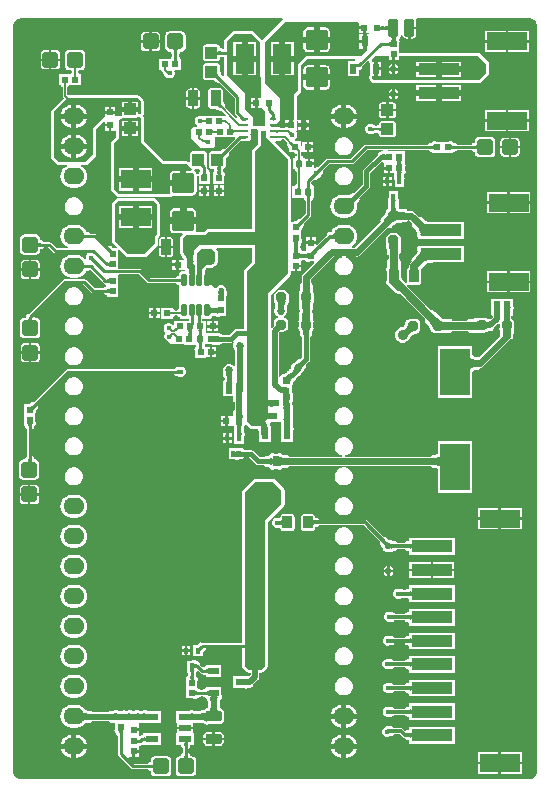
<source format=gtl>
G04*
G04 #@! TF.GenerationSoftware,Altium Limited,Altium Designer,24.2.2 (26)*
G04*
G04 Layer_Physical_Order=1*
G04 Layer_Color=255*
%FSLAX25Y25*%
%MOIN*%
G70*
G04*
G04 #@! TF.SameCoordinates,A88BD47F-73B3-49E0-9FBC-4B96E2F328B5*
G04*
G04*
G04 #@! TF.FilePolarity,Positive*
G04*
G01*
G75*
%ADD11C,0.01000*%
%ADD12C,0.02000*%
%ADD14C,0.00800*%
%ADD15C,0.00600*%
%ADD17R,0.04331X0.02362*%
%ADD18R,0.13780X0.03937*%
%ADD19R,0.13386X0.05906*%
G04:AMPARAMS|DCode=32|XSize=21.65mil|YSize=9.84mil|CornerRadius=1.97mil|HoleSize=0mil|Usage=FLASHONLY|Rotation=0.000|XOffset=0mil|YOffset=0mil|HoleType=Round|Shape=RoundedRectangle|*
%AMROUNDEDRECTD32*
21,1,0.02165,0.00591,0,0,0.0*
21,1,0.01772,0.00984,0,0,0.0*
1,1,0.00394,0.00886,-0.00295*
1,1,0.00394,-0.00886,-0.00295*
1,1,0.00394,-0.00886,0.00295*
1,1,0.00394,0.00886,0.00295*
%
%ADD32ROUNDEDRECTD32*%
G04:AMPARAMS|DCode=36|XSize=13.78mil|YSize=39.37mil|CornerRadius=2mil|HoleSize=0mil|Usage=FLASHONLY|Rotation=0.000|XOffset=0mil|YOffset=0mil|HoleType=Round|Shape=RoundedRectangle|*
%AMROUNDEDRECTD36*
21,1,0.01378,0.03537,0,0,0.0*
21,1,0.00978,0.03937,0,0,0.0*
1,1,0.00400,0.00489,-0.01769*
1,1,0.00400,-0.00489,-0.01769*
1,1,0.00400,-0.00489,0.01769*
1,1,0.00400,0.00489,0.01769*
%
%ADD36ROUNDEDRECTD36*%
%ADD37C,0.02179*%
%ADD49R,0.02362X0.02126*%
%ADD50R,0.02126X0.02227*%
G04:AMPARAMS|DCode=51|XSize=23.23mil|YSize=17.72mil|CornerRadius=4.43mil|HoleSize=0mil|Usage=FLASHONLY|Rotation=270.000|XOffset=0mil|YOffset=0mil|HoleType=Round|Shape=RoundedRectangle|*
%AMROUNDEDRECTD51*
21,1,0.02323,0.00886,0,0,270.0*
21,1,0.01437,0.01772,0,0,270.0*
1,1,0.00886,-0.00443,-0.00719*
1,1,0.00886,-0.00443,0.00719*
1,1,0.00886,0.00443,0.00719*
1,1,0.00886,0.00443,-0.00719*
%
%ADD51ROUNDEDRECTD51*%
%ADD52R,0.02362X0.03543*%
G04:AMPARAMS|DCode=53|XSize=43.31mil|YSize=39.37mil|CornerRadius=2.95mil|HoleSize=0mil|Usage=FLASHONLY|Rotation=180.000|XOffset=0mil|YOffset=0mil|HoleType=Round|Shape=RoundedRectangle|*
%AMROUNDEDRECTD53*
21,1,0.04331,0.03347,0,0,180.0*
21,1,0.03740,0.03937,0,0,180.0*
1,1,0.00591,-0.01870,0.01673*
1,1,0.00591,0.01870,0.01673*
1,1,0.00591,0.01870,-0.01673*
1,1,0.00591,-0.01870,-0.01673*
%
%ADD53ROUNDEDRECTD53*%
%ADD54R,0.01575X0.02008*%
G04:AMPARAMS|DCode=55|XSize=35.43mil|YSize=55.12mil|CornerRadius=8.86mil|HoleSize=0mil|Usage=FLASHONLY|Rotation=90.000|XOffset=0mil|YOffset=0mil|HoleType=Round|Shape=RoundedRectangle|*
%AMROUNDEDRECTD55*
21,1,0.03543,0.03740,0,0,90.0*
21,1,0.01772,0.05512,0,0,90.0*
1,1,0.01772,0.01870,0.00886*
1,1,0.01772,0.01870,-0.00886*
1,1,0.01772,-0.01870,-0.00886*
1,1,0.01772,-0.01870,0.00886*
%
%ADD55ROUNDEDRECTD55*%
%ADD56R,0.03543X0.02362*%
%ADD57R,0.02126X0.02362*%
G04:AMPARAMS|DCode=58|XSize=51.18mil|YSize=51.18mil|CornerRadius=5.12mil|HoleSize=0mil|Usage=FLASHONLY|Rotation=180.000|XOffset=0mil|YOffset=0mil|HoleType=Round|Shape=RoundedRectangle|*
%AMROUNDEDRECTD58*
21,1,0.05118,0.04095,0,0,180.0*
21,1,0.04095,0.05118,0,0,180.0*
1,1,0.01024,-0.02047,0.02047*
1,1,0.01024,0.02047,0.02047*
1,1,0.01024,0.02047,-0.02047*
1,1,0.01024,-0.02047,-0.02047*
%
%ADD58ROUNDEDRECTD58*%
G04:AMPARAMS|DCode=59|XSize=60mil|YSize=35mil|CornerRadius=8.75mil|HoleSize=0mil|Usage=FLASHONLY|Rotation=90.000|XOffset=0mil|YOffset=0mil|HoleType=Round|Shape=RoundedRectangle|*
%AMROUNDEDRECTD59*
21,1,0.06000,0.01750,0,0,90.0*
21,1,0.04250,0.03500,0,0,90.0*
1,1,0.01750,0.00875,0.02125*
1,1,0.01750,0.00875,-0.02125*
1,1,0.01750,-0.00875,-0.02125*
1,1,0.01750,-0.00875,0.02125*
%
%ADD59ROUNDEDRECTD59*%
%ADD60R,0.06299X0.09843*%
%ADD61R,0.02227X0.02126*%
G04:AMPARAMS|DCode=62|XSize=74.8mil|YSize=68.9mil|CornerRadius=6.89mil|HoleSize=0mil|Usage=FLASHONLY|Rotation=180.000|XOffset=0mil|YOffset=0mil|HoleType=Round|Shape=RoundedRectangle|*
%AMROUNDEDRECTD62*
21,1,0.07480,0.05512,0,0,180.0*
21,1,0.06102,0.06890,0,0,180.0*
1,1,0.01378,-0.03051,0.02756*
1,1,0.01378,0.03051,0.02756*
1,1,0.01378,0.03051,-0.02756*
1,1,0.01378,-0.03051,-0.02756*
%
%ADD62ROUNDEDRECTD62*%
G04:AMPARAMS|DCode=63|XSize=35.43mil|YSize=55.12mil|CornerRadius=8.86mil|HoleSize=0mil|Usage=FLASHONLY|Rotation=0.000|XOffset=0mil|YOffset=0mil|HoleType=Round|Shape=RoundedRectangle|*
%AMROUNDEDRECTD63*
21,1,0.03543,0.03740,0,0,0.0*
21,1,0.01772,0.05512,0,0,0.0*
1,1,0.01772,0.00886,-0.01870*
1,1,0.01772,-0.00886,-0.01870*
1,1,0.01772,-0.00886,0.01870*
1,1,0.01772,0.00886,0.01870*
%
%ADD63ROUNDEDRECTD63*%
G04:AMPARAMS|DCode=64|XSize=31.5mil|YSize=31.5mil|CornerRadius=7.87mil|HoleSize=0mil|Usage=FLASHONLY|Rotation=0.000|XOffset=0mil|YOffset=0mil|HoleType=Round|Shape=RoundedRectangle|*
%AMROUNDEDRECTD64*
21,1,0.03150,0.01575,0,0,0.0*
21,1,0.01575,0.03150,0,0,0.0*
1,1,0.01575,0.00787,-0.00787*
1,1,0.01575,-0.00787,-0.00787*
1,1,0.01575,-0.00787,0.00787*
1,1,0.01575,0.00787,0.00787*
%
%ADD64ROUNDEDRECTD64*%
G04:AMPARAMS|DCode=65|XSize=51.18mil|YSize=51.18mil|CornerRadius=5.12mil|HoleSize=0mil|Usage=FLASHONLY|Rotation=270.000|XOffset=0mil|YOffset=0mil|HoleType=Round|Shape=RoundedRectangle|*
%AMROUNDEDRECTD65*
21,1,0.05118,0.04095,0,0,270.0*
21,1,0.04095,0.05118,0,0,270.0*
1,1,0.01024,-0.02047,-0.02047*
1,1,0.01024,-0.02047,0.02047*
1,1,0.01024,0.02047,0.02047*
1,1,0.01024,0.02047,-0.02047*
%
%ADD65ROUNDEDRECTD65*%
G04:AMPARAMS|DCode=66|XSize=43.31mil|YSize=39.37mil|CornerRadius=2.95mil|HoleSize=0mil|Usage=FLASHONLY|Rotation=90.000|XOffset=0mil|YOffset=0mil|HoleType=Round|Shape=RoundedRectangle|*
%AMROUNDEDRECTD66*
21,1,0.04331,0.03347,0,0,90.0*
21,1,0.03740,0.03937,0,0,90.0*
1,1,0.00591,0.01673,0.01870*
1,1,0.00591,0.01673,-0.01870*
1,1,0.00591,-0.01673,-0.01870*
1,1,0.00591,-0.01673,0.01870*
%
%ADD66ROUNDEDRECTD66*%
G04:AMPARAMS|DCode=67|XSize=74.8mil|YSize=68.9mil|CornerRadius=6.89mil|HoleSize=0mil|Usage=FLASHONLY|Rotation=180.000|XOffset=0mil|YOffset=0mil|HoleType=Round|Shape=RoundedRectangle|*
%AMROUNDEDRECTD67*
21,1,0.07480,0.05512,0,0,180.0*
21,1,0.06102,0.06890,0,0,180.0*
1,1,0.01378,-0.03051,0.02756*
1,1,0.01378,0.03051,0.02756*
1,1,0.01378,0.03051,-0.02756*
1,1,0.01378,-0.03051,-0.02756*
%
%ADD67ROUNDEDRECTD67*%
G04:AMPARAMS|DCode=68|XSize=31.5mil|YSize=31.5mil|CornerRadius=7.87mil|HoleSize=0mil|Usage=FLASHONLY|Rotation=90.000|XOffset=0mil|YOffset=0mil|HoleType=Round|Shape=RoundedRectangle|*
%AMROUNDEDRECTD68*
21,1,0.03150,0.01575,0,0,90.0*
21,1,0.01575,0.03150,0,0,90.0*
1,1,0.01575,0.00787,0.00787*
1,1,0.01575,0.00787,-0.00787*
1,1,0.01575,-0.00787,-0.00787*
1,1,0.01575,-0.00787,0.00787*
%
%ADD68ROUNDEDRECTD68*%
%ADD69R,0.09843X0.06299*%
G04:AMPARAMS|DCode=70|XSize=31.5mil|YSize=42.91mil|CornerRadius=2.36mil|HoleSize=0mil|Usage=FLASHONLY|Rotation=180.000|XOffset=0mil|YOffset=0mil|HoleType=Round|Shape=RoundedRectangle|*
%AMROUNDEDRECTD70*
21,1,0.03150,0.03819,0,0,180.0*
21,1,0.02677,0.04291,0,0,180.0*
1,1,0.00472,-0.01339,0.01909*
1,1,0.00472,0.01339,0.01909*
1,1,0.00472,0.01339,-0.01909*
1,1,0.00472,-0.01339,-0.01909*
%
%ADD70ROUNDEDRECTD70*%
%ADD71R,0.09843X0.15748*%
G04:AMPARAMS|DCode=72|XSize=41.34mil|YSize=17.72mil|CornerRadius=4.43mil|HoleSize=0mil|Usage=FLASHONLY|Rotation=270.000|XOffset=0mil|YOffset=0mil|HoleType=Round|Shape=RoundedRectangle|*
%AMROUNDEDRECTD72*
21,1,0.04134,0.00886,0,0,270.0*
21,1,0.03248,0.01772,0,0,270.0*
1,1,0.00886,-0.00443,-0.01624*
1,1,0.00886,-0.00443,0.01624*
1,1,0.00886,0.00443,0.01624*
1,1,0.00886,0.00443,-0.01624*
%
%ADD72ROUNDEDRECTD72*%
%ADD73C,0.01200*%
%ADD74C,0.02400*%
%ADD75C,0.02200*%
%ADD76C,0.01800*%
%ADD77C,0.01600*%
%ADD78C,0.01400*%
%ADD79C,0.02600*%
%ADD80O,0.07000X0.05500*%
%ADD81C,0.01772*%
%ADD82C,0.03000*%
%ADD83C,0.02700*%
%ADD84C,0.03500*%
G36*
X299438Y542000D02*
X299428Y542095D01*
X299398Y542180D01*
X299347Y542255D01*
X299276Y542320D01*
X299185Y542375D01*
X299074Y542420D01*
X298942Y542455D01*
X298791Y542480D01*
X298619Y542495D01*
X298426Y542500D01*
Y543500D01*
X298619Y543505D01*
X298791Y543520D01*
X298942Y543545D01*
X299074Y543580D01*
X299185Y543625D01*
X299276Y543680D01*
X299347Y543745D01*
X299398Y543820D01*
X299428Y543905D01*
X299438Y544000D01*
Y542000D01*
D02*
G37*
G36*
X296959Y543905D02*
X296989Y543820D01*
X297040Y543745D01*
X297111Y543680D01*
X297202Y543625D01*
X297313Y543580D01*
X297445Y543545D01*
X297597Y543520D01*
X297769Y543505D01*
X297961Y543500D01*
Y542500D01*
X297769Y542495D01*
X297597Y542480D01*
X297445Y542455D01*
X297313Y542420D01*
X297202Y542375D01*
X297111Y542320D01*
X297040Y542255D01*
X296989Y542180D01*
X296959Y542095D01*
X296949Y542000D01*
Y544000D01*
X296959Y543905D01*
D02*
G37*
G36*
X302133Y539845D02*
X302049Y539813D01*
X301974Y539760D01*
X301909Y539687D01*
X301855Y539592D01*
X301810Y539477D01*
X301775Y539342D01*
X301751Y539193D01*
X301775Y539048D01*
X301810Y538917D01*
X301855Y538806D01*
X301910Y538715D01*
X301975Y538644D01*
X302050Y538593D01*
X302135Y538563D01*
X302230Y538553D01*
X300230D01*
X300325Y538563D01*
X300410Y538593D01*
X300485Y538644D01*
X300550Y538715D01*
X300605Y538806D01*
X300650Y538917D01*
X300685Y539048D01*
X300709Y539191D01*
X300686Y539336D01*
X300651Y539470D01*
X300606Y539583D01*
X300551Y539675D01*
X300486Y539747D01*
X300412Y539797D01*
X300327Y539827D01*
X300233Y539837D01*
X302228Y539856D01*
X302133Y539845D01*
D02*
G37*
G36*
X300229Y536463D02*
X300219Y536558D01*
X300188Y536643D01*
X300138Y536718D01*
X300068Y536783D01*
X299978Y536838D01*
X299868Y536883D01*
X299739Y536918D01*
X299588Y536943D01*
X299418Y536958D01*
X299229Y536963D01*
Y537963D01*
X299418Y537968D01*
X299588Y537983D01*
X299739Y538008D01*
X299868Y538043D01*
X299978Y538088D01*
X300068Y538143D01*
X300138Y538208D01*
X300188Y538283D01*
X300219Y538368D01*
X300229Y538463D01*
Y536463D01*
D02*
G37*
G36*
X242708Y535551D02*
X242739Y535466D01*
X242789Y535391D01*
X242860Y535326D01*
X242951Y535271D01*
X243062Y535226D01*
X243194Y535191D01*
X243346Y535166D01*
X243518Y535151D01*
X243710Y535146D01*
Y534146D01*
X243518Y534141D01*
X243346Y534126D01*
X243194Y534101D01*
X243062Y534066D01*
X242951Y534021D01*
X242860Y533966D01*
X242789Y533901D01*
X242739Y533826D01*
X242708Y533741D01*
X242698Y533646D01*
Y535646D01*
X242708Y535551D01*
D02*
G37*
G36*
X301679Y532342D02*
X302942D01*
Y533465D01*
X329535Y533465D01*
X332000Y531000D01*
Y528000D01*
X329591Y525591D01*
X299311Y525591D01*
X294882D01*
X294193Y526279D01*
Y526959D01*
X294774D01*
Y529331D01*
Y531702D01*
X294193D01*
Y532480D01*
X295177Y533465D01*
X299617D01*
Y532342D01*
X300880D01*
Y534055D01*
X301679D01*
Y532342D01*
D02*
G37*
G36*
X289071Y531059D02*
X289095Y531031D01*
X289136Y531006D01*
X289193Y530984D01*
X289265Y530966D01*
X289355Y530951D01*
X289460Y530940D01*
X289720Y530927D01*
X289874Y530925D01*
Y529925D01*
X289718Y529922D01*
X289455Y529897D01*
X289348Y529875D01*
X289258Y529847D01*
X289184Y529813D01*
X289126Y529773D01*
X289085Y529726D01*
X289059Y529673D01*
X289051Y529614D01*
X289063Y531090D01*
X289071Y531059D01*
D02*
G37*
G36*
X242643Y527722D02*
X242616Y527631D01*
X242617Y527525D01*
X242646Y527406D01*
X242704Y527271D01*
X242790Y527123D01*
X242904Y526960D01*
X243047Y526782D01*
X243417Y526384D01*
X242710Y525677D01*
X242504Y525877D01*
X242135Y526190D01*
X241972Y526304D01*
X241823Y526390D01*
X241689Y526448D01*
X241569Y526478D01*
X241464Y526479D01*
X241373Y526452D01*
X241296Y526396D01*
X242698Y527799D01*
X242643Y527722D01*
D02*
G37*
G36*
X243649Y517699D02*
X243626Y517628D01*
X243625Y517547D01*
X243645Y517455D01*
X243686Y517352D01*
X243750Y517239D01*
X243834Y517116D01*
X243940Y516982D01*
X244068Y516838D01*
X244218Y516683D01*
X243652Y516117D01*
X243497Y516266D01*
X243219Y516500D01*
X243095Y516585D01*
X242982Y516648D01*
X242880Y516690D01*
X242788Y516710D01*
X242706Y516708D01*
X242635Y516685D01*
X242575Y516641D01*
X243694Y517760D01*
X243649Y517699D01*
D02*
G37*
G36*
X260709Y516864D02*
X260624Y516834D01*
X260549Y516783D01*
X260484Y516713D01*
X260429Y516621D01*
X260384Y516510D01*
X260349Y516378D01*
X260324Y516227D01*
X260309Y516055D01*
X260304Y515862D01*
X259304D01*
X259299Y516055D01*
X259284Y516227D01*
X259259Y516378D01*
X259224Y516510D01*
X259179Y516621D01*
X259124Y516713D01*
X259059Y516783D01*
X258984Y516834D01*
X258899Y516864D01*
X258804Y516874D01*
X260804D01*
X260709Y516864D01*
D02*
G37*
G36*
X261627Y513696D02*
X261642Y513516D01*
X261667Y513357D01*
X261701Y513220D01*
X261746Y513103D01*
X261800Y513008D01*
X261865Y512934D01*
X261939Y512881D01*
X262023Y512849D01*
X262117Y512839D01*
X260127D01*
X260221Y512849D01*
X260305Y512881D01*
X260379Y512934D01*
X260444Y513008D01*
X260498Y513103D01*
X260543Y513220D01*
X260577Y513357D01*
X260602Y513516D01*
X260617Y513696D01*
X260622Y513897D01*
X261622D01*
X261627Y513696D01*
D02*
G37*
G36*
X250978Y513417D02*
X251331Y513119D01*
X251490Y513009D01*
X251638Y512924D01*
X251773Y512865D01*
X251897Y512832D01*
X252009Y512824D01*
X252110Y512842D01*
X252198Y512885D01*
X250843Y511965D01*
X250814Y512025D01*
X250775Y512093D01*
X250724Y512168D01*
X250592Y512340D01*
X250418Y512541D01*
X250077Y512897D01*
X250784Y513604D01*
X250978Y513417D01*
D02*
G37*
G36*
X244267Y512430D02*
X244286Y512379D01*
X244316Y512334D01*
X244359Y512295D01*
X244414Y512262D01*
X244482Y512235D01*
X244561Y512214D01*
X244653Y512199D01*
X244757Y512190D01*
X244873Y512187D01*
Y511587D01*
X244757Y511584D01*
X244653Y511575D01*
X244561Y511560D01*
X244482Y511539D01*
X244414Y511512D01*
X244359Y511479D01*
X244316Y511440D01*
X244286Y511395D01*
X244267Y511344D01*
X244261Y511287D01*
Y512487D01*
X244267Y512430D01*
D02*
G37*
G36*
X238674Y511211D02*
X238668Y511268D01*
X238650Y511319D01*
X238619Y511364D01*
X238576Y511403D01*
X238521Y511436D01*
X238454Y511463D01*
X238374Y511484D01*
X238283Y511499D01*
X238179Y511508D01*
X238062Y511511D01*
Y512111D01*
X238179Y512114D01*
X238283Y512123D01*
X238374Y512138D01*
X238454Y512159D01*
X238521Y512186D01*
X238576Y512219D01*
X238619Y512258D01*
X238650Y512303D01*
X238668Y512354D01*
X238674Y512411D01*
Y511211D01*
D02*
G37*
G36*
X237311Y512370D02*
X237376Y512316D01*
X237444Y512268D01*
X237515Y512226D01*
X237587Y512191D01*
X237661Y512162D01*
X237737Y512140D01*
X237816Y512124D01*
X237896Y512114D01*
X237979Y512111D01*
Y511511D01*
X237896Y511508D01*
X237816Y511498D01*
X237737Y511482D01*
X237661Y511460D01*
X237587Y511431D01*
X237515Y511396D01*
X237444Y511354D01*
X237376Y511306D01*
X237311Y511252D01*
X237247Y511191D01*
Y512431D01*
X237311Y512370D01*
D02*
G37*
G36*
X256693Y538189D02*
Y526772D01*
X257087Y526378D01*
Y519576D01*
X255912D01*
Y517913D01*
Y516250D01*
X257293D01*
X257293Y516250D01*
Y516250D01*
X257659Y515963D01*
X258465Y515158D01*
Y510433D01*
X258465Y510394D01*
X258435Y510322D01*
X258379Y510266D01*
X258307Y510236D01*
X258268Y510236D01*
X254724D01*
X254685Y510236D01*
X254613Y510266D01*
X254557Y510322D01*
X254527Y510394D01*
X254527Y510433D01*
Y512795D01*
X251575Y515748D01*
Y521260D01*
X245669Y527165D01*
Y538583D01*
X248031Y540945D01*
X253937D01*
X256693Y538189D01*
D02*
G37*
G36*
X250843Y509996D02*
X250825Y510021D01*
X250792Y510043D01*
X250744Y510062D01*
X250681Y510079D01*
X250603Y510093D01*
X250510Y510105D01*
X250279Y510120D01*
X249989Y510125D01*
X250177Y510925D01*
X250984Y510928D01*
X250843Y509996D01*
D02*
G37*
G36*
X289719Y544663D02*
Y543400D01*
X291500D01*
Y543000D01*
X291900D01*
Y541337D01*
X293012D01*
Y540758D01*
X292234D01*
Y538386D01*
Y536014D01*
X292394D01*
X292601Y535514D01*
X290551Y533465D01*
X272047D01*
X269291Y530709D01*
Y521949D01*
X268110Y520768D01*
Y512293D01*
X267668D01*
Y510630D01*
X266968D01*
Y509930D01*
X265187D01*
Y509449D01*
X263758D01*
X263733Y509488D01*
X263647Y509548D01*
X263574Y509622D01*
X263485Y509660D01*
X263406Y509715D01*
X263304Y509737D01*
X263208Y509778D01*
X263111Y509778D01*
X263017Y509799D01*
X262751Y509803D01*
X262572Y509815D01*
X262566Y509816D01*
X262483Y509844D01*
X262302Y509909D01*
X262295Y509909D01*
X262287Y509911D01*
X262096Y509900D01*
X261905Y509891D01*
X261898Y509888D01*
X261890Y509887D01*
X261798Y509842D01*
X260236D01*
Y511024D01*
X262205D01*
X262352Y511171D01*
X262392Y511179D01*
X262717Y511397D01*
X262935Y511722D01*
X262943Y511762D01*
X263386Y512205D01*
Y519488D01*
X258268Y524606D01*
Y538189D01*
X264961Y544882D01*
X289310D01*
X289719Y544663D01*
D02*
G37*
G36*
X247018Y509802D02*
X247027Y509698D01*
X247042Y509607D01*
X247063Y509527D01*
X247090Y509460D01*
X247123Y509405D01*
X247162Y509362D01*
X247207Y509331D01*
X247258Y509313D01*
X247315Y509307D01*
X246115D01*
X246172Y509313D01*
X246223Y509331D01*
X246268Y509362D01*
X246307Y509405D01*
X246340Y509460D01*
X246367Y509527D01*
X246388Y509607D01*
X246403Y509698D01*
X246412Y509802D01*
X246415Y509919D01*
X247015D01*
X247018Y509802D01*
D02*
G37*
G36*
X250843Y508028D02*
X250827Y508052D01*
X250799Y508074D01*
X250762Y508094D01*
X250713Y508110D01*
X250653Y508124D01*
X250582Y508136D01*
X250500Y508145D01*
X250304Y508155D01*
X250189Y508157D01*
X250184Y508757D01*
X250299Y508758D01*
X250577Y508780D01*
X250648Y508793D01*
X250709Y508809D01*
X250758Y508828D01*
X250797Y508849D01*
X250825Y508874D01*
X250843Y508901D01*
Y508028D01*
D02*
G37*
G36*
X262167Y508878D02*
X262199Y508857D01*
X262247Y508839D01*
X262310Y508823D01*
X262387Y508810D01*
X262480Y508799D01*
X262710Y508784D01*
X263000Y508779D01*
X262833Y507979D01*
X262008Y507969D01*
X262149Y508901D01*
X262167Y508878D01*
D02*
G37*
G36*
X247811Y509000D02*
X247829Y508949D01*
X247860Y508904D01*
X247902Y508865D01*
X247958Y508832D01*
X248025Y508805D01*
X248105Y508784D01*
X248196Y508769D01*
X248300Y508760D01*
X248417Y508757D01*
Y508157D01*
X248300Y508154D01*
X248196Y508145D01*
X248105Y508130D01*
X248025Y508109D01*
X247958Y508082D01*
X247902Y508049D01*
X247860Y508010D01*
X247829Y507965D01*
X247811Y507914D01*
X247805Y507857D01*
Y509057D01*
X247811Y509000D01*
D02*
G37*
G36*
X242218Y507668D02*
X242212Y507725D01*
X242193Y507776D01*
X242162Y507821D01*
X242120Y507860D01*
X242065Y507893D01*
X241997Y507920D01*
X241918Y507941D01*
X241826Y507956D01*
X241722Y507965D01*
X241606Y507968D01*
Y508568D01*
X241722Y508571D01*
X241826Y508580D01*
X241918Y508595D01*
X241997Y508616D01*
X242065Y508643D01*
X242120Y508676D01*
X242162Y508715D01*
X242193Y508760D01*
X242212Y508811D01*
X242218Y508868D01*
Y507668D01*
D02*
G37*
G36*
X240859Y508811D02*
X240878Y508760D01*
X240908Y508715D01*
X240951Y508676D01*
X241006Y508643D01*
X241074Y508616D01*
X241153Y508595D01*
X241245Y508580D01*
X241349Y508571D01*
X241465Y508568D01*
Y507968D01*
X241349Y507965D01*
X241245Y507956D01*
X241153Y507941D01*
X241074Y507920D01*
X241006Y507893D01*
X240951Y507860D01*
X240908Y507821D01*
X240878Y507776D01*
X240859Y507725D01*
X240853Y507668D01*
Y508868D01*
X240859Y508811D01*
D02*
G37*
G36*
X266755Y508355D02*
X266821Y508299D01*
X266887Y508252D01*
X266952Y508213D01*
X267016Y508182D01*
X267079Y508159D01*
X267142Y508144D01*
X267204Y508137D01*
X267265Y508138D01*
X267325Y508148D01*
X266652Y507106D01*
X266638Y507161D01*
X266618Y507218D01*
X266593Y507275D01*
X266562Y507334D01*
X266526Y507394D01*
X266484Y507456D01*
X266383Y507583D01*
X266324Y507648D01*
X266260Y507715D01*
X266687Y508419D01*
X266755Y508355D01*
D02*
G37*
G36*
X237068Y507211D02*
X237017Y507193D01*
X236971Y507163D01*
X236932Y507121D01*
X236899Y507067D01*
X236873Y507001D01*
X236852Y506923D01*
X236837Y506833D01*
X236827Y506731D01*
X236824Y506617D01*
X236225D01*
X236222Y506731D01*
X236212Y506833D01*
X236197Y506923D01*
X236176Y507001D01*
X236150Y507067D01*
X236117Y507121D01*
X236077Y507163D01*
X236033Y507193D01*
X235981Y507211D01*
X235925Y507217D01*
X237124D01*
X237068Y507211D01*
D02*
G37*
G36*
X262160Y506926D02*
X262187Y506920D01*
X262229Y506914D01*
X262361Y506905D01*
X262965Y506896D01*
Y506096D01*
X262149Y506059D01*
Y506933D01*
X262160Y506926D01*
D02*
G37*
G36*
X265681Y504806D02*
X265680Y504804D01*
X265669Y504788D01*
X265634Y504611D01*
X265592Y504435D01*
X265595Y504416D01*
X265592Y504397D01*
X265627Y504221D01*
X265655Y504042D01*
X265666Y504026D01*
X265669Y504007D01*
X265770Y503857D01*
X265864Y503704D01*
X266133Y503414D01*
X266176Y503360D01*
X266157Y503266D01*
X266173Y503187D01*
X266170Y503107D01*
X266211Y502994D01*
X266235Y502876D01*
X266280Y502809D01*
X266307Y502734D01*
X266377Y502658D01*
Y501496D01*
X268190D01*
X268680Y501005D01*
X268681Y501004D01*
X268681Y501004D01*
X268845Y500894D01*
X268916Y500847D01*
Y500438D01*
X268908Y500433D01*
X268895Y500431D01*
X268740Y500327D01*
X268583Y500229D01*
X268575Y500217D01*
X268564Y500210D01*
X268461Y500055D01*
X268354Y499904D01*
X268351Y499890D01*
X268343Y499879D01*
X268307Y499697D01*
X268266Y499516D01*
X268265Y499488D01*
X267784D01*
Y495787D01*
X268265D01*
X268266Y495760D01*
X268307Y495579D01*
X268343Y495397D01*
X268351Y495385D01*
X268354Y495372D01*
X268461Y495221D01*
X268564Y495066D01*
X268575Y495058D01*
X268583Y495047D01*
X268740Y494948D01*
X268895Y494845D01*
X268908Y494842D01*
X268916Y494837D01*
Y490990D01*
X268908Y490985D01*
X268895Y490982D01*
X268740Y490878D01*
X268583Y490779D01*
X268575Y490768D01*
X268564Y490761D01*
X268461Y490606D01*
X268354Y490454D01*
X268351Y490441D01*
X268343Y490430D01*
X268307Y490248D01*
X268266Y490066D01*
X268265Y490039D01*
X267526D01*
Y486339D01*
X271231D01*
X271235Y486336D01*
X271311Y486273D01*
X271311Y486270D01*
X271315Y486111D01*
X271356Y485930D01*
X271393Y485748D01*
X271400Y485737D01*
X271403Y485723D01*
X271511Y485571D01*
X271614Y485417D01*
X271625Y485409D01*
X271633Y485398D01*
X271790Y485299D01*
X271944Y485196D01*
X271958Y485193D01*
X271964Y485190D01*
Y480923D01*
X270158Y479118D01*
X270158Y479118D01*
X270142Y479129D01*
X269965Y479164D01*
X269789Y479206D01*
X269770Y479203D01*
X269752Y479206D01*
X269574Y479171D01*
X269396Y479142D01*
X269380Y479132D01*
X269362Y479129D01*
X269211Y479028D01*
X269057Y478933D01*
X268686Y478588D01*
X268564Y478489D01*
X268524Y478461D01*
X268454Y478464D01*
X268338Y478487D01*
X268257Y478471D01*
X268175Y478474D01*
X268064Y478433D01*
X267947Y478409D01*
X267879Y478364D01*
X267802Y478335D01*
X267742Y478279D01*
X266965D01*
Y499114D01*
X266887Y499504D01*
X266666Y499835D01*
X261805Y504696D01*
X261965Y505049D01*
X261997Y505070D01*
X262149Y505040D01*
X262172Y505044D01*
X262195Y505041D01*
X263011Y505078D01*
X263182Y505120D01*
X263355Y505154D01*
X263374Y505167D01*
X263397Y505173D01*
X263539Y505277D01*
X263685Y505375D01*
X263699Y505395D01*
X263717Y505408D01*
X263809Y505559D01*
X263907Y505706D01*
X263911Y505727D01*
X264760D01*
X265681Y504806D01*
D02*
G37*
G36*
X238741Y504415D02*
X238690Y504483D01*
X238636Y504543D01*
X238577Y504596D01*
X238515Y504642D01*
X238449Y504680D01*
X238380Y504712D01*
X238306Y504737D01*
X238229Y504755D01*
X238149Y504765D01*
X238064Y504769D01*
X238173Y505369D01*
X238253Y505372D01*
X238333Y505380D01*
X238412Y505393D01*
X238491Y505412D01*
X238569Y505436D01*
X238646Y505466D01*
X238723Y505501D01*
X238798Y505541D01*
X238874Y505587D01*
X238948Y505638D01*
X238741Y504415D01*
D02*
G37*
G36*
X267341Y504805D02*
X267635Y504556D01*
X267765Y504465D01*
X267884Y504397D01*
X267991Y504352D01*
X268088Y504330D01*
X268173D01*
X268246Y504352D01*
X268308Y504397D01*
X267177Y503266D01*
X267222Y503328D01*
X267245Y503402D01*
Y503487D01*
X267222Y503583D01*
X267177Y503690D01*
X267109Y503809D01*
X267019Y503939D01*
X266905Y504081D01*
X266611Y504397D01*
X267177Y504963D01*
X267341Y504805D01*
D02*
G37*
G36*
X329246Y502150D02*
X329236Y502245D01*
X329206Y502330D01*
X329155Y502405D01*
X329085Y502470D01*
X328994Y502525D01*
X328882Y502570D01*
X328751Y502605D01*
X328599Y502630D01*
X328427Y502645D01*
X328235Y502650D01*
Y503650D01*
X328427Y503655D01*
X328599Y503670D01*
X328751Y503695D01*
X328882Y503730D01*
X328994Y503775D01*
X329085Y503830D01*
X329155Y503895D01*
X329206Y503970D01*
X329236Y504055D01*
X329246Y504150D01*
Y502150D01*
D02*
G37*
G36*
X320391Y504055D02*
X320421Y503970D01*
X320472Y503895D01*
X320543Y503830D01*
X320634Y503775D01*
X320745Y503730D01*
X320877Y503695D01*
X321028Y503670D01*
X321201Y503655D01*
X321393Y503650D01*
Y502650D01*
X321201Y502645D01*
X321028Y502630D01*
X320877Y502605D01*
X320745Y502570D01*
X320634Y502525D01*
X320543Y502470D01*
X320472Y502405D01*
X320421Y502330D01*
X320391Y502245D01*
X320381Y502150D01*
Y504150D01*
X320391Y504055D01*
D02*
G37*
G36*
X314794Y502150D02*
X314784Y502245D01*
X314753Y502330D01*
X314703Y502405D01*
X314632Y502470D01*
X314541Y502525D01*
X314429Y502570D01*
X314298Y502605D01*
X314146Y502630D01*
X313974Y502645D01*
X313782Y502650D01*
Y503650D01*
X313974Y503655D01*
X314146Y503670D01*
X314298Y503695D01*
X314429Y503730D01*
X314541Y503775D01*
X314632Y503830D01*
X314703Y503895D01*
X314753Y503970D01*
X314784Y504055D01*
X314794Y504150D01*
Y502150D01*
D02*
G37*
G36*
X269968Y502290D02*
X269402Y501725D01*
X268821Y502308D01*
X269503Y502753D01*
X269968Y502290D01*
D02*
G37*
G36*
X245527Y501118D02*
X245272Y500857D01*
X244707Y500187D01*
X244584Y500002D01*
X244495Y499836D01*
X244439Y499690D01*
X244416Y499563D01*
X244426Y499455D01*
X244469Y499366D01*
X243264Y500965D01*
X243332Y500901D01*
X243416Y500867D01*
X243517Y500863D01*
X243634Y500890D01*
X243767Y500946D01*
X243917Y501033D01*
X244082Y501151D01*
X244265Y501298D01*
X244678Y501684D01*
X245527Y501118D01*
D02*
G37*
G36*
X298542Y498851D02*
X298527Y498898D01*
X298482Y498941D01*
X298407Y498979D01*
X298303Y499011D01*
X298168Y499039D01*
X298004Y499061D01*
X297585Y499091D01*
X297047Y499102D01*
Y500702D01*
X297331Y500704D01*
X298168Y500764D01*
X298303Y500792D01*
X298407Y500825D01*
X298482Y500862D01*
X298527Y500905D01*
X298542Y500953D01*
Y498851D01*
D02*
G37*
G36*
X270089Y499337D02*
X270101Y499201D01*
X270121Y499081D01*
X270149Y498977D01*
X270185Y498889D01*
X270229Y498817D01*
X270281Y498761D01*
X270341Y498721D01*
X270409Y498697D01*
X270485Y498689D01*
X268885D01*
X268961Y498697D01*
X269029Y498721D01*
X269089Y498761D01*
X269141Y498817D01*
X269185Y498889D01*
X269221Y498977D01*
X269249Y499081D01*
X269269Y499201D01*
X269281Y499337D01*
X269285Y499489D01*
X270085D01*
X270089Y499337D01*
D02*
G37*
G36*
X304086Y498837D02*
X304026Y498795D01*
X303973Y498725D01*
X303927Y498627D01*
X303889Y498501D01*
X303857Y498347D01*
X303832Y498165D01*
X303823Y498022D01*
X303841Y497800D01*
X303872Y497618D01*
X303913Y497464D01*
X303963Y497338D01*
X304021Y497240D01*
X304089Y497170D01*
X304166Y497128D01*
X304251Y497114D01*
X302048D01*
X302115Y497128D01*
X302175Y497170D01*
X302228Y497240D01*
X302274Y497338D01*
X302312Y497464D01*
X302344Y497618D01*
X302369Y497800D01*
X302378Y497943D01*
X302360Y498165D01*
X302328Y498347D01*
X302288Y498501D01*
X302238Y498627D01*
X302180Y498725D01*
X302112Y498795D01*
X302035Y498837D01*
X301950Y498851D01*
X304153D01*
X304086Y498837D01*
D02*
G37*
G36*
X270409Y496591D02*
X270341Y496566D01*
X270281Y496526D01*
X270229Y496469D01*
X270185Y496396D01*
X270149Y496307D01*
X270121Y496201D01*
X270101Y496079D01*
X270089Y495941D01*
X270085Y495787D01*
X269285D01*
X269281Y495941D01*
X269269Y496079D01*
X269249Y496201D01*
X269221Y496307D01*
X269185Y496396D01*
X269141Y496469D01*
X269089Y496526D01*
X269029Y496566D01*
X268961Y496591D01*
X268885Y496599D01*
X270485D01*
X270409Y496591D01*
D02*
G37*
G36*
X243905Y496661D02*
X243820Y496631D01*
X243745Y496580D01*
X243680Y496509D01*
X243625Y496418D01*
X243580Y496307D01*
X243545Y496175D01*
X243520Y496023D01*
X243505Y495851D01*
X243500Y495659D01*
X242500D01*
X242495Y495851D01*
X242480Y496023D01*
X242455Y496175D01*
X242420Y496307D01*
X242375Y496418D01*
X242320Y496509D01*
X242255Y496580D01*
X242180Y496631D01*
X242095Y496661D01*
X242000Y496671D01*
X244000D01*
X243905Y496661D01*
D02*
G37*
G36*
X276743Y494990D02*
X276674Y494920D01*
X276512Y494731D01*
X276472Y494676D01*
X276439Y494625D01*
X276414Y494578D01*
X276396Y494535D01*
X276386Y494495D01*
X276382Y494460D01*
X275505Y495336D01*
X275541Y495340D01*
X275581Y495350D01*
X275624Y495368D01*
X275671Y495393D01*
X275722Y495426D01*
X275777Y495466D01*
X275899Y495567D01*
X276036Y495697D01*
X276743Y494990D01*
D02*
G37*
G36*
X243505Y494890D02*
X243520Y494718D01*
X243545Y494566D01*
X243580Y494435D01*
X243625Y494323D01*
X243680Y494232D01*
X243745Y494162D01*
X243820Y494111D01*
X243905Y494081D01*
X244000Y494070D01*
X242000D01*
X242095Y494081D01*
X242180Y494111D01*
X242255Y494162D01*
X242320Y494232D01*
X242375Y494323D01*
X242420Y494435D01*
X242455Y494566D01*
X242480Y494718D01*
X242495Y494890D01*
X242500Y495083D01*
X243500D01*
X243505Y494890D01*
D02*
G37*
G36*
X275488Y493565D02*
X275452Y493562D01*
X275413Y493551D01*
X275369Y493533D01*
X275322Y493508D01*
X275271Y493476D01*
X275216Y493436D01*
X275095Y493335D01*
X274957Y493204D01*
X274250Y493911D01*
X274319Y493982D01*
X274482Y494170D01*
X274522Y494225D01*
X274554Y494276D01*
X274579Y494323D01*
X274597Y494367D01*
X274608Y494406D01*
X274611Y494442D01*
X275488Y493565D01*
D02*
G37*
G36*
X304166Y494998D02*
X304089Y494956D01*
X304021Y494886D01*
X303963Y494788D01*
X303913Y494662D01*
X303872Y494508D01*
X303841Y494326D01*
X303818Y494116D01*
X303806Y493779D01*
X303861Y492850D01*
X303880Y492780D01*
X303901Y492738D01*
X303925Y492724D01*
X302374D01*
X302379Y492738D01*
X302384Y492780D01*
X302391Y492948D01*
X302398Y493805D01*
X302397Y493878D01*
X302344Y494508D01*
X302312Y494662D01*
X302274Y494788D01*
X302228Y494886D01*
X302175Y494956D01*
X302115Y494998D01*
X302048Y495012D01*
X304251D01*
X304166Y494998D01*
D02*
G37*
G36*
X273340Y490048D02*
X273355Y489876D01*
X273380Y489724D01*
X273415Y489592D01*
X273460Y489481D01*
X273515Y489390D01*
X273580Y489319D01*
X273655Y489268D01*
X273740Y489238D01*
X273835Y489228D01*
X271835D01*
X271930Y489238D01*
X272015Y489268D01*
X272090Y489319D01*
X272155Y489390D01*
X272210Y489481D01*
X272255Y489592D01*
X272290Y489724D01*
X272315Y489876D01*
X272330Y490048D01*
X272335Y490240D01*
X273335D01*
X273340Y490048D01*
D02*
G37*
G36*
X270089Y489886D02*
X270101Y489748D01*
X270121Y489626D01*
X270149Y489520D01*
X270185Y489431D01*
X270229Y489358D01*
X270281Y489301D01*
X270341Y489260D01*
X270409Y489236D01*
X270485Y489228D01*
X268885D01*
X268961Y489236D01*
X269029Y489260D01*
X269089Y489301D01*
X269141Y489358D01*
X269185Y489431D01*
X269221Y489520D01*
X269249Y489626D01*
X269269Y489748D01*
X269281Y489886D01*
X269285Y490040D01*
X270085D01*
X270089Y489886D01*
D02*
G37*
G36*
X273740Y487128D02*
X273655Y487098D01*
X273580Y487048D01*
X273515Y486978D01*
X273460Y486888D01*
X273415Y486778D01*
X273380Y486648D01*
X273355Y486498D01*
X273340Y486328D01*
X273335Y486138D01*
X272335D01*
X272330Y486328D01*
X272315Y486498D01*
X272290Y486648D01*
X272255Y486778D01*
X272210Y486888D01*
X272155Y486978D01*
X272090Y487048D01*
X272015Y487098D01*
X271930Y487128D01*
X271835Y487138D01*
X273835D01*
X273740Y487128D01*
D02*
G37*
G36*
X288944Y485803D02*
X288681Y485529D01*
X288274Y485032D01*
X288129Y484809D01*
X288024Y484603D01*
X287959Y484414D01*
X287933Y484242D01*
X287946Y484088D01*
X287999Y483950D01*
X288091Y483829D01*
X285839Y486081D01*
X285960Y485989D01*
X286097Y485936D01*
X286252Y485923D01*
X286424Y485949D01*
X286613Y486015D01*
X286819Y486120D01*
X287042Y486264D01*
X287282Y486448D01*
X287539Y486671D01*
X287813Y486935D01*
X288944Y485803D01*
D02*
G37*
G36*
X301942Y485608D02*
X301929Y485566D01*
X301918Y485496D01*
X301908Y485398D01*
X301888Y484936D01*
X301881Y484222D01*
X300481D01*
X300406Y485622D01*
X301957D01*
X301942Y485608D01*
D02*
G37*
G36*
X301883Y483279D02*
X301883Y483273D01*
X301903Y482923D01*
X301907Y482883D01*
X301939Y482682D01*
X301985Y482495D01*
X302043Y482325D01*
X302114Y482169D01*
X302198Y482029D01*
X302295Y481904D01*
X302390Y481810D01*
X302533Y481758D01*
X302719Y481710D01*
X302940Y481669D01*
X303491Y481605D01*
X304186Y481567D01*
X305025Y481554D01*
Y479154D01*
X304588Y479151D01*
X302940Y479040D01*
X302719Y478999D01*
X302533Y478951D01*
X302384Y478897D01*
X302271Y478836D01*
Y481701D01*
X301975D01*
X302002Y481254D01*
X302030Y481202D01*
X300332D01*
X300360Y481254D01*
X300386Y481351D01*
X300408Y481492D01*
X300427Y481678D01*
X300429Y481701D01*
X299835D01*
X299957Y481795D01*
X300067Y481904D01*
X300164Y482029D01*
X300248Y482169D01*
X300320Y482325D01*
X300378Y482495D01*
X300423Y482682D01*
X300455Y482883D01*
X300474Y483095D01*
X300481Y483729D01*
X301881D01*
X301883Y483279D01*
D02*
G37*
G36*
X270459Y477479D02*
X270260Y477273D01*
X269946Y476904D01*
X269832Y476741D01*
X269746Y476593D01*
X269688Y476458D01*
X269658Y476338D01*
X269657Y476233D01*
X269684Y476142D01*
X269740Y476065D01*
X268338Y477467D01*
X268414Y477412D01*
X268505Y477385D01*
X268611Y477386D01*
X268731Y477416D01*
X268865Y477473D01*
X269014Y477560D01*
X269177Y477674D01*
X269354Y477816D01*
X269752Y478187D01*
X270459Y477479D01*
D02*
G37*
G36*
X302271Y478836D02*
X302040Y478778D01*
X301801Y478694D01*
X301554Y478583D01*
X301298Y478447D01*
X301036Y478284D01*
X300765Y478095D01*
X300200Y477639D01*
X299905Y477373D01*
X299603Y477079D01*
X297906Y478776D01*
X298199Y479079D01*
X298922Y479938D01*
X299111Y480209D01*
X299274Y480472D01*
X299410Y480727D01*
X299521Y480974D01*
X299605Y481213D01*
X299663Y481444D01*
X302271Y478836D01*
D02*
G37*
G36*
X310545Y478571D02*
X311428Y477822D01*
X311819Y477549D01*
X312176Y477344D01*
X312498Y477207D01*
X312786Y477138D01*
X313040Y477137D01*
X313260Y477204D01*
X313445Y477338D01*
X310063Y473956D01*
X310198Y474142D01*
X310265Y474362D01*
X310263Y474615D01*
X310194Y474904D01*
X310057Y475226D01*
X309853Y475582D01*
X309580Y475973D01*
X309239Y476398D01*
X308354Y477350D01*
X310051Y479047D01*
X310545Y478571D01*
D02*
G37*
G36*
X197954Y474288D02*
X197988Y474204D01*
X198046Y474129D01*
X198127Y474065D01*
X198231Y474010D01*
X198358Y473965D01*
X198508Y473931D01*
X198682Y473906D01*
X198878Y473891D01*
X199098Y473886D01*
Y472886D01*
X198878Y472881D01*
X198682Y472866D01*
X198508Y472841D01*
X198358Y472806D01*
X198231Y472762D01*
X198127Y472707D01*
X198046Y472643D01*
X197988Y472568D01*
X197954Y472484D01*
X197942Y472389D01*
Y474382D01*
X197954Y474288D01*
D02*
G37*
G36*
X281413Y472249D02*
X281397Y472342D01*
X281355Y472427D01*
X281286Y472501D01*
X281189Y472565D01*
X281066Y472619D01*
X280917Y472664D01*
X280740Y472698D01*
X280536Y472723D01*
X280306Y472738D01*
X280049Y472743D01*
Y473943D01*
X280301Y473948D01*
X280725Y473987D01*
X280897Y474022D01*
X281042Y474066D01*
X281161Y474121D01*
X281252Y474185D01*
X281317Y474259D01*
X281355Y474343D01*
X281367Y474437D01*
X281413Y472249D01*
D02*
G37*
G36*
X269666Y471856D02*
X269589Y471820D01*
X269522Y471761D01*
X269463Y471676D01*
X269413Y471568D01*
X269373Y471436D01*
X269341Y471280D01*
X269319Y471101D01*
X269305Y470896D01*
X269301Y470669D01*
X268101D01*
X268096Y470896D01*
X268060Y471280D01*
X268029Y471436D01*
X267988Y471568D01*
X267938Y471676D01*
X267880Y471761D01*
X267812Y471820D01*
X267736Y471856D01*
X267650Y471869D01*
X269752D01*
X269666Y471856D01*
D02*
G37*
G36*
X182673Y471574D02*
X182703Y471489D01*
X182754Y471414D01*
X182825Y471349D01*
X182916Y471294D01*
X183027Y471249D01*
X183159Y471214D01*
X183311Y471189D01*
X183483Y471174D01*
X183675Y471169D01*
Y470169D01*
X183483Y470164D01*
X183311Y470149D01*
X183159Y470124D01*
X183027Y470089D01*
X182916Y470044D01*
X182825Y469989D01*
X182754Y469924D01*
X182703Y469849D01*
X182673Y469764D01*
X182663Y469669D01*
Y471669D01*
X182673Y471574D01*
D02*
G37*
G36*
X275718Y468197D02*
X275539Y468015D01*
X274898Y467290D01*
X274864Y467230D01*
X274851Y467186D01*
X274858Y467160D01*
X273833Y468185D01*
X273859Y468177D01*
X273903Y468191D01*
X273963Y468225D01*
X274041Y468280D01*
X274136Y468356D01*
X274525Y468707D01*
X274870Y469045D01*
X275718Y468197D01*
D02*
G37*
G36*
X269305Y469064D02*
X269341Y468680D01*
X269373Y468524D01*
X269413Y468392D01*
X269463Y468284D01*
X269522Y468200D01*
X269589Y468140D01*
X269666Y468104D01*
X269752Y468092D01*
X267650D01*
X267736Y468104D01*
X267812Y468140D01*
X267880Y468200D01*
X267938Y468284D01*
X267988Y468392D01*
X268029Y468524D01*
X268060Y468680D01*
X268083Y468860D01*
X268096Y469064D01*
X268101Y469292D01*
X269301D01*
X269305Y469064D01*
D02*
G37*
G36*
X222244Y484154D02*
Y474016D01*
X221654Y473425D01*
X221654Y470964D01*
X218110Y467421D01*
X212894D01*
X210531Y469783D01*
X208366Y471949D01*
X208366Y484154D01*
X209350Y485138D01*
X221260D01*
X222244Y484154D01*
D02*
G37*
G36*
X206832Y469129D02*
X207202Y468816D01*
X207364Y468701D01*
X207513Y468615D01*
X207647Y468557D01*
X207767Y468528D01*
X207873Y468527D01*
X207964Y468554D01*
X208040Y468609D01*
X206638Y467207D01*
X206694Y467284D01*
X206721Y467375D01*
X206719Y467480D01*
X206690Y467600D01*
X206632Y467734D01*
X206546Y467883D01*
X206432Y468046D01*
X206289Y468223D01*
X205919Y468621D01*
X206626Y469328D01*
X206832Y469129D01*
D02*
G37*
G36*
X269764Y468000D02*
X269800Y467918D01*
X269860Y467846D01*
X269944Y467783D01*
X270052Y467730D01*
X270184Y467686D01*
X270340Y467653D01*
X270520Y467628D01*
X270724Y467614D01*
X270952Y467609D01*
Y466409D01*
X270724Y466404D01*
X270520Y466388D01*
X270340Y466362D01*
X270184Y466326D01*
X270052Y466279D01*
X269944Y466222D01*
X269860Y466154D01*
X269800Y466076D01*
X269764Y465988D01*
X269752Y465889D01*
Y468092D01*
X269764Y468000D01*
D02*
G37*
G36*
X272768Y465859D02*
X272756Y465963D01*
X272720Y466057D01*
X272660Y466139D01*
X272576Y466211D01*
X272468Y466271D01*
X272336Y466321D01*
X272180Y466360D01*
X272000Y466387D01*
X271796Y466404D01*
X271568Y466409D01*
Y467609D01*
X271796Y467615D01*
X272000Y467633D01*
X272180Y467662D01*
X272336Y467703D01*
X272468Y467756D01*
X272576Y467821D01*
X272660Y467897D01*
X272720Y467985D01*
X272756Y468085D01*
X272768Y468197D01*
Y465859D01*
D02*
G37*
G36*
X234633Y467480D02*
X234589Y467357D01*
X234551Y467202D01*
X234518Y467016D01*
X234467Y466550D01*
X234452Y466267D01*
X234497Y465527D01*
X234529Y465347D01*
X234566Y465207D01*
X234610Y465107D01*
X234658Y465047D01*
X234713Y465027D01*
X232471D01*
X232426Y465022D01*
X232425Y465027D01*
X232375D01*
X232384Y465047D01*
X232393Y465107D01*
X232401Y465207D01*
X232405Y465441D01*
X232387Y465629D01*
X232339Y465904D01*
X232271Y466159D01*
X232183Y466394D01*
X232077Y466611D01*
X231951Y466808D01*
X231805Y466986D01*
X231641Y467144D01*
X231457Y467283D01*
X234681Y467572D01*
X234633Y467480D01*
D02*
G37*
G36*
X201184Y466097D02*
X201195Y466058D01*
X201213Y466014D01*
X201238Y465967D01*
X201270Y465916D01*
X201310Y465861D01*
X201411Y465740D01*
X201542Y465602D01*
X200835Y464895D01*
X200764Y464964D01*
X200576Y465127D01*
X200521Y465167D01*
X200470Y465199D01*
X200423Y465224D01*
X200379Y465242D01*
X200340Y465253D01*
X200304Y465256D01*
X201181Y466133D01*
X201184Y466097D01*
D02*
G37*
G36*
X206638Y463112D02*
X206628Y463207D01*
X206598Y463292D01*
X206547Y463367D01*
X206476Y463432D01*
X206385Y463487D01*
X206274Y463532D01*
X206142Y463567D01*
X205991Y463592D01*
X205818Y463607D01*
X205626Y463612D01*
Y464612D01*
X205818Y464617D01*
X205991Y464632D01*
X206142Y464657D01*
X206274Y464692D01*
X206385Y464737D01*
X206476Y464792D01*
X206547Y464857D01*
X206598Y464932D01*
X206628Y465017D01*
X206638Y465112D01*
Y463112D01*
D02*
G37*
G36*
X197954Y464288D02*
X197988Y464204D01*
X198046Y464129D01*
X198127Y464065D01*
X198231Y464010D01*
X198358Y463965D01*
X198508Y463931D01*
X198682Y463906D01*
X198878Y463891D01*
X199098Y463886D01*
Y462886D01*
X198878Y462881D01*
X198682Y462866D01*
X198508Y462841D01*
X198358Y462806D01*
X198231Y462762D01*
X198127Y462707D01*
X198046Y462642D01*
X197988Y462568D01*
X197954Y462484D01*
X197942Y462389D01*
Y464382D01*
X197954Y464288D01*
D02*
G37*
G36*
X234721Y462909D02*
X234729Y462861D01*
X234735Y462781D01*
X234745Y462422D01*
X234757D01*
X234805Y460749D01*
X233108D01*
X233117Y460779D01*
X233125Y460839D01*
X233133Y460930D01*
X233149Y461615D01*
X233149Y461629D01*
X233125Y461901D01*
X233086Y462141D01*
X233032Y462349D01*
X232961Y462525D01*
X232875Y462669D01*
X232773Y462781D01*
X232656Y462861D01*
X232523Y462909D01*
X232375Y462925D01*
X234713D01*
X234721Y462909D01*
D02*
G37*
G36*
X230527Y457760D02*
X230517Y457855D01*
X230487Y457940D01*
X230436Y458015D01*
X230365Y458080D01*
X230274Y458135D01*
X230163Y458180D01*
X230031Y458215D01*
X229880Y458240D01*
X229708Y458255D01*
X229515Y458260D01*
Y459260D01*
X229708Y459265D01*
X229880Y459280D01*
X230031Y459305D01*
X230163Y459340D01*
X230274Y459385D01*
X230365Y459440D01*
X230436Y459505D01*
X230487Y459580D01*
X230517Y459665D01*
X230527Y459760D01*
Y457760D01*
D02*
G37*
G36*
X206638Y457661D02*
X206628Y457756D01*
X206598Y457841D01*
X206547Y457916D01*
X206476Y457981D01*
X206385Y458036D01*
X206274Y458081D01*
X206142Y458116D01*
X205991Y458141D01*
X205818Y458156D01*
X205626Y458161D01*
Y459161D01*
X205818Y459166D01*
X205991Y459181D01*
X206142Y459206D01*
X206274Y459241D01*
X206385Y459286D01*
X206476Y459341D01*
X206547Y459406D01*
X206598Y459481D01*
X206628Y459566D01*
X206638Y459661D01*
Y457661D01*
D02*
G37*
G36*
X241732Y468209D02*
Y465256D01*
X240453Y463976D01*
X238779D01*
X237500Y462697D01*
Y461101D01*
X237473Y461061D01*
X237378Y460581D01*
Y457333D01*
X237298Y457235D01*
X235734D01*
X235654Y457333D01*
Y460219D01*
X235748Y460359D01*
X235750Y460373D01*
X235758Y460386D01*
X235789Y460568D01*
X235825Y460749D01*
X235822Y460764D01*
X235825Y460779D01*
X235776Y462452D01*
X235763Y462509D01*
X235754Y462809D01*
X235748Y462837D01*
X235751Y462865D01*
X235745Y462945D01*
X235735Y462980D01*
X235737Y462998D01*
X235736Y463003D01*
X235736Y463018D01*
X235729Y463066D01*
X235676Y463211D01*
X235655Y463316D01*
X235636Y463343D01*
X235630Y463365D01*
Y464600D01*
X235655Y464637D01*
X235659Y464658D01*
X235670Y464677D01*
X235698Y464853D01*
X235733Y465027D01*
X235728Y465048D01*
X235732Y465070D01*
X235690Y465243D01*
X235655Y465418D01*
X235643Y465435D01*
X235638Y465456D01*
X235630Y465467D01*
Y467223D01*
X235654Y467268D01*
X235666Y467375D01*
X235697Y467478D01*
X235687Y467571D01*
X235697Y467663D01*
X235670Y467756D01*
X237106Y469193D01*
X240748D01*
X241732Y468209D01*
D02*
G37*
G36*
X206638Y454253D02*
X206628Y454348D01*
X206598Y454433D01*
X206547Y454508D01*
X206476Y454573D01*
X206385Y454628D01*
X206274Y454673D01*
X206142Y454708D01*
X205991Y454733D01*
X205818Y454748D01*
X205626Y454753D01*
Y455753D01*
X205818Y455758D01*
X205991Y455773D01*
X206142Y455798D01*
X206274Y455833D01*
X206385Y455878D01*
X206476Y455933D01*
X206547Y455998D01*
X206598Y456073D01*
X206628Y456158D01*
X206638Y456253D01*
Y454253D01*
D02*
G37*
G36*
X244503Y455339D02*
X244564Y454539D01*
X244591Y454410D01*
X244624Y454310D01*
X244661Y454239D01*
X244704Y454196D01*
X244752Y454181D01*
X242650D01*
X242698Y454196D01*
X242740Y454239D01*
X242778Y454310D01*
X242810Y454410D01*
X242838Y454539D01*
X242861Y454696D01*
X242891Y455096D01*
X242901Y455610D01*
X244501D01*
X244503Y455339D01*
D02*
G37*
G36*
X273374Y456458D02*
X273485Y454810D01*
X273527Y454589D01*
X273574Y454404D01*
X273628Y454254D01*
X273689Y454141D01*
X270653D01*
X270713Y454254D01*
X270767Y454404D01*
X270815Y454589D01*
X270856Y454810D01*
X270920Y455361D01*
X270958Y456056D01*
X270971Y456896D01*
X273371D01*
X273374Y456458D01*
D02*
G37*
G36*
X265266Y451773D02*
X265162Y451571D01*
X265071Y451357D01*
X264992Y451130D01*
X264925Y450890D01*
X264870Y450637D01*
X264827Y450371D01*
X264778Y449801D01*
X264772Y449498D01*
X262772Y449534D01*
X262768Y449881D01*
X262704Y450781D01*
X262666Y451035D01*
X262563Y451475D01*
X262499Y451660D01*
X262427Y451822D01*
X262346Y451961D01*
X265382D01*
X265266Y451773D01*
D02*
G37*
G36*
X273605Y451814D02*
X273530Y451637D01*
X273464Y451429D01*
X273406Y451191D01*
X273358Y450923D01*
X273287Y450297D01*
X273252Y449550D01*
X273247Y449131D01*
X270847Y449290D01*
X270845Y449745D01*
X270723Y451761D01*
X270690Y451882D01*
X270653Y451961D01*
X273689D01*
X273605Y451814D01*
D02*
G37*
G36*
X239961Y450169D02*
X240009Y450033D01*
X240090Y449913D01*
X240203Y449809D01*
X240348Y449720D01*
X240525Y449649D01*
X240735Y449592D01*
X240977Y449552D01*
X241251Y449529D01*
X241370Y449525D01*
X242074Y449579D01*
X242250Y449613D01*
X242394Y449653D01*
X242506Y449701D01*
X242586Y449757D01*
X242634Y449819D01*
X242650Y449890D01*
Y447551D01*
X242634Y447621D01*
X242586Y447684D01*
X242506Y447740D01*
X242394Y447788D01*
X242250Y447828D01*
X242074Y447861D01*
X241866Y447887D01*
X241373Y447916D01*
X241251Y447913D01*
X240977Y447889D01*
X240735Y447849D01*
X240525Y447792D01*
X240348Y447720D01*
X240203Y447633D01*
X240090Y447529D01*
X240009Y447408D01*
X239961Y447272D01*
X239945Y447121D01*
Y450320D01*
X239961Y450169D01*
D02*
G37*
G36*
X230527Y447235D02*
X230521Y447292D01*
X230503Y447343D01*
X230472Y447388D01*
X230430Y447427D01*
X230374Y447460D01*
X230307Y447487D01*
X230227Y447508D01*
X230136Y447523D01*
X230032Y447532D01*
X229915Y447535D01*
Y448135D01*
X230032Y448138D01*
X230136Y448147D01*
X230227Y448162D01*
X230307Y448183D01*
X230374Y448210D01*
X230430Y448243D01*
X230472Y448282D01*
X230503Y448327D01*
X230521Y448378D01*
X230527Y448435D01*
Y447235D01*
D02*
G37*
G36*
X226951Y448378D02*
X226969Y448327D01*
X227000Y448282D01*
X227042Y448243D01*
X227098Y448210D01*
X227165Y448183D01*
X227244Y448162D01*
X227336Y448147D01*
X227440Y448138D01*
X227556Y448135D01*
Y447535D01*
X227440Y447532D01*
X227336Y447523D01*
X227244Y447508D01*
X227165Y447487D01*
X227098Y447460D01*
X227042Y447427D01*
X227000Y447388D01*
X226969Y447343D01*
X226951Y447292D01*
X226944Y447235D01*
Y448435D01*
X226951Y448378D01*
D02*
G37*
G36*
X254099Y464989D02*
X251641Y462532D01*
X251420Y462201D01*
X251343Y461811D01*
X251343Y442519D01*
X248917D01*
X248428Y442422D01*
X248013Y442144D01*
X246419Y440551D01*
X244104D01*
X244103Y440553D01*
X244100Y440557D01*
X244099Y440562D01*
X243992Y440723D01*
X243885Y440886D01*
X243881Y440889D01*
X243878Y440893D01*
X243717Y441001D01*
X243556Y441110D01*
X243552Y441111D01*
X243548Y441114D01*
X243357Y441152D01*
X243167Y441191D01*
X242537Y441197D01*
X241882Y441227D01*
X241790Y441236D01*
X241748Y441265D01*
X241663Y441281D01*
X241585Y441317D01*
X241470Y441320D01*
X241357Y441342D01*
X241273Y441326D01*
X241187Y441328D01*
X241080Y441287D01*
X240967Y441265D01*
X240896Y441217D01*
X240815Y441186D01*
X240747Y441122D01*
X238893D01*
X238657Y441476D01*
X238681Y441555D01*
D01*
X238702Y441946D01*
X238722Y441976D01*
X238733Y442030D01*
X238758Y442078D01*
X238771Y442224D01*
X238800Y442367D01*
X238789Y442420D01*
X238794Y442475D01*
X238751Y442614D01*
X238722Y442757D01*
X238692Y442802D01*
X238681Y442837D01*
Y445256D01*
X237387D01*
Y445927D01*
X237439Y445937D01*
X237795Y446176D01*
X238152Y445937D01*
X238632Y445842D01*
X239518D01*
X239998Y445937D01*
X240405Y446209D01*
X240423Y446237D01*
X240457Y446260D01*
X240586Y446327D01*
X240621Y446369D01*
X240666Y446399D01*
X240747Y446521D01*
X240841Y446633D01*
X240857Y446685D01*
X240887Y446730D01*
X240909Y446840D01*
X240950Y446851D01*
X241105Y446876D01*
X241309Y446894D01*
X241357Y446895D01*
X241774Y446871D01*
X241850Y446862D01*
Y446752D01*
X242040D01*
X242107Y446688D01*
X242188Y446657D01*
X242260Y446609D01*
X242372Y446587D01*
X242479Y446546D01*
X242565Y446549D01*
X242650Y446532D01*
X242762Y446554D01*
X242877Y446557D01*
X242955Y446593D01*
X243040Y446609D01*
X243135Y446673D01*
X243240Y446720D01*
X243270Y446752D01*
X245551D01*
Y450644D01*
X245551Y450689D01*
X245551D01*
Y451044D01*
X245551D01*
Y453554D01*
X245612Y453668D01*
X245694Y453791D01*
X245704Y453842D01*
X245728Y453889D01*
X245743Y454036D01*
X245771Y454181D01*
X245761Y454233D01*
X245766Y454285D01*
X245723Y454426D01*
X245694Y454572D01*
X245665Y454615D01*
X245649Y454665D01*
X245569Y454762D01*
X245522Y455382D01*
X245520Y455620D01*
X245481Y455810D01*
X245443Y456000D01*
X245440Y456004D01*
X245439Y456009D01*
X245330Y456169D01*
X245222Y456331D01*
X245218Y456334D01*
X245215Y456338D01*
X245209Y456342D01*
X245119Y456558D01*
X244649Y457029D01*
X244034Y457283D01*
X243368D01*
X242753Y457029D01*
X242282Y456558D01*
X242194Y456345D01*
X242194Y456345D01*
X242188Y456337D01*
X242180Y456331D01*
X242096Y456206D01*
X242047Y456171D01*
X241631Y456128D01*
X241599Y456138D01*
X240502Y457235D01*
X238477D01*
X238397Y457333D01*
Y460480D01*
X238463Y460814D01*
X238500Y460902D01*
Y461003D01*
X238520Y461101D01*
Y462275D01*
X239202Y462957D01*
X240453D01*
X240843Y463034D01*
X241174Y463255D01*
X241224Y463306D01*
X241794Y463542D01*
X242265Y464013D01*
X242520Y464628D01*
Y464634D01*
X242674Y464866D01*
X242752Y465256D01*
Y468209D01*
X242674Y468599D01*
X242453Y468930D01*
X242103Y469280D01*
X242256Y469650D01*
X254099D01*
Y464989D01*
D02*
G37*
G36*
X180623Y446278D02*
X180638Y446106D01*
X180663Y445954D01*
X180698Y445822D01*
X180743Y445711D01*
X180798Y445620D01*
X180863Y445549D01*
X180938Y445499D01*
X181023Y445468D01*
X181118Y445458D01*
X179118D01*
X179213Y445468D01*
X179298Y445499D01*
X179373Y445549D01*
X179438Y445620D01*
X179493Y445711D01*
X179538Y445822D01*
X179573Y445954D01*
X179598Y446106D01*
X179613Y446278D01*
X179618Y446470D01*
X180618D01*
X180623Y446278D01*
D02*
G37*
G36*
X273250Y447403D02*
X273362Y445755D01*
X273403Y445534D01*
X273451Y445348D01*
X273505Y445199D01*
X273565Y445086D01*
X270529D01*
X270590Y445199D01*
X270644Y445348D01*
X270691Y445534D01*
X270733Y445755D01*
X270796Y446306D01*
X270834Y447001D01*
X270847Y447840D01*
X273247D01*
X273250Y447403D01*
D02*
G37*
G36*
X229705Y442465D02*
X229660Y442498D01*
X229605Y442514D01*
X229542Y442512D01*
X229470Y442494D01*
X229390Y442459D01*
X229301Y442407D01*
X229203Y442338D01*
X229096Y442252D01*
X228857Y442029D01*
X228432Y442453D01*
X228552Y442577D01*
X228741Y442799D01*
X228811Y442897D01*
X228863Y442986D01*
X228898Y443067D01*
X228916Y443139D01*
X228917Y443202D01*
X228901Y443256D01*
X228869Y443301D01*
X229705Y442465D01*
D02*
G37*
G36*
X234173Y442455D02*
X234088Y442424D01*
X234013Y442374D01*
X233948Y442303D01*
X233893Y442212D01*
X233848Y442101D01*
X233813Y441969D01*
X233788Y441817D01*
X233773Y441645D01*
X233768Y441453D01*
X232768D01*
X232763Y441645D01*
X232748Y441817D01*
X232723Y441969D01*
X232688Y442101D01*
X232643Y442212D01*
X232588Y442303D01*
X232523Y442374D01*
X232448Y442424D01*
X232363Y442455D01*
X232268Y442465D01*
X234268D01*
X234173Y442455D01*
D02*
G37*
G36*
X237685Y442356D02*
X237600Y442326D01*
X237525Y442275D01*
X237460Y442205D01*
X237405Y442113D01*
X237360Y442002D01*
X237325Y441871D01*
X237300Y441719D01*
X237285Y441547D01*
X237280Y441355D01*
X236280D01*
X236275Y441547D01*
X236260Y441719D01*
X236235Y441871D01*
X236200Y442002D01*
X236155Y442113D01*
X236100Y442205D01*
X236035Y442275D01*
X235960Y442326D01*
X235875Y442356D01*
X235780Y442367D01*
X237780D01*
X237685Y442356D01*
D02*
G37*
G36*
X273448Y442717D02*
X273343Y442520D01*
X273250Y442314D01*
X273170Y442100D01*
X273102Y441877D01*
X273046Y441647D01*
X273003Y441408D01*
X272972Y441160D01*
X272947Y440640D01*
X271147D01*
X271141Y440905D01*
X271092Y441408D01*
X271048Y441647D01*
X270993Y441877D01*
X270925Y442100D01*
X270845Y442314D01*
X270752Y442520D01*
X270647Y442717D01*
X270529Y442906D01*
X273565D01*
X273448Y442717D01*
D02*
G37*
G36*
X237285Y441130D02*
X237300Y440958D01*
X237325Y440806D01*
X237360Y440675D01*
X237405Y440564D01*
X237460Y440473D01*
X237525Y440402D01*
X237600Y440351D01*
X237685Y440321D01*
X237780Y440311D01*
X235780D01*
X235875Y440321D01*
X235960Y440351D01*
X236035Y440402D01*
X236100Y440473D01*
X236155Y440564D01*
X236200Y440675D01*
X236235Y440806D01*
X236260Y440958D01*
X236275Y441130D01*
X236280Y441323D01*
X237280D01*
X237285Y441130D01*
D02*
G37*
G36*
X233773Y441032D02*
X233788Y440860D01*
X233813Y440708D01*
X233848Y440577D01*
X233893Y440465D01*
X233948Y440374D01*
X234013Y440303D01*
X234088Y440253D01*
X234173Y440222D01*
X234268Y440212D01*
X232268D01*
X232363Y440222D01*
X232448Y440253D01*
X232523Y440303D01*
X232588Y440374D01*
X232643Y440465D01*
X232688Y440577D01*
X232723Y440708D01*
X232748Y440860D01*
X232763Y441032D01*
X232768Y441224D01*
X233768D01*
X233773Y441032D01*
D02*
G37*
G36*
X228784Y440528D02*
X229006Y440339D01*
X229104Y440270D01*
X229193Y440218D01*
X229274Y440183D01*
X229345Y440165D01*
X229408Y440164D01*
X229463Y440179D01*
X229508Y440212D01*
X228672Y439376D01*
X228705Y439421D01*
X228720Y439476D01*
X228719Y439539D01*
X228701Y439610D01*
X228666Y439691D01*
X228614Y439780D01*
X228545Y439878D01*
X228458Y439985D01*
X228236Y440224D01*
X228660Y440649D01*
X228784Y440528D01*
D02*
G37*
G36*
X241375Y440294D02*
X241429Y440268D01*
X241519Y440246D01*
X241645Y440226D01*
X241807Y440209D01*
X242509Y440178D01*
X243157Y440172D01*
Y438372D01*
X242815Y438370D01*
X241429Y438275D01*
X241375Y438249D01*
X241357Y438221D01*
Y440323D01*
X241375Y440294D01*
D02*
G37*
G36*
X237784Y438211D02*
X237699Y438181D01*
X237624Y438131D01*
X237559Y438061D01*
X237504Y437971D01*
X237459Y437861D01*
X237424Y437731D01*
X237399Y437581D01*
X237384Y437411D01*
X237379Y437221D01*
X236379D01*
X236374Y437411D01*
X236359Y437581D01*
X236334Y437731D01*
X236299Y437861D01*
X236254Y437971D01*
X236199Y438061D01*
X236134Y438131D01*
X236059Y438181D01*
X235974Y438211D01*
X235879Y438221D01*
X237879D01*
X237784Y438211D01*
D02*
G37*
G36*
X237384Y436605D02*
X237399Y436435D01*
X237424Y436285D01*
X237459Y436155D01*
X237504Y436045D01*
X237559Y435955D01*
X237624Y435885D01*
X237699Y435835D01*
X237784Y435805D01*
X237879Y435795D01*
X235879D01*
X235974Y435805D01*
X236059Y435835D01*
X236134Y435885D01*
X236199Y435955D01*
X236254Y436045D01*
X236299Y436155D01*
X236334Y436285D01*
X236359Y436435D01*
X236374Y436605D01*
X236379Y436795D01*
X237379D01*
X237384Y436605D01*
D02*
G37*
G36*
X271361Y465431D02*
X271543Y465390D01*
X271742Y465385D01*
X271873Y465374D01*
X271877Y465364D01*
X271968Y465255D01*
X271969Y465255D01*
Y465059D01*
X272136D01*
X272260Y464995D01*
X272378Y464917D01*
X272435Y464905D01*
X272488Y464878D01*
X272629Y464866D01*
X272768Y464839D01*
X272826Y464850D01*
X272884Y464846D01*
X273019Y464889D01*
X273158Y464917D01*
X273207Y464949D01*
X273263Y464967D01*
X273371Y465059D01*
X273372Y465059D01*
X274697D01*
X274850Y464689D01*
X271050Y460890D01*
X270707Y460376D01*
X270586Y459769D01*
Y457839D01*
X270581Y457838D01*
X270422Y457731D01*
X270261Y457627D01*
X270256Y457621D01*
X270250Y457617D01*
X270144Y457457D01*
X270035Y457300D01*
X270033Y457292D01*
X270029Y457286D01*
X269991Y457098D01*
X269951Y456911D01*
X269939Y456092D01*
X269903Y455447D01*
X269848Y454962D01*
X269819Y454810D01*
X269792Y454705D01*
X269779Y454670D01*
X269753Y454621D01*
X269739Y454573D01*
X269711Y454531D01*
X269682Y454384D01*
X269638Y454241D01*
X269643Y454190D01*
X269633Y454141D01*
X269663Y453994D01*
X269677Y453845D01*
X269701Y453800D01*
X269711Y453751D01*
X269778Y453651D01*
Y452451D01*
X269711Y452352D01*
X269707Y452329D01*
X269695Y452310D01*
X269668Y452135D01*
X269633Y451961D01*
X269638Y451939D01*
X269634Y451916D01*
X269676Y451745D01*
X269711Y451571D01*
X269713Y451568D01*
X269826Y449712D01*
X269828Y449285D01*
X269860Y449125D01*
X269882Y448962D01*
X269900Y448931D01*
X269907Y448895D01*
X270016Y448729D01*
X270080Y448618D01*
X270126Y448561D01*
X270116Y448546D01*
X269911Y448245D01*
X269910Y448237D01*
X269905Y448231D01*
X269868Y448043D01*
X269828Y447856D01*
X269815Y447037D01*
X269780Y446392D01*
X269724Y445907D01*
X269695Y445754D01*
X269669Y445650D01*
X269656Y445615D01*
X269630Y445566D01*
X269615Y445518D01*
X269587Y445476D01*
X269558Y445329D01*
X269515Y445185D01*
X269520Y445135D01*
X269510Y445086D01*
X269539Y444939D01*
X269554Y444789D01*
X269578Y444745D01*
X269587Y444696D01*
X269654Y444596D01*
Y443397D01*
X269653Y443394D01*
X269587Y443296D01*
X269571Y443214D01*
X269537Y443138D01*
X269533Y443021D01*
X269510Y442906D01*
X269526Y442824D01*
X269523Y442741D01*
X269565Y442631D01*
X269587Y442516D01*
X269634Y442447D01*
X269663Y442368D01*
X269763Y442208D01*
X269836Y442070D01*
X269901Y441925D01*
X269959Y441772D01*
X270009Y441609D01*
X270050Y441436D01*
X270081Y441267D01*
X270123Y440843D01*
X270128Y440617D01*
X270169Y440434D01*
X270205Y440250D01*
X270212Y440240D01*
X270215Y440228D01*
X270322Y440075D01*
X270426Y439920D01*
X270436Y439913D01*
X270443Y439903D01*
X270601Y439803D01*
X270757Y439699D01*
X270768Y439696D01*
Y433029D01*
X270117Y432377D01*
X270102Y432387D01*
X270028Y432401D01*
X269959Y432433D01*
X269834Y432438D01*
X269712Y432462D01*
X269637Y432447D01*
X269562Y432450D01*
X269444Y432407D01*
X269322Y432382D01*
X269259Y432339D01*
X269188Y432313D01*
X269096Y432229D01*
X268992Y432159D01*
X268427Y431587D01*
X268397Y431541D01*
X268354Y431505D01*
X268320Y431439D01*
X268081Y431340D01*
X267479Y430738D01*
X267154Y429953D01*
Y429842D01*
X267121Y429809D01*
X267089Y429731D01*
X267041Y429663D01*
X267036Y429643D01*
X266789Y429361D01*
X266703Y429273D01*
X266626Y429157D01*
X266536Y429051D01*
X266518Y428993D01*
X266484Y428941D01*
X266458Y428805D01*
X266429Y428716D01*
X266416Y428714D01*
X266228Y428680D01*
X266221Y428675D01*
X266212Y428673D01*
X266054Y428567D01*
X265894Y428464D01*
X265665Y428243D01*
X265242Y427879D01*
X265073Y427754D01*
X264913Y427650D01*
X264776Y427573D01*
X264663Y427523D01*
X264579Y427494D01*
X264526Y427483D01*
X264424Y427475D01*
X264280Y427435D01*
X264132Y427409D01*
X264090Y427382D01*
X264041Y427369D01*
X263923Y427276D01*
X263894Y427258D01*
X263701D01*
Y427076D01*
X263654Y426993D01*
X263568Y426870D01*
X263557Y426821D01*
X263532Y426777D01*
X263513Y426628D01*
X263493Y426539D01*
X263093Y426583D01*
Y441397D01*
X263300Y441603D01*
X264528D01*
X265142Y441725D01*
X265663Y442073D01*
X266011Y442594D01*
X266133Y443209D01*
Y444783D01*
X266011Y445398D01*
X265663Y445919D01*
X265142Y446267D01*
X264793Y446336D01*
X264752Y446752D01*
X264892Y446810D01*
X265493Y447411D01*
X265819Y448197D01*
Y449047D01*
X265739Y449238D01*
X265749Y449282D01*
X265792Y449477D01*
X265797Y449748D01*
X265840Y450247D01*
X265872Y450448D01*
X265915Y450644D01*
X265965Y450824D01*
X266022Y450989D01*
X266086Y451138D01*
X266155Y451272D01*
X266251Y451428D01*
X266279Y451504D01*
X266323Y451571D01*
X266347Y451689D01*
X266389Y451802D01*
X266385Y451882D01*
X266401Y451961D01*
X266378Y452079D01*
X266373Y452199D01*
X266339Y452272D01*
X266323Y452352D01*
X266257Y452451D01*
X266257Y452452D01*
Y453839D01*
X266135Y454453D01*
X265787Y454974D01*
X265265Y455322D01*
X264651Y455444D01*
X263076D01*
X262462Y455322D01*
X261941Y454974D01*
X261593Y454453D01*
X261471Y453839D01*
Y452451D01*
X261404Y452352D01*
X261390Y452284D01*
X261360Y452222D01*
X261352Y452090D01*
X261326Y451961D01*
X261340Y451894D01*
X261335Y451825D01*
X261378Y451700D01*
X261404Y451571D01*
X261442Y451514D01*
X261465Y451448D01*
X261518Y451356D01*
X261550Y451285D01*
X261582Y451192D01*
X261664Y450843D01*
X261690Y450669D01*
X261749Y449838D01*
X261753Y449551D01*
X261544Y449047D01*
Y448197D01*
X261869Y447411D01*
X262470Y446810D01*
X262648Y446736D01*
X262607Y446320D01*
X262338Y446267D01*
X261817Y445919D01*
X261469Y445398D01*
X261347Y444783D01*
Y443556D01*
X260770Y442979D01*
X260628Y442996D01*
X260370Y443117D01*
Y454007D01*
X266666Y460303D01*
X266887Y460633D01*
X266965Y461024D01*
Y461500D01*
X267038Y461869D01*
X268301D01*
Y463583D01*
X268701D01*
Y463983D01*
X270364D01*
Y465078D01*
X270380Y465087D01*
X270383Y465090D01*
X270551D01*
Y465285D01*
X270627Y465374D01*
X270632Y465374D01*
X270774Y465385D01*
X270975Y465390D01*
X271158Y465431D01*
X271260Y465451D01*
X271361Y465431D01*
D02*
G37*
G36*
X271188Y430367D02*
X271079Y430258D01*
X270676Y429798D01*
X270649Y429754D01*
X270634Y429719D01*
X270631Y429694D01*
X269152Y430870D01*
X269718Y431442D01*
X271188Y430367D01*
D02*
G37*
G36*
X269547Y428202D02*
X269067Y427651D01*
X267428Y428557D01*
X267536Y428666D01*
X267897Y429078D01*
X267933Y429133D01*
X267958Y429180D01*
X267970Y429217D01*
X267971Y429246D01*
X269547Y428202D01*
D02*
G37*
G36*
X247357Y427734D02*
X247345Y427715D01*
X247335Y427682D01*
X247325Y427633D01*
X247317Y427570D01*
X247305Y427397D01*
X247295Y426872D01*
X245495Y426983D01*
X245469Y427820D01*
X247357Y427734D01*
D02*
G37*
G36*
X267875Y426458D02*
X267633Y426207D01*
X267226Y425726D01*
X267060Y425495D01*
X266920Y425271D01*
X266806Y425054D01*
X266717Y424844D01*
X266653Y424641D01*
X266615Y424445D01*
X266602Y424255D01*
X264500Y426458D01*
X264670Y426471D01*
X264850Y426509D01*
X265038Y426573D01*
X265234Y426662D01*
X265440Y426777D01*
X265655Y426917D01*
X265878Y427082D01*
X266352Y427489D01*
X266602Y427731D01*
X267875Y426458D01*
D02*
G37*
G36*
X250905Y423000D02*
X248702D01*
X248740Y423020D01*
X248774Y423080D01*
X248804Y423180D01*
X248830Y423320D01*
X248852Y423500D01*
X248884Y423980D01*
X248902Y425000D01*
X250902D01*
X250905Y423000D01*
D02*
G37*
G36*
X247297Y424458D02*
X247368Y423288D01*
X247394Y423162D01*
X247424Y423072D01*
X247458Y423018D01*
X247497Y423000D01*
X245294D01*
X245332Y423018D01*
X245366Y423072D01*
X245396Y423162D01*
X245423Y423288D01*
X245445Y423450D01*
X245477Y423882D01*
X245495Y424800D01*
X247295D01*
X247297Y424458D01*
D02*
G37*
G36*
X250885Y420878D02*
X250868Y420818D01*
X250853Y420718D01*
X250840Y420578D01*
X250812Y419918D01*
X250803Y418898D01*
X248803D01*
X248702Y420898D01*
X250905D01*
X250885Y420878D01*
D02*
G37*
G36*
X266593Y420827D02*
X266584Y420767D01*
X266576Y420667D01*
X266570Y420389D01*
X266653Y418767D01*
X264450D01*
X264469Y418787D01*
X264486Y418848D01*
X264501Y418948D01*
X264515Y419088D01*
X264533Y419541D01*
X264500Y420847D01*
X266602D01*
X266593Y420827D01*
D02*
G37*
G36*
X258661Y506398D02*
X259443Y505616D01*
X259527Y505491D01*
X259651Y505408D01*
X265945Y499114D01*
Y461024D01*
X259350Y454429D01*
Y418724D01*
X261042Y418767D01*
Y416666D01*
X261022Y416675D01*
X260962Y416684D01*
X260862Y416692D01*
X259762Y416714D01*
X259350Y416716D01*
Y414514D01*
X260189Y414535D01*
Y412433D01*
X260169Y412443D01*
X260109Y412452D01*
X260009Y412459D01*
X259035Y412480D01*
X256693Y410138D01*
X254134D01*
X252362Y411909D01*
X252362Y461811D01*
X255118Y464567D01*
Y470669D01*
X236417D01*
X233563Y467815D01*
X231496D01*
X231004Y468307D01*
Y472736D01*
X232185Y473917D01*
X238386D01*
X239370Y474902D01*
X255118D01*
Y485433D01*
Y501968D01*
X257087Y503937D01*
Y508661D01*
X258661D01*
X258661Y506398D01*
D02*
G37*
G36*
X266652Y416147D02*
X266758Y414615D01*
X266787Y414555D01*
X266819Y414535D01*
X264480D01*
X264513Y414555D01*
X264541Y414615D01*
X264567Y414715D01*
X264589Y414855D01*
X264607Y415035D01*
X264624Y415400D01*
X264552Y416486D01*
X264522Y416585D01*
X264488Y416645D01*
X264450Y416666D01*
X266653D01*
X266652Y416147D01*
D02*
G37*
G36*
X250805Y414580D02*
X250911Y413040D01*
X250940Y412981D01*
X250972Y412960D01*
X248634D01*
X248666Y412981D01*
X248695Y413040D01*
X248720Y413140D01*
X248742Y413280D01*
X248761Y413460D01*
X248796Y414240D01*
X248803Y414960D01*
X250803D01*
X250805Y414580D01*
D02*
G37*
G36*
X266805Y412413D02*
X266793Y412353D01*
X266783Y412253D01*
X266766Y411933D01*
X266753Y410819D01*
X266856Y409320D01*
X266885Y409260D01*
X266917Y409240D01*
X264579D01*
X264611Y409260D01*
X264640Y409320D01*
X264665Y409420D01*
X264687Y409560D01*
X264706Y409740D01*
X264741Y410520D01*
X264744Y410829D01*
X264652Y412113D01*
X264617Y412253D01*
X264577Y412353D01*
X264531Y412413D01*
X264480Y412433D01*
X266819D01*
X266805Y412413D01*
D02*
G37*
G36*
X259198Y410345D02*
X259256Y409581D01*
X259282Y409458D01*
X259314Y409363D01*
X259350Y409295D01*
X259391Y409254D01*
X259437Y409240D01*
X257099D01*
X257117Y409254D01*
X257134Y409295D01*
X257148Y409363D01*
X257161Y409458D01*
X257180Y409731D01*
X257196Y410604D01*
X259196D01*
X259198Y410345D01*
D02*
G37*
G36*
X250509Y411181D02*
X250506Y410878D01*
X250506Y410858D01*
X250972D01*
X250883Y410844D01*
X250803Y410803D01*
X250733Y410732D01*
X250672Y410635D01*
X250620Y410508D01*
X250578Y410354D01*
X250545Y410173D01*
X250522Y409962D01*
X250504Y409470D01*
X250503Y409195D01*
X249103D01*
X249102Y409530D01*
X249098Y409724D01*
X249061Y410173D01*
X249028Y410354D01*
X248986Y410508D01*
X248934Y410635D01*
X248873Y410732D01*
X248803Y410803D01*
X248723Y410844D01*
X248634Y410858D01*
X249097D01*
X249096Y411203D01*
X250511D01*
X250509Y411181D01*
D02*
G37*
G36*
X250578Y407094D02*
X249028D01*
X249042Y407108D01*
X249055Y407150D01*
X249066Y407220D01*
X249076Y407318D01*
X249096Y407780D01*
X249103Y408494D01*
X250503D01*
X250578Y407094D01*
D02*
G37*
G36*
X264174Y546040D02*
X264295Y545640D01*
X264240Y545603D01*
X257755Y539119D01*
X257480Y538950D01*
X257205Y539119D01*
X254658Y541666D01*
X254327Y541887D01*
X253937Y541964D01*
X248031D01*
X247641Y541887D01*
X247310Y541666D01*
X244948Y539304D01*
X244727Y538973D01*
X244650Y538583D01*
Y536202D01*
X244335Y536006D01*
X244250Y535989D01*
X244125Y536077D01*
X244111Y536080D01*
X244100Y536088D01*
X243918Y536124D01*
X243737Y536165D01*
X243575Y536169D01*
X243563Y536170D01*
X243525Y536215D01*
Y536319D01*
X243441Y536741D01*
X243202Y537100D01*
X242844Y537339D01*
X242421Y537423D01*
X238681D01*
X238259Y537339D01*
X237900Y537100D01*
X237661Y536741D01*
X237577Y536319D01*
Y532972D01*
X237661Y532550D01*
X237900Y532192D01*
X238259Y531953D01*
X238681Y531869D01*
X242421D01*
X242844Y531953D01*
X243202Y532192D01*
X243441Y532550D01*
X243525Y532972D01*
Y533076D01*
X243563Y533121D01*
X243575Y533122D01*
X243737Y533126D01*
X243918Y533167D01*
X244100Y533204D01*
X244111Y533211D01*
X244125Y533214D01*
X244250Y533302D01*
X244335Y533285D01*
X244650Y533090D01*
Y527165D01*
X244680Y527015D01*
X244303Y526859D01*
X244259Y526925D01*
X244164Y527079D01*
X243819Y527450D01*
X243720Y527573D01*
X243692Y527612D01*
X243694Y527682D01*
X243718Y527799D01*
X243702Y527879D01*
X243705Y527961D01*
X243663Y528072D01*
X243640Y528189D01*
X243595Y528257D01*
X243566Y528334D01*
X243525Y528378D01*
Y530020D01*
X243441Y530442D01*
X243202Y530800D01*
X242844Y531039D01*
X242421Y531124D01*
X238681D01*
X238259Y531039D01*
X237900Y530800D01*
X237661Y530442D01*
X237577Y530020D01*
Y526673D01*
X237661Y526251D01*
X237900Y525893D01*
X238259Y525653D01*
X238681Y525569D01*
X240717D01*
X240760Y525529D01*
X240837Y525500D01*
X240906Y525454D01*
X241022Y525431D01*
X241133Y525390D01*
X241215Y525393D01*
X241296Y525377D01*
X241412Y525400D01*
X241482Y525402D01*
X241511Y525382D01*
X241819Y525121D01*
X242002Y524944D01*
X242161Y524841D01*
X242320Y524735D01*
X242329Y524734D01*
X242336Y524729D01*
X242523Y524695D01*
X242710Y524658D01*
X242719Y524659D01*
X242728Y524658D01*
X242914Y524698D01*
X243100Y524735D01*
X243108Y524740D01*
X243116Y524742D01*
X243119Y524744D01*
X248342Y519521D01*
Y514468D01*
X248408Y514135D01*
X248597Y513853D01*
X249143Y513306D01*
X249141Y513296D01*
X249135Y513287D01*
X249098Y513103D01*
X249058Y512919D01*
X249038Y512895D01*
X249007Y512876D01*
X248680Y512742D01*
X245150Y516272D01*
X245152Y516275D01*
X245154Y516285D01*
X245160Y516292D01*
X245197Y516479D01*
X245237Y516664D01*
X245235Y516673D01*
X245237Y516683D01*
X245200Y516869D01*
X245167Y517056D01*
X245161Y517064D01*
X245160Y517073D01*
X245054Y517231D01*
X244952Y517390D01*
X244817Y517530D01*
X244722Y517637D01*
X244696Y517671D01*
X244713Y517760D01*
X244698Y517836D01*
X244702Y517913D01*
X244660Y518029D01*
X244636Y518150D01*
X244593Y518215D01*
X244566Y518288D01*
X244521Y518337D01*
Y521260D01*
X244391Y521913D01*
X244021Y522466D01*
X243468Y522836D01*
X242815Y522966D01*
X241043D01*
X240390Y522836D01*
X239837Y522466D01*
X239467Y521913D01*
X239337Y521260D01*
Y517520D01*
X239467Y516867D01*
X239837Y516313D01*
X240390Y515943D01*
X241043Y515814D01*
X241997D01*
X242047Y515768D01*
X242120Y515742D01*
X242184Y515699D01*
X242305Y515675D01*
X242421Y515633D01*
X242498Y515636D01*
X242575Y515621D01*
X242660Y515638D01*
X242814Y515508D01*
X242944Y515383D01*
X243104Y515280D01*
X243262Y515175D01*
X243271Y515173D01*
X243279Y515168D01*
X243466Y515134D01*
X243652Y515097D01*
X243661Y515099D01*
X243671Y515098D01*
X243856Y515138D01*
X244042Y515175D01*
X244050Y515180D01*
X244059Y515182D01*
X244062Y515185D01*
X245265Y513982D01*
X245020Y513661D01*
X237863D01*
Y513661D01*
X237463Y513409D01*
X237430Y513414D01*
X237247Y513451D01*
X237235Y513448D01*
X237223Y513450D01*
X237097Y513422D01*
X236947Y513484D01*
X236281D01*
X235666Y513230D01*
X235196Y512759D01*
X234941Y512144D01*
Y511478D01*
X235196Y510863D01*
X235666Y510393D01*
X235816Y510331D01*
X235736Y509931D01*
X234642D01*
X233858Y509147D01*
Y505905D01*
X237008Y502756D01*
X240945D01*
X241732Y503543D01*
Y506417D01*
X248321D01*
X248487Y506017D01*
X245085Y502615D01*
X244986Y502639D01*
X244876Y502684D01*
X244794Y502684D01*
X244714Y502703D01*
X244597Y502684D01*
X244478Y502684D01*
X244402Y502652D01*
X244321Y502639D01*
X244220Y502576D01*
X244111Y502531D01*
X244053Y502473D01*
X243983Y502429D01*
X243596Y502068D01*
X243467Y501964D01*
X243457Y501957D01*
X243406Y501974D01*
X243320Y501970D01*
X243235Y501984D01*
X243123Y501958D01*
X243009Y501952D01*
X242931Y501915D01*
X242847Y501895D01*
X242754Y501829D01*
X242677Y501792D01*
X240846D01*
X240424Y501708D01*
X240066Y501469D01*
X239826Y501110D01*
X239742Y500688D01*
Y496948D01*
X239826Y496525D01*
X240066Y496167D01*
X240424Y495928D01*
X240846Y495844D01*
X241430D01*
X241476Y495806D01*
X241477Y495794D01*
X241481Y495633D01*
X241522Y495451D01*
X241538Y495371D01*
X241522Y495290D01*
X241481Y495109D01*
X241477Y494948D01*
X241476Y494935D01*
X241412Y494882D01*
X241150D01*
Y494602D01*
X241139Y494582D01*
X241058Y494461D01*
X241047Y494407D01*
X241022Y494359D01*
X241009Y494213D01*
X240980Y494070D01*
X240991Y494017D01*
X240986Y493962D01*
X241030Y493823D01*
X241058Y493680D01*
X241088Y493635D01*
X241105Y493583D01*
X241150Y493529D01*
Y490945D01*
X244850D01*
Y493529D01*
X244895Y493583D01*
X244912Y493635D01*
X244942Y493680D01*
X244970Y493823D01*
X245014Y493962D01*
X245009Y494017D01*
X245020Y494070D01*
X244991Y494213D01*
X244978Y494359D01*
X244953Y494407D01*
X244942Y494461D01*
X244861Y494582D01*
X244850Y494602D01*
Y494882D01*
X244588D01*
X244525Y494935D01*
X244523Y494948D01*
X244519Y495109D01*
X244478Y495290D01*
X244462Y495371D01*
X244478Y495451D01*
X244519Y495633D01*
X244523Y495794D01*
X244525Y495806D01*
X244600Y495869D01*
X244721Y495950D01*
X244751Y495996D01*
X244793Y496031D01*
X244807Y496056D01*
X244973Y496167D01*
X245212Y496525D01*
X245297Y496948D01*
Y498791D01*
X245348Y498848D01*
X245382Y498945D01*
X245433Y499033D01*
X245446Y499131D01*
X245479Y499224D01*
X245473Y499326D01*
X245487Y499427D01*
X245470Y499493D01*
X245524Y499575D01*
X245885Y500002D01*
X246028Y500171D01*
X246257Y500407D01*
D01*
X246309Y500486D01*
X246375Y500553D01*
X246416Y500651D01*
X246474Y500741D01*
X246491Y500833D01*
X246527Y500920D01*
X246527Y501027D01*
X246546Y501132D01*
X246527Y501224D01*
X246527Y501318D01*
X246486Y501417D01*
X246463Y501521D01*
X246460Y501526D01*
X250364Y505431D01*
X250600Y505274D01*
X250984Y505197D01*
X252756D01*
X253140Y505274D01*
X253341Y505408D01*
X253466Y505491D01*
X253511Y505559D01*
X253683Y505817D01*
X253759Y506201D01*
Y506791D01*
X253683Y507175D01*
X253479Y507480D01*
X253683Y507785D01*
X253759Y508169D01*
Y508760D01*
X253683Y509144D01*
X253593Y509278D01*
X253892Y509545D01*
X254223Y509324D01*
X254295Y509294D01*
X254295Y509294D01*
X254295Y509294D01*
X254495Y509255D01*
X254685Y509217D01*
X254685Y509217D01*
X254685Y509217D01*
X254725Y509217D01*
X255810D01*
X256098Y508817D01*
X256067Y508661D01*
Y504359D01*
X254397Y502690D01*
X254176Y502359D01*
X254099Y501968D01*
Y485433D01*
Y475921D01*
X239370D01*
X238980Y475843D01*
X238649Y475623D01*
X237964Y474937D01*
X235551D01*
X235337Y475337D01*
X235368Y475383D01*
X235468Y475886D01*
Y477461D01*
X231102D01*
X226737D01*
Y475886D01*
X226837Y475383D01*
X227122Y474957D01*
X227548Y474672D01*
X228051Y474572D01*
X230875D01*
X231028Y474202D01*
X230283Y473457D01*
X230062Y473126D01*
X229984Y472736D01*
Y468307D01*
X230062Y467917D01*
X230283Y467586D01*
X230462Y467407D01*
X230460Y467366D01*
X230441Y467192D01*
X230448Y467168D01*
X230447Y467143D01*
X230504Y466978D01*
X230553Y466811D01*
X230569Y466791D01*
X230577Y466767D01*
X230693Y466637D01*
X230803Y466501D01*
X230825Y466489D01*
X230842Y466470D01*
X230978Y466367D01*
X231055Y466293D01*
X231124Y466209D01*
X231187Y466110D01*
X231245Y465991D01*
X231263Y465944D01*
X231045Y465701D01*
X230940Y465639D01*
X229652D01*
Y463976D01*
Y462313D01*
X231033D01*
Y462313D01*
X231433Y462343D01*
X231575Y462192D01*
Y462126D01*
X231312Y461835D01*
X230955D01*
X230475Y461740D01*
X230068Y461468D01*
X229796Y461061D01*
X229700Y460581D01*
Y460329D01*
X229663Y460284D01*
X229650Y460283D01*
X229489Y460279D01*
X229308Y460238D01*
X229125Y460202D01*
X229114Y460194D01*
X229101Y460191D01*
X228949Y460084D01*
X228794Y459981D01*
X228787Y459970D01*
X228776Y459962D01*
X228677Y459805D01*
X228573Y459650D01*
X228571Y459637D01*
X228567Y459631D01*
X220154D01*
X217458Y462327D01*
X217176Y462515D01*
X216842Y462582D01*
X209528D01*
Y465619D01*
Y468780D01*
X209928Y468945D01*
X212173Y466700D01*
X212173Y466700D01*
X212503Y466479D01*
X212894Y466402D01*
X218110D01*
X218500Y466479D01*
X218831Y466700D01*
X222375Y470244D01*
X222596Y470574D01*
X222673Y470964D01*
X222673Y473003D01*
X222965Y473295D01*
X223186Y473626D01*
X223264Y474016D01*
Y484154D01*
X223186Y484544D01*
X222965Y484874D01*
X221981Y485859D01*
X221650Y486080D01*
X221260Y486157D01*
X209350D01*
X208960Y486080D01*
X208629Y485859D01*
X207645Y484874D01*
X207424Y484544D01*
X207347Y484154D01*
X207347Y471949D01*
X207424Y471559D01*
X207645Y471228D01*
X208934Y469939D01*
X208792Y469516D01*
X208576Y469477D01*
X208499Y469506D01*
X208431Y469551D01*
X208314Y469574D01*
X208203Y469616D01*
X208121Y469613D01*
X208040Y469629D01*
X207924Y469606D01*
X207854Y469603D01*
X207825Y469623D01*
X207517Y469885D01*
X207335Y470061D01*
X207175Y470164D01*
X207016Y470270D01*
X207008Y470272D01*
X207000Y470277D01*
X206813Y470311D01*
X206626Y470348D01*
X206617Y470346D01*
X206609Y470348D01*
X206423Y470307D01*
X206236Y470270D01*
X206229Y470265D01*
X206220Y470263D01*
X206218Y470262D01*
X202477Y474002D01*
X202195Y474191D01*
X201862Y474257D01*
X200047D01*
X200042Y474264D01*
X200040Y474276D01*
X199935Y474432D01*
X199835Y474590D01*
X199825Y474597D01*
X199819Y474607D01*
X199663Y474711D01*
X199509Y474819D01*
X199498Y474821D01*
X199488Y474828D01*
X199304Y474864D01*
X199121Y474905D01*
X198928Y474909D01*
X198820Y474918D01*
X198671Y475277D01*
X198070Y476060D01*
X197287Y476661D01*
X196375Y477039D01*
X195396Y477168D01*
X193896D01*
X192917Y477039D01*
X192005Y476661D01*
X191221Y476060D01*
X190620Y475277D01*
X190242Y474365D01*
X190113Y473386D01*
X190242Y472407D01*
X190620Y471495D01*
X191221Y470711D01*
X192005Y470110D01*
X192576Y469873D01*
X192497Y469473D01*
X188944D01*
X187132Y471285D01*
X186849Y471474D01*
X186516Y471540D01*
X184623D01*
X184620Y471546D01*
X184617Y471559D01*
X184514Y471714D01*
X184414Y471871D01*
X184403Y471879D01*
X184396Y471890D01*
X184241Y471994D01*
X184090Y472101D01*
X184076Y472104D01*
X184065Y472111D01*
X183883Y472148D01*
X183701Y472189D01*
X183540Y472193D01*
X183528Y472194D01*
X183490Y472239D01*
Y472717D01*
X183389Y473223D01*
X183102Y473653D01*
X182672Y473940D01*
X182165Y474041D01*
X178071D01*
X177564Y473940D01*
X177134Y473653D01*
X176847Y473223D01*
X176746Y472717D01*
Y468622D01*
X176847Y468115D01*
X177134Y467685D01*
X177564Y467398D01*
X178071Y467297D01*
X182165D01*
X182672Y467398D01*
X183102Y467685D01*
X183389Y468115D01*
X183490Y468622D01*
Y469100D01*
X183528Y469145D01*
X183540Y469146D01*
X183701Y469150D01*
X183883Y469191D01*
X184065Y469227D01*
X184076Y469235D01*
X184090Y469238D01*
X184241Y469345D01*
X184396Y469448D01*
X184403Y469459D01*
X184414Y469467D01*
X184514Y469625D01*
X184617Y469779D01*
X184620Y469792D01*
X184623Y469798D01*
X186155D01*
X187967Y467986D01*
X188249Y467798D01*
X188583Y467731D01*
X198953D01*
X199119Y467331D01*
X198877Y467090D01*
X198622Y466474D01*
Y465998D01*
X198222Y465862D01*
X198070Y466060D01*
X197287Y466661D01*
X196375Y467039D01*
X195396Y467168D01*
X193896D01*
X192917Y467039D01*
X192005Y466661D01*
X191221Y466060D01*
X190620Y465277D01*
X190242Y464365D01*
X190113Y463386D01*
X190242Y462407D01*
X190620Y461495D01*
X191221Y460711D01*
X192005Y460110D01*
X192917Y459732D01*
X193896Y459604D01*
X195396D01*
X196375Y459732D01*
X197287Y460110D01*
X198070Y460711D01*
X198671Y461495D01*
X198820Y461854D01*
X198928Y461862D01*
X199121Y461867D01*
X199304Y461907D01*
X199488Y461944D01*
X199498Y461950D01*
X199509Y461953D01*
X199663Y462061D01*
X199819Y462165D01*
X199914Y462171D01*
X200271Y462122D01*
X204347Y458045D01*
X204347Y458045D01*
X204630Y457857D01*
X204665Y457850D01*
X204674Y457796D01*
X204682Y457785D01*
X204684Y457771D01*
X204788Y457617D01*
X204887Y457459D01*
X204898Y457452D01*
X204905Y457441D01*
X205060Y457337D01*
X205212Y457230D01*
X205225Y457227D01*
X205236Y457219D01*
X205418Y457183D01*
X205510Y457163D01*
Y456752D01*
X205418Y456732D01*
X205236Y456695D01*
X205225Y456688D01*
X205212Y456685D01*
X205060Y456578D01*
X204905Y456474D01*
X204898Y456463D01*
X204887Y456455D01*
X204787Y456298D01*
X204684Y456144D01*
X204682Y456130D01*
X204678Y456124D01*
X201586D01*
X198827Y458884D01*
X198545Y459072D01*
X198211Y459139D01*
X191732D01*
X191399Y459072D01*
X191116Y458884D01*
X179723Y447490D01*
X179618D01*
X179436Y447453D01*
X179253Y447422D01*
X179241Y447415D01*
X179228Y447412D01*
X179073Y447309D01*
X178916Y447210D01*
X178908Y447199D01*
X178897Y447191D01*
X178794Y447037D01*
X178687Y446885D01*
X178684Y446872D01*
X178676Y446860D01*
X178640Y446678D01*
X178599Y446497D01*
X178595Y446336D01*
X178594Y446323D01*
X178549Y446285D01*
X178071D01*
X177564Y446184D01*
X177134Y445897D01*
X176847Y445468D01*
X176746Y444961D01*
Y440866D01*
X176847Y440359D01*
X177134Y439929D01*
X177564Y439642D01*
X178071Y439541D01*
X182165D01*
X182672Y439642D01*
X183102Y439929D01*
X183389Y440359D01*
X183490Y440866D01*
Y444961D01*
X183389Y445468D01*
X183102Y445897D01*
X182672Y446184D01*
X182165Y446285D01*
X181688D01*
X181643Y446323D01*
X181642Y446336D01*
X181637Y446497D01*
X181596Y446678D01*
X181560Y446860D01*
X181559Y446862D01*
X192093Y457397D01*
X197851D01*
X200610Y454637D01*
X200892Y454449D01*
X201226Y454382D01*
X204678D01*
X204682Y454377D01*
X204684Y454363D01*
X204788Y454209D01*
X204887Y454051D01*
X204898Y454044D01*
X204905Y454033D01*
X205060Y453929D01*
X205212Y453822D01*
X205225Y453819D01*
X205236Y453811D01*
X205418Y453775D01*
X205600Y453734D01*
X205761Y453730D01*
X205773Y453729D01*
X205827Y453665D01*
Y453352D01*
X206187D01*
X206248Y453311D01*
X206302Y453301D01*
X206350Y453275D01*
X206495Y453262D01*
X206638Y453234D01*
X206692Y453244D01*
X206746Y453240D01*
X206885Y453283D01*
X207028Y453311D01*
X207074Y453342D01*
X207108Y453352D01*
X209528D01*
Y456761D01*
Y460562D01*
X209813Y460840D01*
X216482D01*
X219178Y458144D01*
X219460Y457955D01*
X219793Y457889D01*
X228567D01*
X228571Y457883D01*
X228573Y457870D01*
X228677Y457715D01*
X228776Y457558D01*
X228787Y457550D01*
X228794Y457539D01*
X228949Y457436D01*
X229101Y457328D01*
X229114Y457325D01*
X229125Y457318D01*
X229308Y457282D01*
X229489Y457241D01*
X229650Y457236D01*
X229663Y457235D01*
Y449214D01*
X229525Y449077D01*
X229514Y449069D01*
X229501Y449066D01*
X229349Y448959D01*
X229194Y448856D01*
X229187Y448844D01*
X229176Y448837D01*
X229077Y448679D01*
X228973Y448525D01*
X228971Y448512D01*
X228964Y448502D01*
X228507D01*
X228501Y448512D01*
X228499Y448525D01*
X228395Y448679D01*
X228296Y448837D01*
X228285Y448844D01*
X228277Y448856D01*
X228123Y448959D01*
X227971Y449066D01*
X227958Y449069D01*
X227947Y449077D01*
X227764Y449113D01*
X227756Y449115D01*
Y449685D01*
X223819D01*
Y445984D01*
X227756D01*
Y446555D01*
X227764Y446556D01*
X227947Y446593D01*
X227958Y446600D01*
X227971Y446603D01*
X228123Y446710D01*
X228277Y446814D01*
X228285Y446825D01*
X228296Y446833D01*
X228395Y446990D01*
X228499Y447145D01*
X228501Y447158D01*
X228507Y447167D01*
X228964D01*
X228971Y447158D01*
X228973Y447145D01*
X229077Y446990D01*
X229176Y446833D01*
X229187Y446825D01*
X229194Y446814D01*
X229349Y446710D01*
X229501Y446603D01*
X229514Y446600D01*
X229525Y446593D01*
X229708Y446556D01*
X229790Y446538D01*
X229806Y446514D01*
X229852Y446483D01*
X229888Y446441D01*
X229927Y446420D01*
X230068Y446209D01*
X230475Y445937D01*
X230955Y445842D01*
X231840D01*
X232321Y445937D01*
X232677Y446176D01*
X233034Y445937D01*
X233086Y445927D01*
Y445354D01*
X228057D01*
Y443925D01*
X227674Y443857D01*
X227640Y443859D01*
X227586Y443875D01*
X227227Y444233D01*
X226612Y444488D01*
X225947D01*
X225332Y444233D01*
X224861Y443763D01*
X224606Y443148D01*
Y442482D01*
X224861Y441867D01*
X225120Y441608D01*
X225197Y441240D01*
X224606Y439862D01*
X226870Y437598D01*
X228048D01*
Y437510D01*
X231268D01*
Y437323D01*
X235070D01*
X235380Y437104D01*
X235401Y437013D01*
X235401Y437008D01*
X235401Y437003D01*
X235359Y436822D01*
X235355Y436663D01*
X235355Y436660D01*
X235279Y436597D01*
X235275Y436594D01*
X235009D01*
Y436293D01*
X234937Y436185D01*
X234926Y436132D01*
X234901Y436085D01*
X234888Y435939D01*
X234859Y435795D01*
X234870Y435742D01*
X234865Y435688D01*
X234908Y435548D01*
X234937Y435405D01*
X234967Y435360D01*
X234983Y435308D01*
X235009Y435277D01*
Y432894D01*
X238810D01*
Y433081D01*
X239917D01*
Y434744D01*
Y436407D01*
X238810D01*
Y436594D01*
X238482D01*
X238478Y436597D01*
X238402Y436660D01*
X238402Y436663D01*
X238398Y436822D01*
X238357Y437003D01*
X238356Y437008D01*
X238357Y437012D01*
X238398Y437194D01*
X238402Y437353D01*
X238402Y437356D01*
X238478Y437418D01*
X238482Y437421D01*
X240747D01*
X240815Y437357D01*
X240896Y437326D01*
X240967Y437279D01*
X241080Y437256D01*
X241187Y437215D01*
X241273Y437218D01*
X241357Y437201D01*
X241470Y437223D01*
X241585Y437227D01*
X241663Y437262D01*
X241718Y437273D01*
X242853Y437351D01*
X243162Y437352D01*
X243355Y437391D01*
X243548Y437430D01*
X243549Y437431D01*
X243552Y437431D01*
X243715Y437542D01*
X243878Y437651D01*
X243880Y437653D01*
X243882Y437654D01*
X243990Y437818D01*
X244099Y437982D01*
X244100Y437984D01*
X244101Y437986D01*
X244103Y437993D01*
X246949D01*
X247438Y438090D01*
X247803Y438334D01*
X247944Y438274D01*
X248132Y438083D01*
X247863Y437433D01*
Y436583D01*
X248188Y435797D01*
X248521Y435464D01*
Y430265D01*
X248121Y430099D01*
X247667Y430552D01*
X246882Y430878D01*
X246031D01*
X245246Y430552D01*
X244645Y429951D01*
X244319Y429165D01*
Y428315D01*
X244471Y427950D01*
X244450Y427867D01*
X244456Y427827D01*
X244450Y427788D01*
X244476Y426950D01*
X244511Y426802D01*
X244531Y426651D01*
X244555Y426610D01*
X244566Y426563D01*
X244655Y426439D01*
X244731Y426307D01*
X244770Y426278D01*
X244797Y426239D01*
X244927Y426159D01*
X244991Y426110D01*
X245007Y426055D01*
X245019Y425849D01*
X244994Y425667D01*
X244948Y425637D01*
X244789Y425535D01*
X244783Y425527D01*
X244774Y425521D01*
X244669Y425363D01*
X244561Y425209D01*
X244559Y425199D01*
X244553Y425190D01*
X244516Y425004D01*
X244476Y424820D01*
X244458Y423930D01*
X244430Y423557D01*
X244422Y423495D01*
X244352Y423390D01*
X244347Y423366D01*
X244335Y423346D01*
X244308Y423172D01*
X244274Y423000D01*
X244279Y422976D01*
X244275Y422952D01*
X244317Y422782D01*
X244352Y422610D01*
X244365Y422589D01*
X244371Y422566D01*
X244475Y422425D01*
X244494Y422396D01*
Y420098D01*
X247721D01*
X247785Y418846D01*
X247827Y418678D01*
X247861Y418508D01*
X247876Y418486D01*
X247882Y418460D01*
X247986Y418321D01*
X248082Y418177D01*
X248104Y418162D01*
X248120Y418141D01*
X248269Y418052D01*
X248413Y417956D01*
X248422Y417954D01*
Y415906D01*
X248422Y415906D01*
X248418Y415903D01*
X248413Y415902D01*
X248252Y415795D01*
X248089Y415688D01*
X248086Y415684D01*
X248082Y415681D01*
X247974Y415520D01*
X247865Y415359D01*
X247864Y415355D01*
X247861Y415351D01*
X247823Y415161D01*
X247784Y414970D01*
X247777Y414268D01*
X247753Y413738D01*
X247663Y413645D01*
X247292Y413573D01*
Y413573D01*
X245911D01*
Y411909D01*
Y410247D01*
X247292D01*
Y410246D01*
X247692Y410274D01*
X247835Y410125D01*
Y410059D01*
X248026D01*
X248049Y410038D01*
X248080Y409673D01*
X248082Y409519D01*
X248084Y409192D01*
X248123Y408998D01*
X248153Y408845D01*
X248123Y408694D01*
X248084Y408504D01*
X248077Y407808D01*
X248059Y407392D01*
X248055Y407353D01*
X248048Y407313D01*
X248049Y407299D01*
X248048Y407295D01*
X248008Y407106D01*
X248009Y407100D01*
X248008Y407094D01*
X248046Y406905D01*
X248081Y406715D01*
X248085Y406710D01*
X248086Y406704D01*
X248193Y406543D01*
X248228Y406489D01*
Y404311D01*
X251378D01*
Y406482D01*
X251425Y406561D01*
X251520Y406704D01*
X251526Y406731D01*
X251540Y406755D01*
X251565Y406926D01*
X251598Y407094D01*
X251593Y407122D01*
X251597Y407149D01*
X251521Y408549D01*
X251479Y408716D01*
X251453Y408845D01*
X251484Y408998D01*
X251523Y409194D01*
X251523Y409451D01*
X251539Y409887D01*
X251555Y410025D01*
X251557Y410038D01*
X251581Y410059D01*
X251772D01*
Y410235D01*
X251796Y410258D01*
X251847Y410368D01*
X251867Y410397D01*
X252240Y410508D01*
X252253Y410510D01*
X252328Y410501D01*
X253413Y409417D01*
X253744Y409196D01*
X254134Y409118D01*
X256103D01*
X256103Y409118D01*
X256109Y408993D01*
X256142Y408924D01*
X256157Y408850D01*
X256226Y408746D01*
X256279Y408633D01*
X256299Y408615D01*
Y404921D01*
X260236D01*
Y408612D01*
X260297Y408727D01*
X260379Y408850D01*
X260389Y408902D01*
X260414Y408949D01*
X260428Y409096D01*
X260456Y409240D01*
X260446Y409292D01*
X260451Y409345D01*
X260407Y409486D01*
X260379Y409630D01*
X260349Y409674D01*
X260333Y409725D01*
X260261Y409813D01*
X260217Y410388D01*
X260215Y410613D01*
X260175Y410803D01*
X260138Y410994D01*
X260135Y410998D01*
X260134Y411002D01*
X260120Y411023D01*
X260140Y411140D01*
X260263Y411386D01*
X260321Y411440D01*
X260355Y411447D01*
X260409Y411454D01*
X260420Y411455D01*
X260423Y411456D01*
X260523Y411470D01*
X260549Y411485D01*
X260579Y411491D01*
X260720Y411586D01*
X260802Y411634D01*
X263326D01*
X263326Y411634D01*
Y411634D01*
X263326Y411634D01*
X263673Y411506D01*
X263724Y410798D01*
X263722Y410548D01*
X263688Y409816D01*
X263676Y409691D01*
X263675Y409687D01*
X263637Y409630D01*
X263620Y409548D01*
X263586Y409471D01*
X263582Y409354D01*
X263559Y409240D01*
X263576Y409158D01*
X263573Y409073D01*
X263614Y408964D01*
X263637Y408850D01*
X263684Y408780D01*
X263713Y408701D01*
X263779Y408631D01*
Y404921D01*
X267717D01*
Y408631D01*
X267783Y408701D01*
X267812Y408780D01*
X267859Y408850D01*
X267882Y408964D01*
X267923Y409073D01*
X267920Y409158D01*
X267937Y409240D01*
X267914Y409354D01*
X267910Y409471D01*
X267876Y409548D01*
X267859Y409630D01*
X267857Y409634D01*
X267773Y410848D01*
X267785Y411900D01*
X267799Y412173D01*
X267801Y412192D01*
X267818Y412232D01*
X267818Y412334D01*
X267838Y412433D01*
X267819Y412531D01*
X267819Y412630D01*
X267780Y412724D01*
X267761Y412823D01*
X267705Y412906D01*
X267668Y412998D01*
X267618Y413048D01*
Y413926D01*
X267684Y413996D01*
X267714Y414075D01*
X267761Y414145D01*
X267783Y414259D01*
X267825Y414369D01*
X267822Y414453D01*
X267838Y414535D01*
X267815Y414650D01*
X267812Y414766D01*
X267777Y414843D01*
X267761Y414925D01*
X267758Y414929D01*
X267671Y416181D01*
X267672Y416664D01*
X267672Y416665D01*
X267672Y416666D01*
X267634Y416859D01*
X267595Y417054D01*
X267595Y417055D01*
X267595Y417056D01*
X267485Y417220D01*
X267452Y417269D01*
Y418156D01*
X267498Y418233D01*
X267595Y418377D01*
X267600Y418403D01*
X267613Y418426D01*
X267638Y418597D01*
X267672Y418767D01*
X267667Y418793D01*
X267671Y418819D01*
X267590Y420405D01*
X267595Y420618D01*
X267598Y420655D01*
X267602Y420681D01*
X267600Y420711D01*
X267620Y420788D01*
X267616Y420818D01*
X267622Y420847D01*
X267589Y421014D01*
X267581Y421068D01*
X267581Y421079D01*
X267579Y421082D01*
X267565Y421182D01*
X267550Y421208D01*
X267544Y421238D01*
X267450Y421379D01*
X267402Y421461D01*
Y423654D01*
X267408Y423663D01*
X267516Y423803D01*
X267522Y423825D01*
X267535Y423843D01*
X267573Y424016D01*
X267619Y424187D01*
X267628Y424313D01*
X267643Y424391D01*
X267675Y424492D01*
X267728Y424616D01*
X267805Y424762D01*
X267908Y424927D01*
X268031Y425098D01*
X268390Y425524D01*
X268609Y425751D01*
X268712Y425911D01*
X268817Y426068D01*
X268819Y426078D01*
X268824Y426086D01*
X268855Y426258D01*
X268909Y426469D01*
X269136Y426632D01*
X269263Y426663D01*
X269349Y426671D01*
X269432Y426714D01*
X269522Y426738D01*
X269607Y426804D01*
X269703Y426853D01*
X269763Y426924D01*
X269836Y426981D01*
X270316Y427533D01*
X270350Y427591D01*
X270397Y427639D01*
X270413Y427679D01*
X270502Y427716D01*
X271103Y428317D01*
X271401Y429035D01*
X271429Y429059D01*
X271465Y429128D01*
X271516Y429187D01*
X271528Y429223D01*
X271826Y429562D01*
X271912Y429650D01*
X271954Y429713D01*
X272010Y429765D01*
X272063Y429878D01*
X272132Y429982D01*
X272146Y430056D01*
X272178Y430125D01*
X272183Y430250D01*
X272207Y430372D01*
X272192Y430447D01*
X272195Y430523D01*
X272152Y430640D01*
X272127Y430762D01*
X272124Y430767D01*
X272952Y431595D01*
X273229Y432010D01*
X273326Y432499D01*
Y439696D01*
X273337Y439699D01*
X273483Y439796D01*
X273633Y439886D01*
X273648Y439906D01*
X273668Y439920D01*
X273765Y440065D01*
X273870Y440206D01*
X273876Y440230D01*
X273889Y440250D01*
X273923Y440422D01*
X273966Y440592D01*
X273989Y441073D01*
X274011Y441254D01*
X274044Y441436D01*
X274086Y441609D01*
X274135Y441772D01*
X274193Y441925D01*
X274258Y442070D01*
X274332Y442208D01*
X274431Y442368D01*
X274461Y442447D01*
X274507Y442516D01*
X274530Y442631D01*
X274571Y442741D01*
X274568Y442824D01*
X274585Y442906D01*
X274562Y443021D01*
X274558Y443138D01*
X274523Y443214D01*
X274507Y443296D01*
X274442Y443394D01*
X274440Y443397D01*
Y444596D01*
X274507Y444696D01*
X274517Y444745D01*
X274540Y444789D01*
X274555Y444939D01*
X274585Y445086D01*
X274575Y445135D01*
X274580Y445185D01*
X274536Y445329D01*
X274507Y445476D01*
X274479Y445518D01*
X274465Y445566D01*
X274439Y445615D01*
X274426Y445650D01*
X274399Y445754D01*
X274375Y445883D01*
X274270Y447441D01*
X274267Y447848D01*
X274227Y448039D01*
X274189Y448231D01*
X274187Y448234D01*
X274186Y448237D01*
X274077Y448399D01*
X274018Y448487D01*
X274057Y448544D01*
X274161Y448679D01*
X274169Y448707D01*
X274185Y448731D01*
X274220Y448898D01*
X274265Y449063D01*
X274261Y449092D01*
X274267Y449120D01*
X274271Y449520D01*
X274304Y450216D01*
X274367Y450775D01*
X274404Y450981D01*
X274446Y451155D01*
X274487Y451283D01*
X274520Y451362D01*
X274574Y451457D01*
X274595Y451518D01*
X274631Y451571D01*
X274657Y451705D01*
X274700Y451834D01*
X274696Y451898D01*
X274708Y451961D01*
X274682Y452095D01*
X274672Y452231D01*
X274643Y452288D01*
X274631Y452352D01*
X274564Y452451D01*
Y453651D01*
X274631Y453751D01*
X274640Y453800D01*
X274664Y453845D01*
X274679Y453994D01*
X274708Y454141D01*
X274698Y454190D01*
X274703Y454241D01*
X274660Y454384D01*
X274631Y454531D01*
X274603Y454573D01*
X274588Y454621D01*
X274562Y454670D01*
X274550Y454705D01*
X274522Y454810D01*
X274498Y454939D01*
X274393Y456496D01*
X274390Y456903D01*
X274351Y457094D01*
X274313Y457286D01*
X274311Y457289D01*
X274310Y457293D01*
X274200Y457454D01*
X274092Y457617D01*
X274089Y457619D01*
X274086Y457622D01*
X273923Y457729D01*
X273761Y457838D01*
X273757Y457838D01*
X273756Y457839D01*
Y459113D01*
X281374Y466731D01*
X283993D01*
X284046Y466331D01*
X283488Y466181D01*
X282804Y465786D01*
X282245Y465228D01*
X281850Y464544D01*
X281646Y463781D01*
Y462991D01*
X281850Y462228D01*
X282245Y461544D01*
X282804Y460985D01*
X283488Y460590D01*
X284251Y460386D01*
X285041D01*
X285804Y460590D01*
X286488Y460985D01*
X287046Y461544D01*
X287441Y462228D01*
X287646Y462991D01*
Y463781D01*
X287441Y464544D01*
X287046Y465228D01*
X286488Y465786D01*
X285804Y466181D01*
X285246Y466331D01*
X285298Y466731D01*
X288528D01*
X289040Y466629D01*
X289647Y466749D01*
X290161Y467093D01*
X299208Y476140D01*
X299213Y476137D01*
X299400Y476100D01*
X299587Y476060D01*
X299595Y476061D01*
X299603Y476060D01*
X299791Y476097D01*
X299979Y476131D01*
X299986Y476136D01*
X299993Y476137D01*
X300152Y476244D01*
X300313Y476347D01*
X300603Y476629D01*
X300863Y476864D01*
X301377Y477279D01*
X301596Y477432D01*
X301808Y477563D01*
X302003Y477668D01*
X302179Y477746D01*
X302334Y477801D01*
X302520Y477848D01*
X302588Y477880D01*
X302661Y477894D01*
X302703Y477922D01*
X302751Y477937D01*
X302800Y477963D01*
X302835Y477976D01*
X302940Y478003D01*
X303068Y478027D01*
X304626Y478132D01*
X305033Y478135D01*
X305224Y478174D01*
X305416Y478212D01*
X305419Y478215D01*
X305422Y478215D01*
X305584Y478325D01*
X305746Y478433D01*
X305748Y478437D01*
X305751Y478439D01*
X305859Y478602D01*
X305967Y478764D01*
X305968Y478768D01*
X305969Y478770D01*
X306391D01*
X307415Y477745D01*
X307412Y477740D01*
X307377Y477563D01*
X307335Y477388D01*
X307338Y477369D01*
X307335Y477350D01*
X307370Y477173D01*
X307399Y476995D01*
X307409Y476979D01*
X307412Y476960D01*
X307513Y476810D01*
X307607Y476656D01*
X308467Y475731D01*
X308763Y475362D01*
X308991Y475035D01*
X309143Y474771D01*
X309223Y474583D01*
X309232Y474543D01*
X309188Y474446D01*
X309121Y474346D01*
X309106Y474267D01*
X309072Y474193D01*
X309067Y474074D01*
X309044Y473956D01*
X309060Y473877D01*
X309056Y473796D01*
X309098Y473683D01*
X309121Y473566D01*
X309166Y473498D01*
X309194Y473422D01*
X309252Y473360D01*
Y472638D01*
X324606D01*
Y478150D01*
X314041D01*
X313979Y478207D01*
X313903Y478235D01*
X313836Y478280D01*
X313718Y478303D01*
X313606Y478345D01*
X313525Y478342D01*
X313445Y478358D01*
X313328Y478334D01*
X313208Y478330D01*
X313135Y478296D01*
X313055Y478280D01*
X312956Y478214D01*
X312859Y478169D01*
X312819Y478179D01*
X312631Y478259D01*
X312366Y478411D01*
X312051Y478630D01*
X311229Y479327D01*
X310760Y479781D01*
X310600Y479884D01*
X310442Y479989D01*
X310433Y479991D01*
X310425Y479996D01*
X310238Y480030D01*
X310051Y480067D01*
X310043Y480065D01*
X310034Y480067D01*
X309848Y480026D01*
X309661Y479989D01*
X309657Y479986D01*
X308168Y481475D01*
X307654Y481818D01*
X307047Y481939D01*
X305968D01*
X305967Y481945D01*
X305861Y482103D01*
X305757Y482264D01*
X305751Y482269D01*
X305746Y482275D01*
X305587Y482382D01*
X305430Y482490D01*
X305422Y482492D01*
X305416Y482496D01*
X305228Y482534D01*
X305041Y482574D01*
X304222Y482586D01*
X303577Y482622D01*
X303092Y482678D01*
X302994Y482696D01*
X302991Y482702D01*
X302964Y482781D01*
X302940Y482883D01*
X302920Y483006D01*
X302902Y483308D01*
X302901Y483732D01*
X302862Y483924D01*
X302852Y483976D01*
X302861Y484023D01*
X302901Y484213D01*
X302907Y484909D01*
X302926Y485325D01*
X302929Y485364D01*
X302936Y485404D01*
X302935Y485418D01*
X302936Y485422D01*
X302976Y485610D01*
X302975Y485616D01*
X302976Y485622D01*
X302938Y485812D01*
X302903Y486001D01*
X302900Y486006D01*
X302899Y486012D01*
X302791Y486173D01*
X302756Y486227D01*
Y488406D01*
X299606D01*
Y486235D01*
X299559Y486155D01*
X299464Y486012D01*
X299458Y485985D01*
X299444Y485961D01*
X299420Y485791D01*
X299386Y485622D01*
X299392Y485595D01*
X299388Y485567D01*
X299463Y484167D01*
X299505Y484001D01*
X299511Y483976D01*
X299501Y483929D01*
X299462Y483740D01*
X299455Y483146D01*
X299443Y483009D01*
X299423Y482883D01*
X299398Y482781D01*
X299371Y482702D01*
X299345Y482645D01*
X299322Y482606D01*
X299302Y482581D01*
X299285Y482564D01*
X299215Y482510D01*
X299170Y482459D01*
X299114Y482422D01*
X299040Y482311D01*
X298952Y482211D01*
X298930Y482147D01*
X298901Y482103D01*
X298845Y482053D01*
X298791Y481939D01*
X298721Y481835D01*
X298707Y481761D01*
X298675Y481693D01*
X298628Y481508D01*
X298573Y481352D01*
X298494Y481176D01*
X298390Y480981D01*
X298259Y480769D01*
X298112Y480559D01*
X297442Y479763D01*
X297174Y479486D01*
X297070Y479326D01*
X296964Y479167D01*
X296962Y479159D01*
X296958Y479152D01*
X296924Y478964D01*
X296886Y478776D01*
X296888Y478769D01*
X296887Y478761D01*
X296927Y478574D01*
X296964Y478386D01*
X296967Y478382D01*
X288282Y469696D01*
X287333D01*
X287254Y470096D01*
X287287Y470110D01*
X288070Y470711D01*
X288671Y471495D01*
X289049Y472407D01*
X289178Y473386D01*
X289049Y474365D01*
X288671Y475277D01*
X288070Y476060D01*
X287287Y476661D01*
X286375Y477039D01*
X285396Y477168D01*
X283896D01*
X282917Y477039D01*
X282004Y476661D01*
X281221Y476060D01*
X280620Y475277D01*
X280501Y474991D01*
X280243Y474966D01*
X280029Y474962D01*
X279844Y474922D01*
X279658Y474885D01*
X279650Y474879D01*
X279640Y474877D01*
X279485Y474769D01*
X279328Y474664D01*
X279322Y474655D01*
X279314Y474650D01*
X279212Y474490D01*
X279107Y474333D01*
X279105Y474323D01*
X279099Y474314D01*
X279066Y474128D01*
X279029Y473943D01*
Y473699D01*
X275851Y470522D01*
X275482Y470675D01*
Y470919D01*
X273819D01*
X272156D01*
Y469538D01*
X272156D01*
X272185Y469138D01*
X272035Y468996D01*
X271969D01*
Y468800D01*
X271966Y468797D01*
X271873Y468685D01*
X271860Y468644D01*
X271739Y468633D01*
X271542Y468628D01*
X271360Y468587D01*
X271260Y468567D01*
X271157Y468588D01*
X270973Y468629D01*
X270771Y468633D01*
X270624Y468643D01*
X270595Y468647D01*
X270593Y468649D01*
X270566Y468706D01*
X270551Y468719D01*
Y468892D01*
X270381D01*
X270373Y468900D01*
X270343Y468915D01*
X270324Y469122D01*
X270320Y469312D01*
X270280Y469497D01*
X270243Y469682D01*
X270237Y469691D01*
X270235Y469701D01*
X270127Y469856D01*
X270044Y469980D01*
X270127Y470105D01*
X270235Y470260D01*
X270237Y470270D01*
X270243Y470278D01*
X270280Y470464D01*
X270320Y470648D01*
X270324Y470853D01*
X270334Y471003D01*
X270340Y471054D01*
X270358Y471069D01*
X270551D01*
Y471241D01*
X270566Y471254D01*
X270622Y471371D01*
X270694Y471478D01*
X270708Y471548D01*
X270739Y471613D01*
X270746Y471742D01*
X270771Y471869D01*
X270757Y471939D01*
X270761Y472010D01*
X270719Y472132D01*
X270694Y472259D01*
X270654Y472318D01*
X270631Y472386D01*
X270551Y472474D01*
Y475469D01*
X270607Y475530D01*
X270636Y475607D01*
X270682Y475675D01*
X270705Y475791D01*
X270746Y475903D01*
X270743Y475985D01*
X270759Y476065D01*
X270736Y476182D01*
X270734Y476251D01*
X270754Y476280D01*
X271016Y476588D01*
X271192Y476771D01*
X271295Y476931D01*
X271401Y477089D01*
X271403Y477098D01*
X271407Y477106D01*
X271441Y477293D01*
X271479Y477479D01*
X271477Y477488D01*
X271478Y477497D01*
X271438Y477683D01*
X271401Y477870D01*
X271396Y477877D01*
X271394Y477886D01*
X271392Y477888D01*
X273451Y479946D01*
X273639Y480229D01*
X273706Y480562D01*
Y485190D01*
X273711Y485193D01*
X273725Y485196D01*
X273879Y485299D01*
X274036Y485398D01*
X274044Y485409D01*
X274056Y485417D01*
X274159Y485571D01*
X274266Y485723D01*
X274269Y485737D01*
X274277Y485748D01*
X274313Y485930D01*
X274354Y486111D01*
X274358Y486270D01*
X274358Y486273D01*
X274434Y486336D01*
X274438Y486339D01*
X274735D01*
Y486686D01*
X274777Y486748D01*
X274787Y486801D01*
X274812Y486848D01*
X274826Y486994D01*
X274854Y487138D01*
X274844Y487191D01*
X274849Y487245D01*
X274805Y487385D01*
X274777Y487528D01*
X274747Y487573D01*
X274735Y487609D01*
Y488758D01*
X274746Y488792D01*
X274777Y488838D01*
X274805Y488981D01*
X274849Y489120D01*
X274844Y489174D01*
X274854Y489228D01*
X274826Y489371D01*
X274813Y489516D01*
X274787Y489565D01*
X274777Y489618D01*
X274735Y489680D01*
Y490039D01*
X274423D01*
X274359Y490093D01*
X274358Y490105D01*
X274354Y490267D01*
X274313Y490448D01*
X274277Y490630D01*
X274269Y490641D01*
X274266Y490655D01*
X274159Y490806D01*
X274056Y490961D01*
X274044Y490968D01*
X274037Y490979D01*
X273879Y491079D01*
X273860Y491092D01*
X273820Y491513D01*
X273832Y491555D01*
X274549Y492271D01*
X274556Y492270D01*
X274567Y492262D01*
X274750Y492226D01*
X274932Y492185D01*
X274944Y492187D01*
X274957Y492185D01*
X275140Y492221D01*
X275324Y492253D01*
X275335Y492260D01*
X275347Y492262D01*
X275502Y492366D01*
X275660Y492465D01*
X275773Y492572D01*
X275819Y492611D01*
X275878Y492623D01*
X275918Y492650D01*
X275963Y492663D01*
X276082Y492759D01*
X276209Y492844D01*
X276235Y492884D01*
X276272Y492914D01*
X276305Y492975D01*
X276445Y493032D01*
X276915Y493503D01*
X276973Y493642D01*
X277034Y493675D01*
X277064Y493712D01*
X277103Y493739D01*
X277188Y493865D01*
X277284Y493984D01*
X277298Y494030D01*
X277324Y494069D01*
X277336Y494126D01*
X277426Y494230D01*
X277473Y494278D01*
X277578Y494439D01*
X277685Y494600D01*
X277686Y494606D01*
X277690Y494611D01*
X277725Y494801D01*
X277763Y494990D01*
X277762Y494996D01*
X277763Y495002D01*
X277723Y495191D01*
X277685Y495380D01*
X277682Y495386D01*
X277680Y495392D01*
X277676Y495398D01*
X279832Y497554D01*
X287303D01*
X287636Y497620D01*
X287919Y497809D01*
X292385Y502275D01*
X297713D01*
X297902Y501930D01*
X297794Y501760D01*
X297290Y501723D01*
X297038Y501721D01*
X296848Y501682D01*
X296657Y501644D01*
X296653Y501641D01*
X296649Y501640D01*
X296488Y501531D01*
X296326Y501423D01*
X296324Y501419D01*
X296320Y501416D01*
X296214Y501254D01*
X296105Y501092D01*
X296104Y501087D01*
X296102Y501083D01*
X296066Y500892D01*
X296028Y500702D01*
Y500546D01*
X291392Y495911D01*
X291137Y495529D01*
X291048Y495079D01*
Y490702D01*
X288215Y487870D01*
X288212Y487870D01*
X288203Y487876D01*
X288018Y487913D01*
X287834Y487954D01*
X287824Y487952D01*
X287813Y487954D01*
X287628Y487917D01*
X287442Y487884D01*
X287433Y487879D01*
X287423Y487876D01*
X287266Y487772D01*
X287107Y487670D01*
X286851Y487425D01*
X286636Y487238D01*
X286453Y487098D01*
X286365Y487041D01*
X285396Y487168D01*
X283896D01*
X282917Y487039D01*
X282004Y486661D01*
X281221Y486060D01*
X280620Y485277D01*
X280242Y484365D01*
X280113Y483386D01*
X280242Y482407D01*
X280620Y481495D01*
X281221Y480711D01*
X282004Y480110D01*
X282917Y479732D01*
X283896Y479603D01*
X285396D01*
X286375Y479732D01*
X287287Y480110D01*
X288070Y480711D01*
X288671Y481495D01*
X289049Y482407D01*
X289178Y483386D01*
X289050Y484355D01*
X289099Y484430D01*
X289445Y484852D01*
X289680Y485097D01*
X289782Y485256D01*
X289886Y485413D01*
X289888Y485424D01*
X289894Y485433D01*
X289927Y485618D01*
X289964Y485803D01*
X289962Y485814D01*
X289964Y485824D01*
X289923Y486008D01*
X289886Y486193D01*
X289880Y486202D01*
X289880Y486205D01*
X293057Y489382D01*
X293312Y489764D01*
X293401Y490215D01*
Y494591D01*
X296917Y498106D01*
X297028Y498082D01*
X297539Y498073D01*
X297742Y498058D01*
Y498051D01*
X297837D01*
X297846Y498050D01*
X298028Y497726D01*
Y496463D01*
X299742D01*
Y496063D01*
X300142D01*
Y494400D01*
X301248D01*
X301249Y494399D01*
Y494213D01*
X301346D01*
X301378Y493829D01*
X301378Y493803D01*
X301372Y492974D01*
X301366Y492856D01*
X301365Y492846D01*
X301366Y492841D01*
X301365Y492825D01*
X301369Y492798D01*
X301355Y492724D01*
X301360Y492698D01*
X301356Y492672D01*
X301395Y492517D01*
X301401Y492450D01*
X301414Y492425D01*
X301432Y492334D01*
X301447Y492312D01*
X301453Y492287D01*
X301557Y492147D01*
X301571Y492126D01*
X301575Y492119D01*
Y489941D01*
X304724D01*
Y492118D01*
X304803Y492205D01*
X304827Y492274D01*
X304867Y492334D01*
X304892Y492460D01*
X304934Y492581D01*
X304930Y492653D01*
X304945Y492724D01*
X304920Y492850D01*
X304912Y492978D01*
X304881Y493043D01*
X304867Y493113D01*
X304827Y493791D01*
X304836Y494043D01*
X304851Y494184D01*
X304855Y494208D01*
X304860Y494213D01*
X305050D01*
Y494390D01*
X305079Y494417D01*
X305128Y494524D01*
X305193Y494622D01*
X305209Y494703D01*
X305244Y494779D01*
X305248Y494897D01*
X305271Y495012D01*
X305255Y495093D01*
X305257Y495177D01*
X305216Y495287D01*
X305193Y495402D01*
X305147Y495471D01*
X305118Y495549D01*
X305050Y495621D01*
Y496505D01*
X305118Y496577D01*
X305147Y496655D01*
X305193Y496724D01*
X305216Y496839D01*
X305257Y496949D01*
X305255Y497032D01*
X305271Y497114D01*
X305248Y497229D01*
X305244Y497347D01*
X305209Y497423D01*
X305193Y497504D01*
X305157Y497558D01*
X305050Y497913D01*
Y497913D01*
X305006Y498292D01*
X305042Y498381D01*
X305095Y498460D01*
X305115Y498564D01*
X305155Y498662D01*
X305154Y498757D01*
X305172Y498851D01*
X305152Y498954D01*
X305151Y499059D01*
X305113Y499147D01*
X305095Y499241D01*
X305036Y499328D01*
X304995Y499425D01*
X304952Y499467D01*
Y501752D01*
X299296D01*
X299148Y501961D01*
X299331Y502275D01*
X307443D01*
X307459Y502279D01*
X312833D01*
X312837Y502273D01*
X312840Y502259D01*
X312943Y502105D01*
X313042Y501948D01*
X313053Y501940D01*
X313061Y501929D01*
X313215Y501825D01*
X313367Y501718D01*
X313381Y501715D01*
X313392Y501708D01*
X313574Y501671D01*
X313755Y501630D01*
X313917Y501626D01*
X313929Y501625D01*
X313982Y501561D01*
Y501299D01*
X314262D01*
X314282Y501289D01*
X314404Y501208D01*
X314457Y501197D01*
X314506Y501172D01*
X314651Y501159D01*
X314794Y501130D01*
X314847Y501141D01*
X314902Y501136D01*
X315041Y501179D01*
X315184Y501208D01*
X315229Y501238D01*
X315282Y501254D01*
X315335Y501299D01*
X319839D01*
X319893Y501254D01*
X319945Y501238D01*
X319991Y501208D01*
X320134Y501179D01*
X320273Y501136D01*
X320327Y501141D01*
X320381Y501130D01*
X320524Y501159D01*
X320669Y501172D01*
X320717Y501197D01*
X320771Y501208D01*
X320892Y501289D01*
X320912Y501299D01*
X321192D01*
Y501561D01*
X321246Y501625D01*
X321258Y501626D01*
X321419Y501630D01*
X321601Y501671D01*
X321783Y501708D01*
X321794Y501715D01*
X321807Y501718D01*
X321959Y501825D01*
X322114Y501929D01*
X322121Y501940D01*
X322132Y501948D01*
X322232Y502105D01*
X322335Y502259D01*
X322337Y502273D01*
X322341Y502279D01*
X327286D01*
X327290Y502273D01*
X327292Y502259D01*
X327396Y502105D01*
X327495Y501948D01*
X327506Y501940D01*
X327514Y501929D01*
X327668Y501825D01*
X327820Y501718D01*
X327833Y501715D01*
X327844Y501708D01*
X328027Y501671D01*
X328208Y501630D01*
X328369Y501626D01*
X328382Y501625D01*
X328419Y501580D01*
Y501102D01*
X328520Y500595D01*
X328807Y500166D01*
X329237Y499879D01*
X329744Y499778D01*
X333839D01*
X334346Y499879D01*
X334775Y500166D01*
X335062Y500595D01*
X335163Y501102D01*
Y505197D01*
X335062Y505704D01*
X334775Y506134D01*
X334346Y506421D01*
X333839Y506522D01*
X329744D01*
X329237Y506421D01*
X328807Y506134D01*
X328520Y505704D01*
X328419Y505197D01*
Y504719D01*
X328382Y504674D01*
X328369Y504673D01*
X328208Y504669D01*
X328027Y504628D01*
X327844Y504592D01*
X327833Y504584D01*
X327820Y504581D01*
X327668Y504474D01*
X327514Y504371D01*
X327506Y504359D01*
X327495Y504352D01*
X327396Y504194D01*
X327292Y504040D01*
X327290Y504027D01*
X327286Y504021D01*
X322341D01*
X322337Y504027D01*
X322335Y504040D01*
X322231Y504194D01*
X322132Y504352D01*
X322121Y504359D01*
X322114Y504371D01*
X321959Y504474D01*
X321807Y504581D01*
X321794Y504584D01*
X321783Y504592D01*
X321601Y504628D01*
X321419Y504669D01*
X321258Y504673D01*
X321246Y504674D01*
X321192Y504738D01*
Y505000D01*
X320912D01*
X320892Y505011D01*
X320771Y505092D01*
X320717Y505102D01*
X320669Y505128D01*
X320524Y505141D01*
X320381Y505169D01*
X320327Y505159D01*
X320273Y505163D01*
X320134Y505120D01*
X319991Y505092D01*
X319945Y505061D01*
X319893Y505045D01*
X319839Y505000D01*
X315335D01*
X315282Y505045D01*
X315229Y505061D01*
X315184Y505092D01*
X315041Y505120D01*
X314902Y505163D01*
X314847Y505159D01*
X314794Y505169D01*
X314651Y505141D01*
X314506Y505128D01*
X314457Y505102D01*
X314404Y505092D01*
X314282Y505011D01*
X314262Y505000D01*
X313982D01*
Y504738D01*
X313929Y504674D01*
X313917Y504673D01*
X313755Y504669D01*
X313574Y504628D01*
X313392Y504592D01*
X313381Y504584D01*
X313367Y504581D01*
X313215Y504474D01*
X313061Y504371D01*
X313053Y504359D01*
X313042Y504352D01*
X312943Y504194D01*
X312840Y504040D01*
X312837Y504027D01*
X312833Y504021D01*
X307446D01*
X307430Y504017D01*
X292024D01*
X291691Y503951D01*
X291408Y503762D01*
X286942Y499296D01*
X279471D01*
X279138Y499230D01*
X278855Y499041D01*
X276444Y496630D01*
X276437Y496632D01*
X276426Y496639D01*
X276243Y496675D01*
X276062Y496716D01*
X276049Y496714D01*
X276036Y496717D01*
X275853Y496680D01*
X275670Y496649D01*
X275659Y496642D01*
X275646Y496639D01*
X275491Y496536D01*
X275333Y496436D01*
X275221Y496329D01*
X275206Y496317D01*
X275101Y496335D01*
X274857Y496486D01*
X274806Y496558D01*
Y497238D01*
X273093D01*
Y497638D01*
X272693D01*
Y499301D01*
X271586D01*
Y499488D01*
X271105D01*
X271104Y499516D01*
X271063Y499697D01*
X271027Y499879D01*
X271019Y499890D01*
X271016Y499904D01*
X270909Y500055D01*
X270806Y500210D01*
X270795Y500217D01*
X270787Y500229D01*
X270630Y500328D01*
X270475Y500431D01*
X270462Y500433D01*
X270454Y500438D01*
Y501335D01*
X270558Y501439D01*
X270857Y501684D01*
X272238D01*
Y503346D01*
X272638D01*
D01*
X272238D01*
Y505010D01*
X270857D01*
Y503720D01*
X270457Y503515D01*
X270315Y503617D01*
Y505197D01*
X268917D01*
X268841Y505267D01*
X268765Y505295D01*
X268699Y505339D01*
X268580Y505363D01*
X268467Y505405D01*
X268336Y505785D01*
X268345Y505814D01*
X268467Y505865D01*
X268938Y506336D01*
X269193Y506951D01*
Y507616D01*
X268938Y508231D01*
X268790Y508380D01*
X268936Y508779D01*
X268936D01*
X268936Y508780D01*
Y511693D01*
X269079Y511880D01*
X269479Y511746D01*
Y511330D01*
X270560D01*
Y512293D01*
X269530D01*
X269479Y512293D01*
X269130Y512416D01*
X269130Y512433D01*
Y520345D01*
X270012Y521228D01*
X270233Y521559D01*
X270311Y521949D01*
Y530286D01*
X272470Y532445D01*
X288414D01*
X288476Y532373D01*
X288502Y532257D01*
X288469Y532031D01*
X288363Y531890D01*
X285925D01*
Y526772D01*
X289862D01*
Y528905D01*
X289894Y528905D01*
X290079Y528946D01*
X290264Y528983D01*
X290272Y528989D01*
X290283Y528991D01*
X290438Y529099D01*
X290595Y529204D01*
X290600Y529213D01*
X290609Y529218D01*
X290711Y529378D01*
X290816Y529535D01*
X290818Y529545D01*
X290823Y529554D01*
X290856Y529740D01*
X290893Y529925D01*
Y530213D01*
X292773Y532093D01*
X293173Y531927D01*
Y531702D01*
X293251Y531312D01*
X293406Y531081D01*
Y527581D01*
X293251Y527349D01*
X293173Y526959D01*
Y526279D01*
X293251Y525889D01*
X293472Y525559D01*
X294161Y524870D01*
X294492Y524649D01*
X294882Y524571D01*
X299311D01*
X329591Y524571D01*
X329981Y524649D01*
X330311Y524869D01*
X332721Y527279D01*
X332942Y527610D01*
X333020Y528000D01*
Y531000D01*
X332942Y531390D01*
X332721Y531721D01*
X330256Y534186D01*
X329926Y534407D01*
X329536Y534484D01*
X303130Y534484D01*
Y538078D01*
X303142Y538117D01*
X303172Y538162D01*
X303201Y538305D01*
X303244Y538445D01*
X303239Y538499D01*
X303250Y538553D01*
X303222Y538696D01*
X303208Y538841D01*
X303183Y538889D01*
X303172Y538943D01*
X303130Y539006D01*
Y539364D01*
X303255Y539491D01*
X303255Y539491D01*
X303370Y539665D01*
X303622Y540041D01*
X303751Y540690D01*
X304141Y540667D01*
X304232Y540213D01*
X304558Y539725D01*
X305046Y539399D01*
X305621Y539285D01*
X306096D01*
Y542913D01*
X306496D01*
Y543313D01*
X308875D01*
Y545038D01*
X308760Y545614D01*
X308712Y545687D01*
X308900Y546040D01*
X346457Y546040D01*
X346726Y546040D01*
X347254Y545935D01*
X347751Y545729D01*
X348199Y545430D01*
X348579Y545049D01*
X348879Y544601D01*
X349084Y544104D01*
X349189Y543576D01*
X349189Y543307D01*
X349189Y295276D01*
Y295006D01*
X349084Y294479D01*
X348879Y293981D01*
X348579Y293533D01*
X348199Y293153D01*
X347751Y292854D01*
X347254Y292648D01*
X346726Y292543D01*
X346457Y292543D01*
X177165Y292543D01*
X176896D01*
X176368Y292648D01*
X175871Y292854D01*
X175423Y293153D01*
X175043Y293533D01*
X174744Y293981D01*
X174538Y294479D01*
X174433Y295006D01*
X174433Y295276D01*
X174433Y543307D01*
X174433Y543576D01*
X174538Y544104D01*
X174744Y544601D01*
X175043Y545049D01*
X175423Y545430D01*
X175871Y545729D01*
X176368Y545935D01*
X176896Y546040D01*
X177165Y546040D01*
X264174Y546040D01*
D02*
G37*
%LPC*%
G36*
X323828Y531702D02*
X317339D01*
Y530134D01*
X323828D01*
Y531702D01*
D02*
G37*
G36*
X315339D02*
X308849D01*
Y530134D01*
X315339D01*
Y531702D01*
D02*
G37*
G36*
X297155D02*
X295974D01*
Y529931D01*
X297155D01*
Y531702D01*
D02*
G37*
G36*
X301681Y530944D02*
Y529673D01*
X302687D01*
Y529892D01*
X302606Y530299D01*
X302376Y530644D01*
X302031Y530874D01*
X301681Y530944D01*
D02*
G37*
G36*
X300681Y530944D02*
X300331Y530874D01*
X299986Y530644D01*
X299756Y530299D01*
X299675Y529892D01*
Y529673D01*
X300681D01*
Y530944D01*
D02*
G37*
G36*
Y528673D02*
X299675D01*
Y528455D01*
X299756Y528048D01*
X299986Y527703D01*
X300331Y527472D01*
X300681Y527403D01*
Y528673D01*
D02*
G37*
G36*
X302687D02*
X301681D01*
Y527403D01*
X302031Y527472D01*
X302376Y527703D01*
X302606Y528048D01*
X302687Y528455D01*
Y528673D01*
D02*
G37*
G36*
X297155Y528731D02*
X295974D01*
Y526959D01*
X297155D01*
Y528731D01*
D02*
G37*
G36*
X323828Y528134D02*
X317339D01*
Y526565D01*
X323828D01*
Y528134D01*
D02*
G37*
G36*
X315339D02*
X308849D01*
Y526565D01*
X315339D01*
Y528134D01*
D02*
G37*
G36*
X255324Y538198D02*
X252575D01*
Y533677D01*
X255324D01*
Y538198D01*
D02*
G37*
G36*
X250575D02*
X247825D01*
Y533677D01*
X250575D01*
Y538198D01*
D02*
G37*
G36*
X255324Y531677D02*
X252575D01*
Y527156D01*
X255324D01*
Y531677D01*
D02*
G37*
G36*
X250575D02*
X247825D01*
Y527156D01*
X250575D01*
Y531677D01*
D02*
G37*
G36*
X255112Y519576D02*
X253731D01*
Y518313D01*
X255112D01*
Y519576D01*
D02*
G37*
G36*
Y517513D02*
X253731D01*
Y516250D01*
X255112D01*
Y517513D01*
D02*
G37*
G36*
X291100Y542600D02*
X289719D01*
Y541337D01*
X291100D01*
Y542600D01*
D02*
G37*
G36*
X278642Y543047D02*
X276590D01*
Y539976D01*
X279956D01*
Y541732D01*
X279856Y542235D01*
X279571Y542662D01*
X279145Y542946D01*
X278642Y543047D01*
D02*
G37*
G36*
X274590D02*
X272539D01*
X272036Y542946D01*
X271610Y542662D01*
X271325Y542235D01*
X271225Y541732D01*
Y539976D01*
X274590D01*
Y543047D01*
D02*
G37*
G36*
X291034Y540758D02*
X289853D01*
Y538986D01*
X291034D01*
Y540758D01*
D02*
G37*
G36*
Y537786D02*
X289853D01*
Y536014D01*
X291034D01*
Y537786D01*
D02*
G37*
G36*
X279956Y537976D02*
X276590D01*
Y534906D01*
X278642D01*
X279145Y535006D01*
X279571Y535291D01*
X279856Y535718D01*
X279956Y536221D01*
Y537976D01*
D02*
G37*
G36*
X274590D02*
X271225D01*
Y536221D01*
X271325Y535718D01*
X271610Y535291D01*
X272036Y535006D01*
X272539Y534906D01*
X274590D01*
Y537976D01*
D02*
G37*
G36*
X267923Y538198D02*
X265173D01*
Y533677D01*
X267923D01*
Y538198D01*
D02*
G37*
G36*
X263173D02*
X260424D01*
Y533677D01*
X263173D01*
Y538198D01*
D02*
G37*
G36*
X267923Y531677D02*
X265173D01*
Y527156D01*
X267923D01*
Y531677D01*
D02*
G37*
G36*
X263173D02*
X260424D01*
Y527156D01*
X263173D01*
Y531677D01*
D02*
G37*
G36*
X266268Y512293D02*
X265187D01*
Y511330D01*
X266268D01*
Y512293D01*
D02*
G37*
G36*
X220876Y483572D02*
X216354D01*
Y480823D01*
X220876D01*
Y483572D01*
D02*
G37*
G36*
X214354D02*
X209833D01*
Y480823D01*
X214354D01*
Y483572D01*
D02*
G37*
G36*
X220876Y478823D02*
X216354D01*
Y476073D01*
X220876D01*
Y478823D01*
D02*
G37*
G36*
X214354D02*
X209833D01*
Y476073D01*
X214354D01*
Y478823D01*
D02*
G37*
G36*
X242786Y445069D02*
X241404D01*
Y443806D01*
X242786D01*
Y445069D01*
D02*
G37*
G36*
X240604D02*
X239223D01*
Y443806D01*
X240604D01*
Y445069D01*
D02*
G37*
G36*
X242786Y443006D02*
X241404D01*
Y441743D01*
X242786D01*
Y443006D01*
D02*
G37*
G36*
X240604D02*
X239223D01*
Y441743D01*
X240604D01*
Y443006D01*
D02*
G37*
G36*
X270364Y463183D02*
X269101D01*
Y461869D01*
X270364D01*
Y463183D01*
D02*
G37*
G36*
X308875Y542513D02*
X306896D01*
Y539285D01*
X307371D01*
X307947Y539399D01*
X308435Y539725D01*
X308760Y540213D01*
X308875Y540788D01*
Y542513D01*
D02*
G37*
G36*
X222323Y541567D02*
X220676D01*
Y538786D01*
X223456D01*
Y540433D01*
X223370Y540867D01*
X223124Y541235D01*
X222757Y541480D01*
X222323Y541567D01*
D02*
G37*
G36*
X219876D02*
X218228D01*
X217794Y541480D01*
X217427Y541235D01*
X217181Y540867D01*
X217095Y540433D01*
Y538786D01*
X219876D01*
Y541567D01*
D02*
G37*
G36*
X346269Y541939D02*
X339376D01*
Y538786D01*
X346269D01*
Y541939D01*
D02*
G37*
G36*
X338576D02*
X331683D01*
Y538786D01*
X338576D01*
Y541939D01*
D02*
G37*
G36*
X223456Y537986D02*
X220676D01*
Y535205D01*
X222323D01*
X222757Y535291D01*
X223124Y535537D01*
X223370Y535905D01*
X223456Y536339D01*
Y537986D01*
D02*
G37*
G36*
X219876D02*
X217095D01*
Y536339D01*
X217181Y535905D01*
X217427Y535537D01*
X217794Y535291D01*
X218228Y535205D01*
X219876D01*
Y537986D01*
D02*
G37*
G36*
X346269Y537986D02*
X339376D01*
Y534833D01*
X346269D01*
Y537986D01*
D02*
G37*
G36*
X338576D02*
X331683D01*
Y534833D01*
X338576D01*
Y537986D01*
D02*
G37*
G36*
X188858Y535464D02*
X187211D01*
Y532684D01*
X189992D01*
Y534331D01*
X189906Y534764D01*
X189660Y535132D01*
X189292Y535378D01*
X188858Y535464D01*
D02*
G37*
G36*
X186411D02*
X184764D01*
X184330Y535378D01*
X183962Y535132D01*
X183716Y534764D01*
X183630Y534331D01*
Y532684D01*
X186411D01*
Y535464D01*
D02*
G37*
G36*
X189992Y531883D02*
X187211D01*
Y529103D01*
X188858D01*
X189292Y529189D01*
X189660Y529435D01*
X189906Y529802D01*
X189992Y530236D01*
Y531883D01*
D02*
G37*
G36*
X186411D02*
X183630D01*
Y530236D01*
X183716Y529802D01*
X183962Y529435D01*
X184330Y529189D01*
X184764Y529103D01*
X186411D01*
Y531883D01*
D02*
G37*
G36*
X278642Y530448D02*
X276590D01*
Y527378D01*
X279956D01*
Y529134D01*
X279856Y529637D01*
X279571Y530063D01*
X279145Y530348D01*
X278642Y530448D01*
D02*
G37*
G36*
X274590D02*
X272539D01*
X272036Y530348D01*
X271610Y530063D01*
X271325Y529637D01*
X271225Y529134D01*
Y527378D01*
X274590D01*
Y530448D01*
D02*
G37*
G36*
X230591Y541758D02*
X226496D01*
X225989Y541657D01*
X225559Y541370D01*
X225272Y540940D01*
X225171Y540433D01*
Y536339D01*
X225272Y535832D01*
X225559Y535402D01*
X225989Y535115D01*
X226496Y535014D01*
X226937D01*
X226982Y534976D01*
X226983Y534964D01*
X226987Y534802D01*
X227028Y534621D01*
X227064Y534439D01*
X227072Y534428D01*
X227075Y534414D01*
X227182Y534263D01*
X227286Y534108D01*
X227297Y534101D01*
X227304Y534090D01*
X227393Y534034D01*
X227443Y533794D01*
X227393Y533555D01*
X227305Y533499D01*
X227297Y533488D01*
X227286Y533481D01*
X227182Y533326D01*
X227075Y533175D01*
X227072Y533161D01*
X227064Y533150D01*
X227028Y532968D01*
X226987Y532787D01*
X226983Y532628D01*
X226983Y532625D01*
X226907Y532562D01*
X226903Y532559D01*
X223198D01*
Y528858D01*
X223869D01*
X223871Y528850D01*
X223907Y528667D01*
X223914Y528656D01*
X223917Y528643D01*
X224025Y528491D01*
X224128Y528337D01*
X224139Y528329D01*
X224147Y528318D01*
X224304Y528219D01*
X224408Y528150D01*
X224426Y528040D01*
X224454Y527854D01*
X224460Y527844D01*
X224462Y527832D01*
X224562Y527674D01*
X224658Y527513D01*
X224668Y527505D01*
X224674Y527496D01*
X224700Y527468D01*
X224750Y527407D01*
X224752Y527404D01*
X224798Y527325D01*
X224804Y527312D01*
X224846Y527211D01*
X224865Y527156D01*
X224962Y526988D01*
X225058Y526820D01*
X225062Y526816D01*
X225064Y526812D01*
X225219Y526694D01*
X225372Y526575D01*
X225377Y526574D01*
X225381Y526571D01*
X225533Y526530D01*
X225725Y526337D01*
X226340Y526083D01*
X227006D01*
X227621Y526337D01*
X228092Y526808D01*
X228346Y527423D01*
Y528089D01*
X228193Y528458D01*
X228460Y528858D01*
X230407D01*
Y531289D01*
X230418Y531325D01*
X230448Y531369D01*
X230477Y531513D01*
X230520Y531653D01*
X230516Y531707D01*
X230526Y531760D01*
X230497Y531903D01*
X230484Y532049D01*
X230459Y532097D01*
X230448Y532150D01*
X230407Y532211D01*
Y532559D01*
X230110D01*
X230106Y532562D01*
X230030Y532625D01*
X230030Y532628D01*
X230026Y532787D01*
X229985Y532968D01*
X229948Y533150D01*
X229941Y533161D01*
X229938Y533175D01*
X229831Y533326D01*
X229727Y533481D01*
X229716Y533488D01*
X229708Y533499D01*
X229620Y533555D01*
X229569Y533794D01*
X229620Y534034D01*
X229708Y534090D01*
X229716Y534100D01*
X229727Y534108D01*
X229831Y534263D01*
X229938Y534414D01*
X229941Y534428D01*
X229948Y534439D01*
X229985Y534621D01*
X230026Y534802D01*
X230030Y534964D01*
X230031Y534976D01*
X230076Y535014D01*
X230591D01*
X231098Y535115D01*
X231527Y535402D01*
X231814Y535832D01*
X231915Y536339D01*
Y540433D01*
X231814Y540940D01*
X231527Y541370D01*
X231098Y541657D01*
X230591Y541758D01*
D02*
G37*
G36*
X279956Y525378D02*
X276590D01*
Y522308D01*
X278642D01*
X279145Y522408D01*
X279571Y522693D01*
X279856Y523119D01*
X279956Y523622D01*
Y525378D01*
D02*
G37*
G36*
X274590D02*
X271225D01*
Y523622D01*
X271325Y523119D01*
X271610Y522693D01*
X272036Y522408D01*
X272539Y522308D01*
X274590D01*
Y525378D01*
D02*
G37*
G36*
X323828Y523828D02*
X317339D01*
Y522260D01*
X323828D01*
Y523828D01*
D02*
G37*
G36*
X315339D02*
X308849D01*
Y522260D01*
X315339D01*
Y523828D01*
D02*
G37*
G36*
X301681Y522637D02*
Y521366D01*
X302687D01*
Y521585D01*
X302606Y521992D01*
X302376Y522336D01*
X302031Y522567D01*
X301681Y522637D01*
D02*
G37*
G36*
X300681Y522637D02*
X300331Y522567D01*
X299986Y522336D01*
X299756Y521992D01*
X299675Y521585D01*
Y521366D01*
X300681D01*
Y522637D01*
D02*
G37*
G36*
X235335Y522775D02*
X234849D01*
Y519790D01*
X236850D01*
Y521260D01*
X236734Y521840D01*
X236406Y522331D01*
X235914Y522659D01*
X235335Y522775D01*
D02*
G37*
G36*
X234049D02*
X233563D01*
X232983Y522659D01*
X232492Y522331D01*
X232163Y521840D01*
X232048Y521260D01*
Y519790D01*
X234049D01*
Y522775D01*
D02*
G37*
G36*
X300681Y520366D02*
X299675D01*
Y520148D01*
X299756Y519741D01*
X299986Y519396D01*
X300331Y519165D01*
X300681Y519096D01*
Y520366D01*
D02*
G37*
G36*
X302687D02*
X301681D01*
Y519096D01*
X302031Y519165D01*
X302376Y519396D01*
X302606Y519741D01*
X302687Y520148D01*
Y520366D01*
D02*
G37*
G36*
X323828Y520260D02*
X317339D01*
Y518691D01*
X323828D01*
Y520260D01*
D02*
G37*
G36*
X315339D02*
X308849D01*
Y518691D01*
X315339D01*
Y520260D01*
D02*
G37*
G36*
X236850Y518990D02*
X234849D01*
Y516005D01*
X235335D01*
X235914Y516120D01*
X236406Y516448D01*
X236734Y516940D01*
X236850Y517520D01*
Y518990D01*
D02*
G37*
G36*
X234049D02*
X232048D01*
Y517520D01*
X232163Y516940D01*
X232492Y516448D01*
X232983Y516120D01*
X233563Y516005D01*
X234049D01*
Y518990D01*
D02*
G37*
G36*
X301084Y518039D02*
X299613D01*
Y515852D01*
X301996D01*
Y517126D01*
X301927Y517475D01*
X301729Y517771D01*
X301433Y517969D01*
X301084Y518039D01*
D02*
G37*
G36*
X298814D02*
X297343D01*
X296994Y517969D01*
X296698Y517771D01*
X296500Y517475D01*
X296431Y517126D01*
Y515852D01*
X298814D01*
Y518039D01*
D02*
G37*
G36*
X285446Y517162D02*
Y514186D01*
X289073D01*
X289049Y514365D01*
X288671Y515277D01*
X288070Y516060D01*
X287287Y516661D01*
X286375Y517039D01*
X285446Y517162D01*
D02*
G37*
G36*
X283846Y517162D02*
X282917Y517039D01*
X282004Y516661D01*
X281221Y516060D01*
X280620Y515277D01*
X280242Y514365D01*
X280219Y514186D01*
X283846D01*
Y517162D01*
D02*
G37*
G36*
X301996Y515052D02*
X299613D01*
Y512866D01*
X301084D01*
X301433Y512936D01*
X301729Y513134D01*
X301927Y513430D01*
X301996Y513779D01*
Y515052D01*
D02*
G37*
G36*
X298814D02*
X296431D01*
Y513779D01*
X296500Y513430D01*
X296698Y513134D01*
X296994Y512936D01*
X297343Y512866D01*
X298814D01*
Y515052D01*
D02*
G37*
G36*
X346269Y515561D02*
X339376D01*
Y512408D01*
X346269D01*
Y515561D01*
D02*
G37*
G36*
X338576D02*
X331683D01*
Y512408D01*
X338576D01*
Y515561D01*
D02*
G37*
G36*
X271960Y512293D02*
Y511330D01*
X273041D01*
Y512293D01*
X271960D01*
D02*
G37*
G36*
X301084Y511930D02*
X297343D01*
X296921Y511846D01*
X296563Y511607D01*
X296324Y511249D01*
X296240Y510826D01*
Y510524D01*
X296228Y510524D01*
X296047Y510483D01*
X295865Y510446D01*
X295853Y510439D01*
X295840Y510436D01*
X295823Y510424D01*
X295525Y510230D01*
X295198Y510420D01*
X295180Y510425D01*
X295164Y510436D01*
X294988Y510476D01*
X294814Y510522D01*
X294795Y510519D01*
X294776Y510524D01*
X294712Y510525D01*
X294689Y510527D01*
X294654Y510551D01*
X294514Y510656D01*
X294490Y510663D01*
X294470Y510676D01*
X294298Y510712D01*
X294128Y510755D01*
X294104Y510752D01*
X294080Y510757D01*
X293961Y510735D01*
X293738Y510827D01*
X293073D01*
X292458Y510572D01*
X291987Y510101D01*
X291732Y509486D01*
Y508821D01*
X291987Y508206D01*
X292458Y507735D01*
X293073Y507480D01*
X293738D01*
X293814Y507512D01*
X293903Y507485D01*
X293925Y507487D01*
X293946Y507481D01*
X294122Y507506D01*
X294299Y507524D01*
X294318Y507534D01*
X294340Y507537D01*
X294493Y507627D01*
X294576Y507672D01*
X294584Y507675D01*
X294587Y507676D01*
X294669Y507684D01*
X294723Y507685D01*
X294876Y507719D01*
X295031Y507740D01*
X295069Y507762D01*
X295111Y507771D01*
X295165Y507808D01*
X295215Y507836D01*
X295498Y507967D01*
X295790Y507808D01*
X295840Y507773D01*
X295853Y507770D01*
X295865Y507762D01*
X296047Y507726D01*
X296228Y507685D01*
X296240Y507685D01*
Y507480D01*
X296324Y507058D01*
X296563Y506699D01*
X296921Y506460D01*
X297343Y506376D01*
X301084D01*
X301506Y506460D01*
X301864Y506699D01*
X302103Y507058D01*
X302187Y507480D01*
Y510826D01*
X302103Y511249D01*
X301864Y511607D01*
X301506Y511846D01*
X301084Y511930D01*
D02*
G37*
G36*
X283846Y512586D02*
X280219D01*
X280242Y512407D01*
X280620Y511495D01*
X281221Y510711D01*
X282004Y510110D01*
X282917Y509732D01*
X283846Y509610D01*
Y512586D01*
D02*
G37*
G36*
X289073D02*
X285446D01*
Y509610D01*
X286375Y509732D01*
X287287Y510110D01*
X288070Y510711D01*
X288671Y511495D01*
X289049Y512407D01*
X289073Y512586D01*
D02*
G37*
G36*
X273041Y509930D02*
X271960D01*
Y508967D01*
X273041D01*
Y509930D01*
D02*
G37*
G36*
X270560D02*
X269479D01*
Y508967D01*
X270560D01*
Y509930D01*
D02*
G37*
G36*
X206391Y510072D02*
X205128D01*
Y508691D01*
X206391D01*
Y510072D01*
D02*
G37*
G36*
X346269Y511608D02*
X339376D01*
Y508455D01*
X346269D01*
Y511608D01*
D02*
G37*
G36*
X338576D02*
X331683D01*
Y508455D01*
X338576D01*
Y511608D01*
D02*
G37*
G36*
X274419Y505010D02*
X273038D01*
Y503747D01*
X274419D01*
Y505010D01*
D02*
G37*
G36*
X342106Y506330D02*
X340459D01*
Y503550D01*
X343240D01*
Y505197D01*
X343154Y505631D01*
X342908Y505998D01*
X342540Y506244D01*
X342106Y506330D01*
D02*
G37*
G36*
X339659D02*
X338012D01*
X337578Y506244D01*
X337210Y505998D01*
X336965Y505631D01*
X336878Y505197D01*
Y503550D01*
X339659D01*
Y506330D01*
D02*
G37*
G36*
X274419Y502947D02*
X273038D01*
Y501684D01*
X274419D01*
Y502947D01*
D02*
G37*
G36*
X285041Y506386D02*
X284251D01*
X283488Y506181D01*
X282804Y505786D01*
X282245Y505228D01*
X281850Y504544D01*
X281646Y503781D01*
Y502991D01*
X281850Y502228D01*
X282245Y501544D01*
X282804Y500985D01*
X283488Y500590D01*
X284251Y500386D01*
X285041D01*
X285804Y500590D01*
X286488Y500985D01*
X287046Y501544D01*
X287441Y502228D01*
X287646Y502991D01*
Y503781D01*
X287441Y504544D01*
X287046Y505228D01*
X286488Y505786D01*
X285804Y506181D01*
X285041Y506386D01*
D02*
G37*
G36*
X343240Y502750D02*
X340459D01*
Y499969D01*
X342106D01*
X342540Y500055D01*
X342908Y500301D01*
X343154Y500669D01*
X343240Y501102D01*
Y502750D01*
D02*
G37*
G36*
X339659D02*
X336878D01*
Y501102D01*
X336965Y500669D01*
X337210Y500301D01*
X337578Y500055D01*
X338012Y499969D01*
X339659D01*
Y502750D01*
D02*
G37*
G36*
X274806Y499301D02*
X273493D01*
Y498038D01*
X274806D01*
Y499301D01*
D02*
G37*
G36*
X299342Y495663D02*
X298028D01*
Y494400D01*
X299342D01*
Y495663D01*
D02*
G37*
G36*
X300600Y493336D02*
X299613D01*
Y492132D01*
X300600D01*
Y493336D01*
D02*
G37*
G36*
X298813D02*
X297825D01*
Y492132D01*
X298813D01*
Y493336D01*
D02*
G37*
G36*
X197126Y535655D02*
X193032D01*
X192525Y535555D01*
X192095Y535267D01*
X191808Y534838D01*
X191707Y534331D01*
Y530236D01*
X191808Y529729D01*
X192095Y529299D01*
X192525Y529012D01*
X193032Y528912D01*
X193802D01*
X193837Y528736D01*
X193844Y528725D01*
X193847Y528712D01*
X193954Y528560D01*
X193994Y528501D01*
X194047Y528234D01*
X193994Y527966D01*
X193955Y527907D01*
X193847Y527755D01*
X193844Y527741D01*
X193837Y527730D01*
X193800Y527548D01*
X193799Y527539D01*
X189733D01*
Y523839D01*
X190354D01*
X190356Y523830D01*
X190392Y523648D01*
X190399Y523637D01*
X190402Y523624D01*
X190510Y523472D01*
X190613Y523317D01*
X190624Y523310D01*
X190632Y523299D01*
X190789Y523199D01*
X190944Y523096D01*
X190957Y523093D01*
X190967Y523087D01*
Y520276D01*
X190967Y520276D01*
X191017Y520020D01*
X191162Y519804D01*
X191327Y519639D01*
X187370Y515682D01*
X187149Y515351D01*
X187071Y514961D01*
Y499803D01*
X187149Y499413D01*
X187370Y499082D01*
X188944Y497507D01*
X189275Y497286D01*
X189665Y497209D01*
X192280Y497209D01*
X192360Y496809D01*
X192005Y496661D01*
X191221Y496060D01*
X190620Y495277D01*
X190242Y494365D01*
X190113Y493386D01*
X190242Y492407D01*
X190620Y491495D01*
X191221Y490711D01*
X192005Y490110D01*
X192917Y489732D01*
X193896Y489604D01*
X195396D01*
X196375Y489732D01*
X197287Y490110D01*
X198070Y490711D01*
X198671Y491495D01*
X199049Y492407D01*
X199178Y493386D01*
X199049Y494365D01*
X198671Y495277D01*
X198070Y496060D01*
X197287Y496661D01*
X196931Y496809D01*
X197011Y497209D01*
X198622D01*
X199012Y497286D01*
X199343Y497507D01*
X199343Y497507D01*
X201902Y500066D01*
X202123Y500397D01*
X202201Y500787D01*
X202201Y509223D01*
X204759Y511781D01*
X205128Y511628D01*
Y510872D01*
X206791D01*
Y510472D01*
X207191D01*
Y508691D01*
X208454D01*
X208724Y508403D01*
Y506525D01*
X207252Y505052D01*
X207031Y504721D01*
X206953Y504331D01*
Y489272D01*
X207031Y488881D01*
X207252Y488551D01*
X208826Y486976D01*
X209157Y486755D01*
X209547Y486677D01*
X225888D01*
X225966Y486603D01*
X226049Y486570D01*
X226124Y486521D01*
X226233Y486499D01*
X226337Y486458D01*
X226415Y486445D01*
X226443Y486445D01*
X226470Y486437D01*
X226641Y486450D01*
X226812Y486454D01*
X226838Y486465D01*
X226867Y486467D01*
X227013Y486542D01*
X227036Y486546D01*
X227059Y486562D01*
X227176Y486614D01*
X227196Y486634D01*
X227221Y486647D01*
X227267Y486683D01*
X227310Y486733D01*
X227364Y486770D01*
X227438Y486883D01*
X227525Y486985D01*
X227546Y487048D01*
X227564Y487076D01*
X228051Y486979D01*
X234154D01*
X234730Y487093D01*
X235218Y487420D01*
X235544Y487908D01*
X235659Y488484D01*
Y493996D01*
X235544Y494572D01*
X235218Y495060D01*
X234818Y495328D01*
X234856Y495420D01*
X234934Y495810D01*
X235317Y495844D01*
X236540D01*
X236545Y495840D01*
X236757Y495459D01*
X236754Y495445D01*
X236747Y495434D01*
X236711Y495252D01*
X236670Y495070D01*
X236666Y494909D01*
X236664Y494896D01*
X236601Y494843D01*
X236339D01*
Y494563D01*
X236328Y494543D01*
X236247Y494422D01*
X236236Y494368D01*
X236211Y494320D01*
X236198Y494175D01*
X236169Y494032D01*
X236180Y493978D01*
X236175Y493924D01*
X236219Y493784D01*
X236247Y493641D01*
X236277Y493596D01*
X236294Y493544D01*
X236339Y493490D01*
Y490906D01*
X240039D01*
Y493490D01*
X240084Y493544D01*
X240101Y493596D01*
X240131Y493641D01*
X240159Y493784D01*
X240203Y493924D01*
X240198Y493978D01*
X240209Y494032D01*
X240180Y494175D01*
X240167Y494320D01*
X240142Y494368D01*
X240131Y494422D01*
X240050Y494543D01*
X240039Y494563D01*
Y494843D01*
X239777D01*
X239714Y494896D01*
X239712Y494909D01*
X239708Y495070D01*
X239667Y495252D01*
X239631Y495434D01*
X239623Y495445D01*
X239620Y495458D01*
X239513Y495610D01*
X239410Y495764D01*
X239399Y495772D01*
X239391Y495783D01*
X239234Y495882D01*
X239079Y495986D01*
X239066Y495988D01*
X239060Y495992D01*
Y496652D01*
X238997Y496968D01*
Y500688D01*
X238913Y501110D01*
X238674Y501469D01*
X238316Y501708D01*
X237893Y501792D01*
X234547D01*
X234124Y501708D01*
X233766Y501469D01*
X233527Y501110D01*
X233443Y500688D01*
Y498246D01*
X233073Y498093D01*
X232808Y498359D01*
X232477Y498580D01*
X232087Y498657D01*
X224536D01*
X218047Y505147D01*
Y512774D01*
X218041Y512807D01*
X218045Y512839D01*
X218002Y513001D01*
X217969Y513165D01*
X217951Y513192D01*
X217943Y513224D01*
X217841Y513356D01*
X217748Y513495D01*
Y513748D01*
X217969Y514078D01*
X218047Y514468D01*
Y518307D01*
X217969Y518697D01*
X217748Y519028D01*
X217748Y519028D01*
X216666Y520111D01*
X216335Y520332D01*
X215945Y520409D01*
X192520D01*
X192301Y520738D01*
Y523087D01*
X192311Y523093D01*
X192324Y523096D01*
X192479Y523199D01*
X192636Y523299D01*
X192644Y523310D01*
X192655Y523317D01*
X192758Y523472D01*
X192866Y523624D01*
X192868Y523637D01*
X192876Y523648D01*
X192912Y523830D01*
X192914Y523839D01*
X196943D01*
Y527539D01*
X196359D01*
X196357Y527548D01*
X196321Y527730D01*
X196313Y527741D01*
X196310Y527755D01*
X196203Y527907D01*
X196163Y527966D01*
X196111Y528234D01*
X196163Y528501D01*
X196203Y528560D01*
X196310Y528712D01*
X196313Y528725D01*
X196321Y528736D01*
X196355Y528912D01*
X197126D01*
X197633Y529012D01*
X198063Y529299D01*
X198350Y529729D01*
X198451Y530236D01*
Y534331D01*
X198350Y534838D01*
X198063Y535267D01*
X197633Y535555D01*
X197126Y535655D01*
D02*
G37*
G36*
X285041Y496386D02*
X284251D01*
X283488Y496181D01*
X282804Y495786D01*
X282245Y495228D01*
X281850Y494544D01*
X281646Y493781D01*
Y492991D01*
X281850Y492228D01*
X282245Y491544D01*
X282804Y490985D01*
X283488Y490590D01*
X284251Y490386D01*
X285041D01*
X285804Y490590D01*
X286488Y490985D01*
X287046Y491544D01*
X287441Y492228D01*
X287646Y492991D01*
Y493781D01*
X287441Y494544D01*
X287046Y495228D01*
X286488Y495786D01*
X285804Y496181D01*
X285041Y496386D01*
D02*
G37*
G36*
X300600Y491332D02*
X299613D01*
Y490128D01*
X300600D01*
Y491332D01*
D02*
G37*
G36*
X298813D02*
X297825D01*
Y490128D01*
X298813D01*
Y491332D01*
D02*
G37*
G36*
X244663Y490403D02*
X243400D01*
Y489022D01*
X244663D01*
Y490403D01*
D02*
G37*
G36*
X242600D02*
X241337D01*
Y489022D01*
X242600D01*
Y490403D01*
D02*
G37*
G36*
X239852Y490364D02*
X238589D01*
Y488983D01*
X239852D01*
Y490364D01*
D02*
G37*
G36*
X237789D02*
X236526D01*
Y488983D01*
X237789D01*
Y490364D01*
D02*
G37*
G36*
X244663Y488222D02*
X243400D01*
Y486840D01*
X244663D01*
Y488222D01*
D02*
G37*
G36*
X242600D02*
X241337D01*
Y486840D01*
X242600D01*
Y488222D01*
D02*
G37*
G36*
X239852Y488183D02*
X238589D01*
Y486802D01*
X239852D01*
Y488183D01*
D02*
G37*
G36*
X237789D02*
X236526D01*
Y486802D01*
X237789D01*
Y488183D01*
D02*
G37*
G36*
X346860Y488198D02*
X339967D01*
Y485046D01*
X346860D01*
Y488198D01*
D02*
G37*
G36*
X339167D02*
X332274D01*
Y485046D01*
X339167D01*
Y488198D01*
D02*
G37*
G36*
X346860Y484246D02*
X339967D01*
Y481093D01*
X346860D01*
Y484246D01*
D02*
G37*
G36*
X339167D02*
X332274D01*
Y481093D01*
X339167D01*
Y484246D01*
D02*
G37*
G36*
X195041Y486386D02*
X194251D01*
X193488Y486181D01*
X192804Y485786D01*
X192245Y485228D01*
X191850Y484544D01*
X191646Y483781D01*
Y482991D01*
X191850Y482228D01*
X192245Y481544D01*
X192804Y480985D01*
X193488Y480590D01*
X194251Y480386D01*
X195041D01*
X195804Y480590D01*
X196488Y480985D01*
X197046Y481544D01*
X197441Y482228D01*
X197646Y482991D01*
Y483781D01*
X197441Y484544D01*
X197046Y485228D01*
X196488Y485786D01*
X195804Y486181D01*
X195041Y486386D01*
D02*
G37*
G36*
X234154Y482712D02*
X232283D01*
Y479823D01*
X235468D01*
Y481398D01*
X235368Y481901D01*
X235083Y482327D01*
X234657Y482612D01*
X234154Y482712D01*
D02*
G37*
G36*
X229921D02*
X228051D01*
X227548Y482612D01*
X227122Y482327D01*
X226837Y481901D01*
X226737Y481398D01*
Y479823D01*
X229921D01*
Y482712D01*
D02*
G37*
G36*
X275482Y473101D02*
X274219D01*
Y471719D01*
X275482D01*
Y473101D01*
D02*
G37*
G36*
X273419D02*
X272156D01*
Y471719D01*
X273419D01*
Y473101D01*
D02*
G37*
G36*
X226378Y473169D02*
X225892D01*
Y470184D01*
X227893D01*
Y471654D01*
X227778Y472233D01*
X227449Y472725D01*
X226958Y473053D01*
X226378Y473169D01*
D02*
G37*
G36*
X225092D02*
X224606D01*
X224027Y473053D01*
X223535Y472725D01*
X223207Y472233D01*
X223091Y471654D01*
Y470184D01*
X225092D01*
Y473169D01*
D02*
G37*
G36*
X227893Y469383D02*
X225892D01*
Y466398D01*
X226378D01*
X226958Y466514D01*
X227449Y466842D01*
X227778Y467334D01*
X227893Y467913D01*
Y469383D01*
D02*
G37*
G36*
X225092D02*
X223091D01*
Y467913D01*
X223207Y467334D01*
X223535Y466842D01*
X224027Y466514D01*
X224606Y466398D01*
X225092D01*
Y469383D01*
D02*
G37*
G36*
X301969Y474440D02*
X300394D01*
X299779Y474318D01*
X299258Y473970D01*
X298910Y473449D01*
X298788Y472835D01*
Y471447D01*
X298721Y471348D01*
X298712Y471299D01*
X298688Y471256D01*
X298673Y471105D01*
X298644Y470957D01*
X298653Y470909D01*
X298648Y470860D01*
X298692Y470715D01*
X298721Y470567D01*
X298749Y470526D01*
X298763Y470479D01*
X298792Y470424D01*
X298808Y470380D01*
X298838Y470261D01*
X298865Y470115D01*
X298976Y468427D01*
X298980Y467984D01*
X298988Y467945D01*
X298983Y467906D01*
X299027Y467751D01*
X299060Y467594D01*
X299082Y467561D01*
X299093Y467524D01*
X299193Y467398D01*
X299283Y467265D01*
X299316Y467243D01*
X299341Y467212D01*
X299481Y467135D01*
X299612Y467048D01*
Y465931D01*
X299609Y465930D01*
X299452Y465826D01*
X299293Y465724D01*
X299287Y465715D01*
X299278Y465709D01*
X299173Y465552D01*
X299065Y465398D01*
X299063Y465387D01*
X299057Y465379D01*
X299020Y465193D01*
X298980Y465009D01*
X298947Y463371D01*
X298910Y462898D01*
X298892Y462777D01*
X298892Y462775D01*
X298847Y462708D01*
X298844Y462692D01*
X298836Y462679D01*
X298805Y462498D01*
X298769Y462317D01*
X298772Y462302D01*
X298770Y462287D01*
X298811Y462108D01*
X298847Y461927D01*
X298856Y461914D01*
X298859Y461899D01*
X298917Y461818D01*
Y458662D01*
X298876Y458609D01*
X298861Y458554D01*
X298831Y458504D01*
X298809Y458363D01*
X298772Y458226D01*
X298779Y458168D01*
X298770Y458111D01*
X298804Y457972D01*
X298822Y457831D01*
X298851Y457781D01*
X298865Y457725D01*
X298949Y457610D01*
X299020Y457486D01*
X299066Y457450D01*
X299100Y457404D01*
X302186Y454575D01*
X302336Y454484D01*
X302481Y454386D01*
X302505Y454381D01*
X302526Y454368D01*
X302699Y454342D01*
X302871Y454307D01*
X302895Y454311D01*
X302919Y454308D01*
X303089Y454349D01*
X303262Y454383D01*
X303267Y454387D01*
X311669Y445985D01*
X311645Y445875D01*
X311600Y445754D01*
X311603Y445683D01*
X311588Y445613D01*
X311611Y445486D01*
X311616Y445357D01*
X311645Y445292D01*
X311658Y445221D01*
X311728Y445113D01*
X311782Y444995D01*
X311834Y444947D01*
X311873Y444886D01*
X312159Y444589D01*
X312652Y444009D01*
X312844Y443749D01*
X313016Y443486D01*
X313161Y443233D01*
X313282Y442989D01*
X313379Y442755D01*
X313453Y442530D01*
X313515Y442272D01*
X313548Y442200D01*
X313564Y442122D01*
X313631Y442021D01*
X313682Y441911D01*
X313741Y441858D01*
X313785Y441791D01*
X313886Y441724D01*
X313975Y441642D01*
X314050Y441615D01*
X314116Y441570D01*
X314235Y441547D01*
X314348Y441505D01*
X314361Y441506D01*
X314622Y441331D01*
X315236Y441209D01*
X316623D01*
X316723Y441143D01*
X316748Y441138D01*
X316770Y441125D01*
X316943Y441099D01*
X317114Y441065D01*
X317138Y441070D01*
X317163Y441066D01*
X317333Y441109D01*
X317504Y441143D01*
X317519Y441153D01*
X319545Y441281D01*
X320006Y441283D01*
X320198Y441322D01*
X320391Y441360D01*
X320393Y441362D01*
X320395Y441362D01*
X320559Y441472D01*
X320722Y441581D01*
X320723Y441583D01*
X320725Y441585D01*
X320834Y441749D01*
X320943Y441912D01*
X320943Y441915D01*
X320944Y441916D01*
X325914D01*
X325937Y441880D01*
X325950Y441833D01*
X326045Y441715D01*
X326128Y441588D01*
X326168Y441561D01*
X326199Y441523D01*
X326331Y441449D01*
X326457Y441364D01*
X326504Y441354D01*
X326547Y441331D01*
X326698Y441314D01*
X326846Y441283D01*
X328516Y441267D01*
X329222Y441237D01*
X329315Y441228D01*
X329386Y441217D01*
X329433Y441219D01*
X329436Y441218D01*
X329601Y441185D01*
X329632Y441192D01*
X329663Y441187D01*
X329826Y441230D01*
X329992Y441263D01*
X330018Y441281D01*
X330048Y441289D01*
X330102Y441330D01*
X331479D01*
X332093Y441452D01*
X332160Y441497D01*
X332206Y441507D01*
X332270Y441505D01*
X332399Y441551D01*
X332532Y441582D01*
X332584Y441619D01*
X332644Y441641D01*
X332743Y441732D01*
X333317Y441769D01*
X333565Y441771D01*
X333755Y441811D01*
X333945Y441849D01*
X333949Y441852D01*
X333954Y441853D01*
X334114Y441962D01*
X334275Y442070D01*
X334278Y442074D01*
X334283Y442077D01*
X334389Y442239D01*
X334496Y442401D01*
X334497Y442406D01*
X334500Y442410D01*
X334536Y442600D01*
X334574Y442791D01*
Y442858D01*
X336205Y444489D01*
X336605Y444323D01*
Y443123D01*
X336539Y443023D01*
X336528Y442968D01*
X336502Y442918D01*
X336489Y442775D01*
X336461Y442633D01*
X336472Y442578D01*
X336467Y442522D01*
X336510Y442384D01*
X336539Y442243D01*
X336570Y442196D01*
X336586Y442143D01*
X336614Y442092D01*
X336626Y442061D01*
X336651Y441971D01*
X336680Y441832D01*
X336704Y441673D01*
X336776Y440524D01*
X336779Y440201D01*
X329713Y433136D01*
X329574Y433234D01*
X329561Y433237D01*
X329550Y433244D01*
X329367Y433281D01*
X329186Y433322D01*
X328759Y433333D01*
X328419Y433363D01*
X328145Y433408D01*
X327941Y433463D01*
X327811Y433516D01*
X327769Y433541D01*
X327762Y433610D01*
X327718Y433749D01*
X327690Y433893D01*
X327660Y433938D01*
X327643Y433989D01*
X327559Y434091D01*
Y436811D01*
X316142D01*
Y419488D01*
X327559D01*
Y428114D01*
X327643Y428215D01*
X327660Y428267D01*
X327690Y428312D01*
X327718Y428456D01*
X327762Y428595D01*
X327769Y428663D01*
X327811Y428689D01*
X327941Y428742D01*
X328145Y428797D01*
X328419Y428842D01*
X328759Y428872D01*
X329186Y428883D01*
X329367Y428924D01*
X329550Y428960D01*
X329561Y428968D01*
X329574Y428971D01*
X329726Y429078D01*
X329881Y429181D01*
X329888Y429193D01*
X329899Y429201D01*
X329998Y429358D01*
X330102Y429512D01*
X330104Y429526D01*
X330112Y429537D01*
X330115Y429556D01*
X330528Y429638D01*
X331042Y429982D01*
X340119Y439059D01*
X340119Y439059D01*
X340187Y439160D01*
X340198D01*
X340390Y439198D01*
X340581Y439234D01*
X340584Y439237D01*
X340589Y439237D01*
X340751Y439346D01*
X340913Y439453D01*
X340916Y439456D01*
X340919Y439459D01*
X341028Y439620D01*
X341137Y439782D01*
X341138Y439786D01*
X341140Y439789D01*
X341178Y439981D01*
X341218Y440171D01*
X341221Y440536D01*
X341245Y441165D01*
X341290Y441658D01*
X341317Y441832D01*
X341346Y441971D01*
X341371Y442061D01*
X341383Y442092D01*
X341410Y442143D01*
X341427Y442196D01*
X341458Y442243D01*
X341486Y442384D01*
X341530Y442522D01*
X341525Y442578D01*
X341536Y442633D01*
X341508Y442775D01*
X341495Y442918D01*
X341469Y442968D01*
X341458Y443023D01*
X341391Y443123D01*
Y444510D01*
X341269Y445125D01*
X340921Y445646D01*
X340554Y445891D01*
Y446791D01*
X340555Y446791D01*
X340559Y446794D01*
X340563Y446794D01*
X340725Y446903D01*
X340888Y447009D01*
X340890Y447013D01*
X340894Y447015D01*
X341002Y447177D01*
X341112Y447338D01*
X341113Y447342D01*
X341115Y447346D01*
X341153Y447537D01*
X341193Y447727D01*
X341202Y448731D01*
X341227Y449347D01*
X341235Y449425D01*
X341257Y449550D01*
X341294Y449736D01*
X341293Y449746D01*
X341294Y449755D01*
X341254Y449940D01*
X341217Y450127D01*
X341212Y450134D01*
X341210Y450143D01*
X341101Y450300D01*
X341074Y450340D01*
Y452638D01*
X333864D01*
Y450348D01*
X333818Y450271D01*
X333722Y450127D01*
X333717Y450101D01*
X333703Y450078D01*
X333678Y449907D01*
X333644Y449736D01*
X333649Y449711D01*
X333645Y449685D01*
X333747Y447685D01*
X333789Y447516D01*
X333823Y447346D01*
X333838Y447324D01*
X333844Y447299D01*
X333948Y447160D01*
X334044Y447015D01*
X334066Y447001D01*
X334082Y446980D01*
X334212Y446902D01*
X334234Y446816D01*
X334252Y446452D01*
X334247Y446436D01*
X333613Y445802D01*
X333578Y445810D01*
X333123Y445820D01*
X332794Y445848D01*
X332697Y445863D01*
X332631Y445878D01*
X332599Y445898D01*
X332467Y445994D01*
X332431Y446003D01*
X332400Y446023D01*
X332239Y446049D01*
X332081Y446088D01*
X332044Y446082D01*
X332007Y446088D01*
X331849Y446052D01*
X331822Y446048D01*
X331479Y446116D01*
X330091D01*
X329992Y446183D01*
X329943Y446192D01*
X329899Y446216D01*
X329749Y446231D01*
X329601Y446260D01*
X329553Y446250D01*
X329503Y446255D01*
X329359Y446212D01*
X329211Y446183D01*
X329170Y446155D01*
X329122Y446141D01*
X329066Y446111D01*
X329022Y446095D01*
X328903Y446065D01*
X328757Y446037D01*
X327068Y445925D01*
X326626Y445922D01*
X326587Y445914D01*
X326547Y445918D01*
X326393Y445874D01*
X326237Y445842D01*
X326203Y445819D01*
X326164Y445808D01*
X326040Y445708D01*
X325907Y445618D01*
X325885Y445584D01*
X325854Y445559D01*
X325777Y445419D01*
X325691Y445289D01*
X320944D01*
X320943Y445293D01*
X320836Y445452D01*
X320732Y445613D01*
X320726Y445617D01*
X320722Y445623D01*
X320563Y445730D01*
X320405Y445838D01*
X320398Y445840D01*
X320391Y445844D01*
X320203Y445882D01*
X320016Y445922D01*
X318705Y445941D01*
X317829Y445996D01*
X317668Y446017D01*
X317564Y446036D01*
X317559Y446037D01*
X317549Y446042D01*
X317548Y446042D01*
X315214Y448109D01*
X314724Y448596D01*
X314626Y448661D01*
X314539Y448741D01*
X314462Y448770D01*
X314393Y448815D01*
X314277Y448838D01*
X314166Y448879D01*
X314083Y448876D01*
X314002Y448892D01*
X313886Y448868D01*
X313769Y448864D01*
X313693Y448829D01*
X313612Y448813D01*
X313612Y448813D01*
X305659Y456765D01*
X305660Y456766D01*
X305696Y456945D01*
X305738Y457122D01*
X305735Y457139D01*
X305738Y457156D01*
X305703Y457335D01*
X305685Y457450D01*
X305707Y457478D01*
X306073Y457589D01*
X306412Y457363D01*
X306811Y457283D01*
X309488D01*
X309888Y457363D01*
X310226Y457589D01*
X310452Y457927D01*
X310532Y458327D01*
Y462146D01*
X310452Y462545D01*
X310674Y462934D01*
X310745Y462978D01*
X311750Y463911D01*
X312154Y464235D01*
X312513Y464486D01*
X312807Y464655D01*
X313022Y464746D01*
X313097Y464764D01*
X313110D01*
X313130Y464750D01*
X313239Y464700D01*
X313338Y464633D01*
X313418Y464617D01*
X313491Y464584D01*
X313611Y464579D01*
X313728Y464556D01*
X313808Y464571D01*
X313889Y464568D01*
X314001Y464610D01*
X314119Y464633D01*
X314186Y464678D01*
X314262Y464706D01*
X314324Y464764D01*
X324606D01*
Y470276D01*
X309252D01*
Y469836D01*
X309194Y469774D01*
X309166Y469698D01*
X309121Y469630D01*
X309098Y469513D01*
X309056Y469401D01*
X309060Y469320D01*
X309044Y469240D01*
X309067Y469123D01*
X309072Y469003D01*
X309106Y468929D01*
X309121Y468850D01*
X309188Y468750D01*
X309238Y468642D01*
X309252Y468622D01*
Y468609D01*
X309234Y468534D01*
X309143Y468319D01*
X308974Y468025D01*
X308732Y467678D01*
X307973Y466782D01*
X307480Y466271D01*
X307377Y466112D01*
X307271Y465953D01*
X307269Y465944D01*
X307264Y465937D01*
X307230Y465750D01*
X307193Y465563D01*
X307195Y465554D01*
X307193Y465546D01*
X307234Y465360D01*
X307271Y465173D01*
X307273Y465170D01*
X306957Y464854D01*
X306591Y464307D01*
X306463Y463661D01*
Y463120D01*
X306412Y463110D01*
X306073Y462884D01*
X305847Y462545D01*
X305767Y462146D01*
Y458327D01*
X305826Y458030D01*
X305465Y457854D01*
X304512Y458878D01*
X304181Y459290D01*
X303927Y459652D01*
X303758Y459946D01*
X303681Y460126D01*
Y460237D01*
X303709Y460289D01*
X303781Y460382D01*
X303803Y460462D01*
X303843Y460535D01*
X303855Y460652D01*
X303886Y460765D01*
X303875Y460848D01*
X303884Y460931D01*
X303850Y461044D01*
X303835Y461160D01*
X303794Y461232D01*
X303770Y461312D01*
X303696Y461403D01*
X303681Y461428D01*
Y461818D01*
X303739Y461899D01*
X303743Y461914D01*
X303751Y461927D01*
X303787Y462108D01*
X303829Y462287D01*
X303826Y462302D01*
X303829Y462317D01*
X303793Y462498D01*
X303763Y462679D01*
X303754Y462692D01*
X303751Y462708D01*
X303738Y462728D01*
X303621Y464532D01*
X303619Y464993D01*
X303579Y465186D01*
X303541Y465379D01*
X303540Y465380D01*
X303539Y465383D01*
X303429Y465547D01*
X303320Y465709D01*
X303318Y465710D01*
X303317Y465712D01*
X303153Y465821D01*
X302989Y465930D01*
X302987Y465931D01*
X302986Y465932D01*
Y467266D01*
X303021Y467289D01*
X303066Y467302D01*
X303186Y467397D01*
X303313Y467480D01*
X303340Y467520D01*
X303378Y467550D01*
X303451Y467683D01*
X303538Y467809D01*
X303547Y467856D01*
X303570Y467898D01*
X303588Y468049D01*
X303619Y468198D01*
X303635Y469869D01*
X303665Y470575D01*
X303675Y470667D01*
X303686Y470738D01*
X303684Y470785D01*
X303685Y470790D01*
X303718Y470957D01*
X303713Y470986D01*
X303717Y471016D01*
X303674Y471180D01*
X303641Y471348D01*
X303624Y471372D01*
X303617Y471401D01*
X303574Y471458D01*
Y472835D01*
X303452Y473449D01*
X303104Y473970D01*
X302583Y474318D01*
X301969Y474440D01*
D02*
G37*
G36*
X228852Y465639D02*
X227471D01*
Y464376D01*
X228852D01*
Y465639D01*
D02*
G37*
G36*
X182165Y465582D02*
X180518D01*
Y462802D01*
X183299D01*
Y464449D01*
X183213Y464883D01*
X182967Y465250D01*
X182599Y465496D01*
X182165Y465582D01*
D02*
G37*
G36*
X179718D02*
X178071D01*
X177637Y465496D01*
X177269Y465250D01*
X177024Y464883D01*
X176937Y464449D01*
Y462802D01*
X179718D01*
Y465582D01*
D02*
G37*
G36*
X228852Y463576D02*
X227471D01*
Y462313D01*
X228852D01*
Y463576D01*
D02*
G37*
G36*
X183299Y462002D02*
X180518D01*
Y459221D01*
X182165D01*
X182599Y459307D01*
X182967Y459553D01*
X183213Y459921D01*
X183299Y460354D01*
Y462002D01*
D02*
G37*
G36*
X179718D02*
X176937D01*
Y460354D01*
X177024Y459921D01*
X177269Y459553D01*
X177637Y459307D01*
X178071Y459221D01*
X179718D01*
Y462002D01*
D02*
G37*
G36*
X346860Y461821D02*
X339967D01*
Y458668D01*
X346860D01*
Y461821D01*
D02*
G37*
G36*
X339167D02*
X332274D01*
Y458668D01*
X339167D01*
Y461821D01*
D02*
G37*
G36*
X346860Y457868D02*
X339967D01*
Y454715D01*
X346860D01*
Y457868D01*
D02*
G37*
G36*
X339167D02*
X332274D01*
Y454715D01*
X339167D01*
Y457868D01*
D02*
G37*
G36*
X285041Y456386D02*
X284251D01*
X283488Y456181D01*
X282804Y455786D01*
X282245Y455228D01*
X281850Y454544D01*
X281646Y453781D01*
Y452991D01*
X281850Y452228D01*
X282245Y451544D01*
X282804Y450985D01*
X283488Y450590D01*
X284251Y450386D01*
X285041D01*
X285804Y450590D01*
X286488Y450985D01*
X287046Y451544D01*
X287441Y452228D01*
X287646Y452991D01*
Y453781D01*
X287441Y454544D01*
X287046Y455228D01*
X286488Y455786D01*
X285804Y456181D01*
X285041Y456386D01*
D02*
G37*
G36*
X195041D02*
X194251D01*
X193488Y456181D01*
X192804Y455786D01*
X192245Y455228D01*
X191850Y454544D01*
X191646Y453781D01*
Y452991D01*
X191850Y452228D01*
X192245Y451544D01*
X192804Y450985D01*
X193488Y450590D01*
X194251Y450386D01*
X195041D01*
X195804Y450590D01*
X196488Y450985D01*
X197046Y451544D01*
X197441Y452228D01*
X197646Y452991D01*
Y453781D01*
X197441Y454544D01*
X197046Y455228D01*
X196488Y455786D01*
X195804Y456181D01*
X195041Y456386D01*
D02*
G37*
G36*
X223277Y449498D02*
X221896D01*
Y448235D01*
X223277D01*
Y449498D01*
D02*
G37*
G36*
X221096D02*
X219714D01*
Y448235D01*
X221096D01*
Y449498D01*
D02*
G37*
G36*
X223277Y447435D02*
X221896D01*
Y446172D01*
X223277D01*
Y447435D01*
D02*
G37*
G36*
X221096D02*
X219714D01*
Y446172D01*
X221096D01*
Y447435D01*
D02*
G37*
G36*
X308504Y445995D02*
X306929D01*
X306315Y445873D01*
X306051Y445697D01*
X306031Y445698D01*
X305922Y445657D01*
X305809Y445634D01*
X305738Y445587D01*
X305659Y445557D01*
X305574Y445478D01*
X305478Y445413D01*
X305431Y445343D01*
X305369Y445284D01*
X305321Y445179D01*
X305257Y445083D01*
X305240Y444999D01*
X305205Y444922D01*
X305144Y444658D01*
X305077Y444429D01*
X304995Y444207D01*
X304899Y443988D01*
X304789Y443774D01*
X304664Y443562D01*
X304523Y443354D01*
X304466Y443279D01*
X304463Y443277D01*
X304325Y443269D01*
X304279Y443246D01*
X304227Y443237D01*
X304101Y443159D01*
X303968Y443094D01*
X303963Y443089D01*
X303826D01*
X302893Y442702D01*
X302180Y441989D01*
X301793Y441056D01*
Y440047D01*
X302180Y439114D01*
X302893Y438400D01*
X303826Y438014D01*
X304835D01*
X305768Y438400D01*
X306482Y439114D01*
X306642Y439500D01*
X306684Y439520D01*
X306780Y439629D01*
X306887Y439726D01*
X306911Y439777D01*
X306947Y439818D01*
X306989Y439937D01*
X306993Y439942D01*
X307007Y439966D01*
X307015Y439979D01*
X307017Y439983D01*
X307219Y440215D01*
X307263Y440252D01*
X307468Y440409D01*
X307677Y440550D01*
X307888Y440675D01*
X308102Y440785D01*
X308321Y440881D01*
X308544Y440962D01*
X308772Y441030D01*
X309036Y441091D01*
X309113Y441126D01*
X309197Y441143D01*
X309293Y441207D01*
X309399Y441255D01*
X309457Y441316D01*
X309527Y441364D01*
X309592Y441460D01*
X309671Y441544D01*
X309701Y441624D01*
X309749Y441694D01*
X309771Y441808D01*
X309812Y441916D01*
X309811Y441937D01*
X309987Y442201D01*
X310110Y442815D01*
Y444390D01*
X309987Y445004D01*
X309639Y445525D01*
X309118Y445873D01*
X308504Y445995D01*
D02*
G37*
G36*
X285041Y446386D02*
X284251D01*
X283488Y446181D01*
X282804Y445786D01*
X282245Y445228D01*
X281850Y444544D01*
X281646Y443781D01*
Y442991D01*
X281850Y442228D01*
X282245Y441544D01*
X282804Y440985D01*
X283488Y440590D01*
X284251Y440386D01*
X285041D01*
X285804Y440590D01*
X286488Y440985D01*
X287046Y441544D01*
X287441Y442228D01*
X287646Y442991D01*
Y443781D01*
X287441Y444544D01*
X287046Y445228D01*
X286488Y445786D01*
X285804Y446181D01*
X285041Y446386D01*
D02*
G37*
G36*
X195041D02*
X194251D01*
X193488Y446181D01*
X192804Y445786D01*
X192245Y445228D01*
X191850Y444544D01*
X191646Y443781D01*
Y442991D01*
X191850Y442228D01*
X192245Y441544D01*
X192804Y440985D01*
X193488Y440590D01*
X194251Y440386D01*
X195041D01*
X195804Y440590D01*
X196488Y440985D01*
X197046Y441544D01*
X197441Y442228D01*
X197646Y442991D01*
Y443781D01*
X197441Y444544D01*
X197046Y445228D01*
X196488Y445786D01*
X195804Y446181D01*
X195041Y446386D01*
D02*
G37*
G36*
X242031Y436407D02*
X240717D01*
Y435144D01*
X242031D01*
Y436407D01*
D02*
G37*
G36*
X182165Y437826D02*
X180518D01*
Y435046D01*
X183299D01*
Y436693D01*
X183213Y437127D01*
X182967Y437495D01*
X182599Y437740D01*
X182165Y437826D01*
D02*
G37*
G36*
X179718D02*
X178071D01*
X177637Y437740D01*
X177269Y437495D01*
X177024Y437127D01*
X176937Y436693D01*
Y435046D01*
X179718D01*
Y437826D01*
D02*
G37*
G36*
X242031Y434344D02*
X240717D01*
Y433081D01*
X242031D01*
Y434344D01*
D02*
G37*
G36*
X183299Y434246D02*
X180518D01*
Y431465D01*
X182165D01*
X182599Y431551D01*
X182967Y431797D01*
X183213Y432165D01*
X183299Y432598D01*
Y434246D01*
D02*
G37*
G36*
X179718D02*
X176937D01*
Y432598D01*
X177024Y432165D01*
X177269Y431797D01*
X177637Y431551D01*
X178071Y431465D01*
X179718D01*
Y434246D01*
D02*
G37*
G36*
X285041Y436386D02*
X284251D01*
X283488Y436181D01*
X282804Y435786D01*
X282245Y435228D01*
X281850Y434544D01*
X281646Y433781D01*
Y432991D01*
X281850Y432228D01*
X282245Y431544D01*
X282804Y430985D01*
X283488Y430590D01*
X284251Y430386D01*
X285041D01*
X285804Y430590D01*
X286488Y430985D01*
X287046Y431544D01*
X287441Y432228D01*
X287646Y432991D01*
Y433781D01*
X287441Y434544D01*
X287046Y435228D01*
X286488Y435786D01*
X285804Y436181D01*
X285041Y436386D01*
D02*
G37*
G36*
X195041D02*
X194251D01*
X193488Y436181D01*
X192804Y435786D01*
X192245Y435228D01*
X191850Y434544D01*
X191646Y433781D01*
Y432991D01*
X191850Y432228D01*
X192245Y431544D01*
X192804Y430985D01*
X193488Y430590D01*
X194251Y430386D01*
X195041D01*
X195804Y430590D01*
X196488Y430985D01*
X197046Y431544D01*
X197441Y432228D01*
X197646Y432991D01*
Y433781D01*
X197441Y434544D01*
X197046Y435228D01*
X196488Y435786D01*
X195804Y436181D01*
X195041Y436386D01*
D02*
G37*
G36*
X230648Y430020D02*
X229982D01*
X229685Y429897D01*
X229601Y429912D01*
X229553Y429902D01*
X229504Y429906D01*
X229360Y429860D01*
X229212Y429828D01*
X229172Y429800D01*
X229125Y429785D01*
X229113Y429775D01*
X229040Y429768D01*
X228979Y429768D01*
X228918Y429754D01*
X228856Y429758D01*
X228725Y429713D01*
X228590Y429684D01*
X228539Y429649D01*
X228480Y429629D01*
X228376Y429537D01*
X228262Y429458D01*
X228229Y429406D01*
X228182Y429365D01*
X228121Y429241D01*
X228046Y429124D01*
X228045Y429119D01*
X192666D01*
X192333Y429053D01*
X192050Y428864D01*
X181477Y418291D01*
X181477Y418291D01*
X181461Y418302D01*
X181284Y418337D01*
X181108Y418379D01*
X181089Y418376D01*
X181071Y418379D01*
X180894Y418344D01*
X180716Y418316D01*
X180699Y418305D01*
X180681Y418302D01*
X180531Y418201D01*
X180377Y418107D01*
X180008Y417765D01*
X179888Y417668D01*
X179855Y417646D01*
X179775Y417649D01*
X179657Y417672D01*
X179578Y417657D01*
X179498Y417660D01*
X179384Y417618D01*
X179266Y417595D01*
X179200Y417550D01*
X179124Y417522D01*
X179048Y417452D01*
X178169D01*
Y413650D01*
Y411595D01*
X178124Y411541D01*
X178108Y411489D01*
X178078Y411444D01*
X178049Y411301D01*
X178006Y411162D01*
X178011Y411107D01*
X178000Y411054D01*
X178029Y410911D01*
X178042Y410766D01*
X178067Y410717D01*
X178078Y410664D01*
X178159Y410542D01*
X178169Y410522D01*
Y410242D01*
X178431D01*
X178495Y410189D01*
X178496Y410176D01*
X178500Y410015D01*
X178542Y409834D01*
X178578Y409652D01*
X178585Y409640D01*
X178588Y409627D01*
X178695Y409475D01*
X178799Y409321D01*
X178810Y409313D01*
X178818Y409302D01*
X178975Y409203D01*
X179130Y409100D01*
X179143Y409097D01*
X179149Y409093D01*
Y400175D01*
X179143Y400171D01*
X179130Y400168D01*
X178975Y400065D01*
X178818Y399966D01*
X178810Y399955D01*
X178799Y399947D01*
X178695Y399793D01*
X178588Y399641D01*
X178585Y399627D01*
X178578Y399616D01*
X178542Y399434D01*
X178500Y399253D01*
X178496Y399091D01*
X178495Y399079D01*
X178450Y399041D01*
X177776D01*
X177269Y398940D01*
X176839Y398653D01*
X176552Y398223D01*
X176451Y397716D01*
Y393622D01*
X176552Y393115D01*
X176839Y392685D01*
X177269Y392398D01*
X177776Y392297D01*
X181870D01*
X182377Y392398D01*
X182807Y392685D01*
X183094Y393115D01*
X183195Y393622D01*
Y397716D01*
X183094Y398223D01*
X182807Y398653D01*
X182377Y398940D01*
X181870Y399041D01*
X181589D01*
X181544Y399079D01*
X181543Y399091D01*
X181539Y399253D01*
X181498Y399434D01*
X181462Y399616D01*
X181454Y399627D01*
X181451Y399641D01*
X181344Y399793D01*
X181241Y399947D01*
X181229Y399955D01*
X181222Y399966D01*
X181064Y400065D01*
X180910Y400168D01*
X180897Y400171D01*
X180891Y400175D01*
Y409093D01*
X180897Y409097D01*
X180910Y409100D01*
X181065Y409203D01*
X181222Y409302D01*
X181229Y409313D01*
X181241Y409321D01*
X181344Y409475D01*
X181451Y409627D01*
X181454Y409640D01*
X181462Y409652D01*
X181498Y409834D01*
X181539Y410015D01*
X181543Y410176D01*
X181544Y410189D01*
X181608Y410242D01*
X181870D01*
Y410522D01*
X181881Y410542D01*
X181962Y410664D01*
X181972Y410717D01*
X181998Y410766D01*
X182011Y410911D01*
X182039Y411054D01*
X182029Y411107D01*
X182034Y411162D01*
X181990Y411301D01*
X181962Y411444D01*
X181931Y411489D01*
X181915Y411541D01*
X181870Y411595D01*
Y414630D01*
X181940Y414706D01*
X181968Y414782D01*
X182013Y414848D01*
X182036Y414966D01*
X182078Y415079D01*
X182075Y415160D01*
X182090Y415239D01*
X182067Y415357D01*
X182064Y415437D01*
X182078Y415458D01*
X182337Y415764D01*
X182511Y415944D01*
X182614Y416104D01*
X182720Y416262D01*
X182722Y416271D01*
X182727Y416279D01*
X182760Y416466D01*
X182797Y416653D01*
X182796Y416662D01*
X182797Y416671D01*
X182757Y416856D01*
X182720Y417043D01*
X182715Y417050D01*
X182713Y417059D01*
X182711Y417062D01*
X193027Y427377D01*
X228183D01*
X228185Y427366D01*
X228226Y427304D01*
X228250Y427234D01*
X228334Y427139D01*
X228403Y427034D01*
X228464Y426992D01*
X228514Y426936D01*
X228627Y426881D01*
X228732Y426810D01*
X228804Y426794D01*
X228871Y426762D01*
X228997Y426754D01*
X229121Y426728D01*
X229205Y426728D01*
X229332Y426723D01*
X229405Y426715D01*
X229472Y426680D01*
X229522Y426676D01*
X229568Y426658D01*
X229697Y426659D01*
X229705Y426657D01*
X229717Y426659D01*
X229718Y426659D01*
X229869Y426647D01*
X229916Y426662D01*
X229966Y426662D01*
X229991Y426673D01*
X230648D01*
X231263Y426928D01*
X231733Y427399D01*
X231988Y428014D01*
Y428679D01*
X231733Y429294D01*
X231263Y429765D01*
X230648Y430020D01*
D02*
G37*
G36*
X285041Y426386D02*
X284251D01*
X283488Y426181D01*
X282804Y425786D01*
X282245Y425228D01*
X281850Y424544D01*
X281646Y423781D01*
Y422991D01*
X281850Y422228D01*
X282245Y421544D01*
X282804Y420985D01*
X283488Y420590D01*
X284251Y420386D01*
X285041D01*
X285804Y420590D01*
X286488Y420985D01*
X287046Y421544D01*
X287441Y422228D01*
X287646Y422991D01*
Y423781D01*
X287441Y424544D01*
X287046Y425228D01*
X286488Y425786D01*
X285804Y426181D01*
X285041Y426386D01*
D02*
G37*
G36*
X195041D02*
X194251D01*
X193488Y426181D01*
X192804Y425786D01*
X192245Y425228D01*
X191850Y424544D01*
X191646Y423781D01*
Y422991D01*
X191850Y422228D01*
X192245Y421544D01*
X192804Y420985D01*
X193488Y420590D01*
X194251Y420386D01*
X195041D01*
X195804Y420590D01*
X196488Y420985D01*
X197046Y421544D01*
X197441Y422228D01*
X197646Y422991D01*
Y423781D01*
X197441Y424544D01*
X197046Y425228D01*
X196488Y425786D01*
X195804Y426181D01*
X195041Y426386D01*
D02*
G37*
G36*
X245111Y413573D02*
X243730D01*
Y412310D01*
X245111D01*
Y413573D01*
D02*
G37*
G36*
X285041Y416386D02*
X284251D01*
X283488Y416181D01*
X282804Y415786D01*
X282245Y415228D01*
X281850Y414544D01*
X281646Y413781D01*
Y412991D01*
X281850Y412228D01*
X282245Y411544D01*
X282804Y410985D01*
X283488Y410590D01*
X284251Y410386D01*
X285041D01*
X285804Y410590D01*
X286488Y410985D01*
X287046Y411544D01*
X287441Y412228D01*
X287646Y412991D01*
Y413781D01*
X287441Y414544D01*
X287046Y415228D01*
X286488Y415786D01*
X285804Y416181D01*
X285041Y416386D01*
D02*
G37*
G36*
X195041D02*
X194251D01*
X193488Y416181D01*
X192804Y415786D01*
X192245Y415228D01*
X191850Y414544D01*
X191646Y413781D01*
Y412991D01*
X191850Y412228D01*
X192245Y411544D01*
X192804Y410985D01*
X193488Y410590D01*
X194251Y410386D01*
X195041D01*
X195804Y410590D01*
X196488Y410985D01*
X197046Y411544D01*
X197441Y412228D01*
X197646Y412991D01*
Y413781D01*
X197441Y414544D01*
X197046Y415228D01*
X196488Y415786D01*
X195804Y416181D01*
X195041Y416386D01*
D02*
G37*
G36*
X245111Y411510D02*
X243730D01*
Y410247D01*
X245111D01*
Y411510D01*
D02*
G37*
G36*
X247253Y407706D02*
X246266D01*
Y406502D01*
X247253D01*
Y407706D01*
D02*
G37*
G36*
X245466D02*
X244479D01*
Y406502D01*
X245466D01*
Y407706D01*
D02*
G37*
G36*
X247253Y405702D02*
X246266D01*
Y404498D01*
X247253D01*
Y405702D01*
D02*
G37*
G36*
X245466D02*
X244479D01*
Y404498D01*
X245466D01*
Y405702D01*
D02*
G37*
G36*
X195041Y406386D02*
X194251D01*
X193488Y406181D01*
X192804Y405786D01*
X192245Y405228D01*
X191850Y404544D01*
X191646Y403781D01*
Y402991D01*
X191850Y402228D01*
X192245Y401544D01*
X192804Y400985D01*
X193488Y400590D01*
X194251Y400386D01*
X195041D01*
X195804Y400590D01*
X196488Y400985D01*
X197046Y401544D01*
X197441Y402228D01*
X197646Y402991D01*
Y403781D01*
X197441Y404544D01*
X197046Y405228D01*
X196488Y405786D01*
X195804Y406181D01*
X195041Y406386D01*
D02*
G37*
G36*
X285041D02*
X284251D01*
X283488Y406181D01*
X282804Y405786D01*
X282245Y405228D01*
X281850Y404544D01*
X281646Y403781D01*
Y402991D01*
X281850Y402228D01*
X282245Y401544D01*
X282804Y400985D01*
X283488Y400590D01*
X284161Y400410D01*
X284108Y400010D01*
X266520D01*
X266519Y400015D01*
X266412Y400176D01*
X266307Y400337D01*
X266301Y400341D01*
X266298Y400346D01*
X266137Y400454D01*
X265979Y400562D01*
X265972Y400564D01*
X265967Y400567D01*
X265778Y400605D01*
X265589Y400645D01*
X265157Y400650D01*
X264446Y400691D01*
X264200Y400722D01*
X264017Y400757D01*
X264010Y400773D01*
X263976Y400805D01*
Y400984D01*
X263787D01*
X263721Y401047D01*
X263640Y401078D01*
X263567Y401127D01*
X263456Y401149D01*
X263350Y401190D01*
X263263Y401187D01*
X263177Y401204D01*
X263066Y401182D01*
X262952Y401179D01*
X262873Y401144D01*
X262787Y401127D01*
X262692Y401064D01*
X262589Y401018D01*
X262557Y400984D01*
X261442D01*
X261440Y400986D01*
X261330Y401078D01*
X261276Y401095D01*
X261229Y401127D01*
X261088Y401155D01*
X260950Y401198D01*
X260894Y401193D01*
X260839Y401204D01*
X260698Y401176D01*
X260554Y401164D01*
X260504Y401138D01*
X260449Y401127D01*
X260329Y401047D01*
X260208Y400984D01*
X260039D01*
Y400788D01*
X260038Y400786D01*
X259945Y400676D01*
X259928Y400622D01*
X259897Y400575D01*
X259869Y400434D01*
X259868Y400433D01*
X259749Y400402D01*
X259564Y400372D01*
X259325Y400352D01*
X259013Y400345D01*
X258831Y400304D01*
X258649Y400267D01*
X258638Y400260D01*
X258625Y400257D01*
X258473Y400150D01*
X258318Y400046D01*
X258311Y400035D01*
X258300Y400028D01*
X258200Y399870D01*
X258097Y399715D01*
X258095Y399704D01*
X256744D01*
X254560Y401889D01*
X254145Y402166D01*
X253656Y402263D01*
X251356D01*
X251356Y402266D01*
X251353Y402270D01*
X251352Y402274D01*
X251244Y402436D01*
X251137Y402599D01*
X251134Y402601D01*
X251131Y402605D01*
X250970Y402713D01*
X250809Y402823D01*
X250804Y402824D01*
X250800Y402826D01*
X250610Y402864D01*
X250419Y402904D01*
X249518Y402912D01*
X248968Y402935D01*
X248898Y402942D01*
X248850Y402949D01*
X248798Y402958D01*
X248610Y402996D01*
X248603Y402994D01*
X248595Y402996D01*
X248408Y402955D01*
X248220Y402918D01*
X248213Y402914D01*
X248206Y402912D01*
X248048Y402804D01*
X248007Y402776D01*
X246260D01*
Y399193D01*
X247998D01*
X248076Y399147D01*
X248220Y399050D01*
X248246Y399045D01*
X248268Y399032D01*
X248440Y399007D01*
X248610Y398973D01*
X248636Y398978D01*
X248662Y398974D01*
X250462Y399066D01*
X250630Y399108D01*
X250800Y399142D01*
X250822Y399157D01*
X250848Y399163D01*
X250987Y399267D01*
X251131Y399363D01*
X251146Y399385D01*
X251167Y399401D01*
X251256Y399550D01*
X251352Y399694D01*
X251354Y399705D01*
X253126D01*
X255310Y397521D01*
X255725Y397244D01*
X256215Y397146D01*
X258095D01*
X258097Y397135D01*
X258200Y396980D01*
X258300Y396823D01*
X258311Y396815D01*
X258318Y396804D01*
X258473Y396701D01*
X258625Y396593D01*
X258638Y396590D01*
X258649Y396583D01*
X258831Y396547D01*
X259013Y396506D01*
X259325Y396498D01*
X259564Y396478D01*
X259749Y396448D01*
X259868Y396418D01*
X259869Y396417D01*
X259897Y396275D01*
X259928Y396228D01*
X259945Y396175D01*
X260038Y396064D01*
X260039Y396062D01*
Y395866D01*
X260208D01*
X260329Y395803D01*
X260449Y395724D01*
X260504Y395712D01*
X260554Y395687D01*
X260698Y395674D01*
X260839Y395646D01*
X260894Y395657D01*
X260950Y395652D01*
X261088Y395695D01*
X261229Y395724D01*
X261276Y395755D01*
X261330Y395772D01*
X261440Y395865D01*
X261442Y395866D01*
X262557D01*
X262589Y395833D01*
X262692Y395786D01*
X262787Y395724D01*
X262873Y395707D01*
X262952Y395671D01*
X263066Y395668D01*
X263177Y395646D01*
X263263Y395663D01*
X263350Y395661D01*
X263456Y395702D01*
X263567Y395724D01*
X263640Y395772D01*
X263721Y395803D01*
X263787Y395866D01*
X263976D01*
Y396046D01*
X264010Y396077D01*
X264017Y396093D01*
X264176Y396124D01*
X265167Y396200D01*
X265589Y396206D01*
X265778Y396246D01*
X265967Y396283D01*
X265972Y396287D01*
X265979Y396288D01*
X266138Y396397D01*
X266298Y396504D01*
X266301Y396510D01*
X266307Y396513D01*
X266412Y396675D01*
X266519Y396835D01*
X266520Y396840D01*
X313598D01*
X313599Y396835D01*
X313702Y396681D01*
X313802Y396523D01*
X313813Y396515D01*
X313820Y396504D01*
X313975Y396401D01*
X314126Y396294D01*
X314140Y396291D01*
X314151Y396283D01*
X314333Y396247D01*
X314514Y396206D01*
X314941Y396195D01*
X315281Y396165D01*
X315555Y396119D01*
X315759Y396065D01*
X315890Y396012D01*
X315932Y395986D01*
X315939Y395918D01*
X315983Y395778D01*
X316011Y395635D01*
X316041Y395590D01*
X316057Y395538D01*
X316142Y395437D01*
Y387992D01*
X327559D01*
Y405315D01*
X316142D01*
Y401413D01*
X316057Y401312D01*
X316041Y401261D01*
X316011Y401215D01*
X315983Y401072D01*
X315939Y400933D01*
X315932Y400864D01*
X315890Y400839D01*
X315759Y400786D01*
X315555Y400731D01*
X315281Y400685D01*
X314942Y400656D01*
X314514Y400644D01*
X314333Y400603D01*
X314151Y400567D01*
X314140Y400560D01*
X314126Y400557D01*
X313975Y400450D01*
X313820Y400346D01*
X313813Y400335D01*
X313802Y400327D01*
X313702Y400170D01*
X313599Y400015D01*
X313598Y400010D01*
X285183D01*
X285131Y400410D01*
X285804Y400590D01*
X286488Y400985D01*
X287046Y401544D01*
X287441Y402228D01*
X287646Y402991D01*
Y403781D01*
X287441Y404544D01*
X287046Y405228D01*
X286488Y405786D01*
X285804Y406181D01*
X285041Y406386D01*
D02*
G37*
G36*
Y396386D02*
X284251D01*
X283488Y396181D01*
X282804Y395786D01*
X282245Y395228D01*
X281850Y394544D01*
X281646Y393781D01*
Y392991D01*
X281850Y392228D01*
X282245Y391544D01*
X282804Y390985D01*
X283488Y390590D01*
X284251Y390386D01*
X285041D01*
X285804Y390590D01*
X286488Y390985D01*
X287046Y391544D01*
X287441Y392228D01*
X287646Y392991D01*
Y393781D01*
X287441Y394544D01*
X287046Y395228D01*
X286488Y395786D01*
X285804Y396181D01*
X285041Y396386D01*
D02*
G37*
G36*
X195041D02*
X194251D01*
X193488Y396181D01*
X192804Y395786D01*
X192245Y395228D01*
X191850Y394544D01*
X191646Y393781D01*
Y392991D01*
X191850Y392228D01*
X192245Y391544D01*
X192804Y390985D01*
X193488Y390590D01*
X194251Y390386D01*
X195041D01*
X195804Y390590D01*
X196488Y390985D01*
X197046Y391544D01*
X197441Y392228D01*
X197646Y392991D01*
Y393781D01*
X197441Y394544D01*
X197046Y395228D01*
X196488Y395786D01*
X195804Y396181D01*
X195041Y396386D01*
D02*
G37*
G36*
X181870Y390582D02*
X180223D01*
Y387802D01*
X183004D01*
Y389449D01*
X182917Y389883D01*
X182672Y390250D01*
X182304Y390496D01*
X181870Y390582D01*
D02*
G37*
G36*
X179423D02*
X177776D01*
X177342Y390496D01*
X176974Y390250D01*
X176728Y389883D01*
X176642Y389449D01*
Y387802D01*
X179423D01*
Y390582D01*
D02*
G37*
G36*
X183004Y387002D02*
X180223D01*
Y384221D01*
X181870D01*
X182304Y384307D01*
X182672Y384553D01*
X182917Y384921D01*
X183004Y385354D01*
Y387002D01*
D02*
G37*
G36*
X179423D02*
X176642D01*
Y385354D01*
X176728Y384921D01*
X176974Y384553D01*
X177342Y384307D01*
X177776Y384221D01*
X179423D01*
Y387002D01*
D02*
G37*
G36*
X285041Y386386D02*
X284251D01*
X283488Y386181D01*
X282804Y385786D01*
X282245Y385228D01*
X281850Y384544D01*
X281646Y383781D01*
Y382991D01*
X281850Y382228D01*
X282245Y381544D01*
X282804Y380985D01*
X283488Y380590D01*
X284251Y380386D01*
X285041D01*
X285804Y380590D01*
X286488Y380985D01*
X287046Y381544D01*
X287441Y382228D01*
X287646Y382991D01*
Y383781D01*
X287441Y384544D01*
X287046Y385228D01*
X286488Y385786D01*
X285804Y386181D01*
X285041Y386386D01*
D02*
G37*
G36*
X343907Y382884D02*
X337014D01*
Y379731D01*
X343907D01*
Y382884D01*
D02*
G37*
G36*
X336214D02*
X329321D01*
Y379731D01*
X336214D01*
Y382884D01*
D02*
G37*
G36*
X267205Y381004D02*
X264528D01*
X264128Y380925D01*
X263790Y380699D01*
X263563Y380360D01*
X263484Y379961D01*
Y379925D01*
X263150Y379645D01*
X263130Y379646D01*
X263130Y379646D01*
X263130Y379646D01*
X263101Y379647D01*
X263077Y379643D01*
X263005Y379658D01*
X263002Y379658D01*
X262998Y379658D01*
X262867Y379632D01*
X262844Y379632D01*
X262698Y379692D01*
X262033D01*
X261418Y379437D01*
X260947Y378966D01*
X260692Y378351D01*
Y377686D01*
X260947Y377071D01*
X261418Y376600D01*
X262033Y376345D01*
X262698D01*
X262850Y376408D01*
X262998Y376379D01*
X263017Y376383D01*
X263035Y376380D01*
X263147Y376384D01*
X263484Y376142D01*
X263563Y375742D01*
X263790Y375404D01*
X264128Y375178D01*
X264528Y375098D01*
X267205D01*
X267604Y375178D01*
X267943Y375404D01*
X268169Y375742D01*
X268248Y376142D01*
Y379961D01*
X268169Y380360D01*
X267943Y380699D01*
X267604Y380925D01*
X267205Y381004D01*
D02*
G37*
G36*
X195396Y387168D02*
X193896D01*
X192917Y387039D01*
X192005Y386662D01*
X191221Y386060D01*
X190620Y385277D01*
X190242Y384365D01*
X190113Y383386D01*
X190242Y382407D01*
X190620Y381495D01*
X191221Y380711D01*
X192005Y380110D01*
X192917Y379732D01*
X193896Y379604D01*
X195396D01*
X196375Y379732D01*
X197287Y380110D01*
X198070Y380711D01*
X198671Y381495D01*
X199049Y382407D01*
X199178Y383386D01*
X199049Y384365D01*
X198671Y385277D01*
X198070Y386060D01*
X197287Y386662D01*
X196375Y387039D01*
X195396Y387168D01*
D02*
G37*
G36*
X343907Y378931D02*
X337014D01*
Y375778D01*
X343907D01*
Y378931D01*
D02*
G37*
G36*
X336214D02*
X329321D01*
Y375778D01*
X336214D01*
Y378931D01*
D02*
G37*
G36*
X285041Y376386D02*
X284251D01*
X283488Y376181D01*
X282804Y375786D01*
X282245Y375228D01*
X281850Y374544D01*
X281646Y373781D01*
Y372991D01*
X281850Y372228D01*
X282245Y371544D01*
X282804Y370985D01*
X283488Y370590D01*
X284251Y370386D01*
X285041D01*
X285804Y370590D01*
X286488Y370985D01*
X287046Y371544D01*
X287441Y372228D01*
X287646Y372991D01*
Y373781D01*
X287441Y374544D01*
X287046Y375228D01*
X286488Y375786D01*
X285804Y376181D01*
X285041Y376386D01*
D02*
G37*
G36*
X195396Y377168D02*
X193896D01*
X192917Y377039D01*
X192005Y376661D01*
X191221Y376060D01*
X190620Y375277D01*
X190242Y374365D01*
X190113Y373386D01*
X190242Y372407D01*
X190620Y371495D01*
X191221Y370711D01*
X192005Y370110D01*
X192917Y369732D01*
X193896Y369603D01*
X195396D01*
X196375Y369732D01*
X197287Y370110D01*
X198070Y370711D01*
X198671Y371495D01*
X199049Y372407D01*
X199178Y373386D01*
X199049Y374365D01*
X198671Y375277D01*
X198070Y376060D01*
X197287Y376661D01*
X196375Y377039D01*
X195396Y377168D01*
D02*
G37*
G36*
X274055Y381004D02*
X271378D01*
X270979Y380925D01*
X270640Y380699D01*
X270414Y380360D01*
X270334Y379961D01*
Y376142D01*
X270414Y375742D01*
X270640Y375404D01*
X270979Y375178D01*
X271378Y375098D01*
X274055D01*
X274454Y375178D01*
X274793Y375404D01*
X275019Y375742D01*
X275099Y376142D01*
Y376265D01*
X275181Y376364D01*
X275198Y376416D01*
X275325Y376427D01*
X275524Y376432D01*
X275706Y376473D01*
X275888Y376509D01*
X275899Y376517D01*
X275912Y376520D01*
X276064Y376627D01*
X276219Y376730D01*
X276226Y376741D01*
X276237Y376749D01*
X276337Y376906D01*
X276440Y377061D01*
X276442Y377074D01*
X276445Y377078D01*
X291231D01*
X296845Y371464D01*
X296809Y371311D01*
X296761Y371140D01*
X296763Y371118D01*
X296758Y371097D01*
X296786Y370922D01*
X296807Y370744D01*
X296818Y370726D01*
X296821Y370705D01*
X296915Y370553D01*
X297002Y370397D01*
X297019Y370384D01*
X297030Y370366D01*
X297434Y369930D01*
X297558Y369775D01*
X297650Y369643D01*
X297678Y369595D01*
X297669Y369574D01*
X297666Y369498D01*
X297645Y369426D01*
X297659Y369301D01*
X297655Y369176D01*
X297681Y369106D01*
X297690Y369031D01*
X297751Y368921D01*
X297795Y368804D01*
X297846Y368748D01*
X297883Y368683D01*
X297981Y368604D01*
X298066Y368513D01*
X298135Y368482D01*
X298194Y368435D01*
X298314Y368400D01*
X298429Y368348D01*
X298504Y368346D01*
X298526Y368339D01*
X298585Y368300D01*
X299065Y368204D01*
X299880D01*
X299928Y368195D01*
X299980Y368168D01*
X300122Y368156D01*
X300261Y368128D01*
X300319Y368140D01*
X300377Y368135D01*
X300512Y368178D01*
X300652Y368206D01*
X300700Y368238D01*
X300756Y368256D01*
X300864Y368348D01*
X300982Y368427D01*
X301015Y368476D01*
X301035Y368493D01*
X301052Y368499D01*
X301110Y368515D01*
X301179Y368528D01*
X301449Y368554D01*
X301612Y368558D01*
X301796Y368599D01*
X301980Y368635D01*
X301990Y368641D01*
X302000Y368644D01*
X302155Y368752D01*
X302311Y368856D01*
X302317Y368865D01*
X302326Y368872D01*
X302428Y369030D01*
X302532Y369187D01*
X302534Y369198D01*
X302538Y369204D01*
X304952D01*
X304954Y369200D01*
X304957Y369187D01*
X305060Y369033D01*
X305159Y368875D01*
X305170Y368868D01*
X305178Y368856D01*
X305332Y368753D01*
X305484Y368646D01*
X305497Y368643D01*
X305508Y368635D01*
X305691Y368599D01*
X305872Y368558D01*
X306068Y368553D01*
X306187Y368542D01*
X306187Y368542D01*
X306203Y368491D01*
X306296Y368378D01*
X306299Y368374D01*
Y367323D01*
X321654D01*
Y372835D01*
X306299D01*
Y371981D01*
X306296Y371976D01*
X306203Y371864D01*
X306187Y371812D01*
X306187Y371812D01*
X306068Y371802D01*
X305872Y371796D01*
X305691Y371755D01*
X305508Y371719D01*
X305497Y371712D01*
X305484Y371709D01*
X305332Y371601D01*
X305178Y371498D01*
X305170Y371487D01*
X305159Y371479D01*
X305060Y371322D01*
X304957Y371167D01*
X304954Y371154D01*
X304952Y371150D01*
X302538D01*
X302534Y371157D01*
X302532Y371167D01*
X302428Y371324D01*
X302326Y371483D01*
X302317Y371489D01*
X302311Y371498D01*
X302155Y371603D01*
X302000Y371711D01*
X301990Y371713D01*
X301980Y371719D01*
X301796Y371756D01*
X301612Y371796D01*
X301435Y371800D01*
X301303Y371810D01*
X301193Y371823D01*
X301110Y371839D01*
X301052Y371855D01*
X301035Y371862D01*
X301015Y371879D01*
X300982Y371927D01*
X300864Y372006D01*
X300756Y372098D01*
X300700Y372116D01*
X300652Y372148D01*
X300591Y372160D01*
X300561Y372174D01*
X300467Y372238D01*
X300381Y372256D01*
X300302Y372292D01*
X300188Y372296D01*
X300078Y372319D01*
X299992Y372303D01*
X299904Y372305D01*
X299801Y372267D01*
X299709Y372333D01*
X299301Y372682D01*
X299059Y372916D01*
X298932Y372998D01*
X298813Y373092D01*
X298766Y373105D01*
X298725Y373132D01*
X298576Y373159D01*
X298430Y373200D01*
X298382Y373194D01*
X298334Y373203D01*
X298186Y373171D01*
X298035Y373153D01*
X297992Y373129D01*
X297945Y373119D01*
X297943Y373118D01*
X292322Y378739D01*
X292006Y378950D01*
X291634Y379024D01*
X276445D01*
X276442Y379028D01*
X276440Y379041D01*
X276337Y379196D01*
X276237Y379353D01*
X276226Y379361D01*
X276219Y379372D01*
X276064Y379475D01*
X275912Y379583D01*
X275899Y379586D01*
X275888Y379593D01*
X275706Y379629D01*
X275524Y379670D01*
X275325Y379676D01*
X275198Y379687D01*
X275181Y379739D01*
X275099Y379838D01*
Y379961D01*
X275019Y380360D01*
X274793Y380699D01*
X274454Y380925D01*
X274055Y381004D01*
D02*
G37*
G36*
X321466Y364773D02*
X314376D01*
Y362605D01*
X321466D01*
Y364773D01*
D02*
G37*
G36*
X313576D02*
X306487D01*
Y362605D01*
X313576D01*
Y364773D01*
D02*
G37*
G36*
X299951Y363652D02*
X299908D01*
Y362270D01*
X301014D01*
Y362589D01*
X300933Y362996D01*
X300703Y363340D01*
X300358Y363571D01*
X299951Y363652D01*
D02*
G37*
G36*
X299108D02*
X299065D01*
X298658Y363571D01*
X298313Y363340D01*
X298083Y362996D01*
X298002Y362589D01*
Y362270D01*
X299108D01*
Y363652D01*
D02*
G37*
G36*
X285041Y366386D02*
X284251D01*
X283488Y366181D01*
X282804Y365786D01*
X282245Y365228D01*
X281850Y364544D01*
X281646Y363781D01*
Y362991D01*
X281850Y362228D01*
X282245Y361544D01*
X282804Y360985D01*
X283488Y360590D01*
X284251Y360386D01*
X285041D01*
X285804Y360590D01*
X286488Y360985D01*
X287046Y361544D01*
X287441Y362228D01*
X287646Y362991D01*
Y363781D01*
X287441Y364544D01*
X287046Y365228D01*
X286488Y365786D01*
X285804Y366181D01*
X285041Y366386D01*
D02*
G37*
G36*
X301014Y361470D02*
X299908D01*
Y360088D01*
X299951D01*
X300358Y360169D01*
X300703Y360400D01*
X300933Y360745D01*
X301014Y361152D01*
Y361470D01*
D02*
G37*
G36*
X299108D02*
X298002D01*
Y361152D01*
X298083Y360745D01*
X298313Y360400D01*
X298658Y360169D01*
X299065Y360088D01*
X299108D01*
Y361470D01*
D02*
G37*
G36*
X321466Y361805D02*
X314376D01*
Y359636D01*
X321466D01*
Y361805D01*
D02*
G37*
G36*
X313576D02*
X306487D01*
Y359636D01*
X313576D01*
Y361805D01*
D02*
G37*
G36*
X195396Y367168D02*
X193896D01*
X192917Y367039D01*
X192005Y366662D01*
X191221Y366060D01*
X190620Y365277D01*
X190242Y364365D01*
X190113Y363386D01*
X190242Y362407D01*
X190620Y361495D01*
X191221Y360711D01*
X192005Y360110D01*
X192917Y359732D01*
X193896Y359604D01*
X195396D01*
X196375Y359732D01*
X197287Y360110D01*
X198070Y360711D01*
X198671Y361495D01*
X199049Y362407D01*
X199178Y363386D01*
X199049Y364365D01*
X198671Y365277D01*
X198070Y366060D01*
X197287Y366662D01*
X196375Y367039D01*
X195396Y367168D01*
D02*
G37*
G36*
X321654Y357087D02*
X306299D01*
Y356134D01*
X306296Y356130D01*
X306203Y356017D01*
X306187Y355966D01*
X306187Y355965D01*
X306068Y355955D01*
X305872Y355950D01*
X305691Y355909D01*
X305508Y355873D01*
X305497Y355865D01*
X305484Y355862D01*
X305332Y355755D01*
X305178Y355652D01*
X305170Y355640D01*
X305159Y355632D01*
X305109Y355553D01*
X304864Y355504D01*
X304630Y355551D01*
X304568Y355645D01*
X304564Y355648D01*
X304562Y355652D01*
X304401Y355759D01*
X304240Y355869D01*
X304235Y355870D01*
X304231Y355873D01*
X304041Y355910D01*
X303850Y355950D01*
X303525Y355953D01*
X303422Y355958D01*
X303422Y355958D01*
X303422Y355958D01*
X303393Y355959D01*
X303369Y355956D01*
X303297Y355970D01*
X303294Y355970D01*
X303290Y355970D01*
X303158Y355944D01*
X303136Y355944D01*
X302990Y356004D01*
X302325D01*
X301710Y355749D01*
X301239Y355278D01*
X300984Y354663D01*
Y353998D01*
X301239Y353383D01*
X301710Y352912D01*
X302325Y352658D01*
X302990D01*
X303142Y352720D01*
X303290Y352691D01*
X303309Y352695D01*
X303327Y352692D01*
X303878Y352712D01*
X304053Y352753D01*
X304231Y352789D01*
X304246Y352799D01*
X304265Y352804D01*
X304411Y352909D01*
X304562Y353010D01*
X304572Y353026D01*
X304587Y353036D01*
X304631Y353108D01*
X304874Y353155D01*
X305109Y353109D01*
X305159Y353029D01*
X305170Y353021D01*
X305178Y353010D01*
X305332Y352907D01*
X305484Y352799D01*
X305497Y352796D01*
X305508Y352789D01*
X305691Y352752D01*
X305872Y352712D01*
X306068Y352706D01*
X306187Y352696D01*
X306187Y352696D01*
X306203Y352644D01*
X306296Y352532D01*
X306299Y352527D01*
Y351575D01*
X321654D01*
Y357087D01*
D02*
G37*
G36*
X285041Y356386D02*
X284251D01*
X283488Y356181D01*
X282804Y355786D01*
X282245Y355228D01*
X281850Y354544D01*
X281646Y353781D01*
Y352991D01*
X281850Y352228D01*
X282245Y351544D01*
X282804Y350985D01*
X283488Y350590D01*
X284251Y350386D01*
X285041D01*
X285804Y350590D01*
X286488Y350985D01*
X287046Y351544D01*
X287441Y352228D01*
X287646Y352991D01*
Y353781D01*
X287441Y354544D01*
X287046Y355228D01*
X286488Y355786D01*
X285804Y356181D01*
X285041Y356386D01*
D02*
G37*
G36*
X195396Y357168D02*
X193896D01*
X192917Y357039D01*
X192005Y356662D01*
X191221Y356060D01*
X190620Y355277D01*
X190242Y354365D01*
X190113Y353386D01*
X190242Y352407D01*
X190620Y351495D01*
X191221Y350711D01*
X192005Y350110D01*
X192917Y349732D01*
X193896Y349604D01*
X195396D01*
X196375Y349732D01*
X197287Y350110D01*
X198070Y350711D01*
X198671Y351495D01*
X199049Y352407D01*
X199178Y353386D01*
X199049Y354365D01*
X198671Y355277D01*
X198070Y356060D01*
X197287Y356662D01*
X196375Y357039D01*
X195396Y357168D01*
D02*
G37*
G36*
X321654Y349213D02*
X306299D01*
Y348260D01*
X306296Y348256D01*
X306203Y348143D01*
X306187Y348092D01*
X306187Y348092D01*
X306068Y348081D01*
X305872Y348076D01*
X305691Y348035D01*
X305508Y347999D01*
X305497Y347991D01*
X305484Y347988D01*
X305332Y347881D01*
X305178Y347778D01*
X305170Y347766D01*
X305159Y347758D01*
X305060Y347601D01*
X304957Y347447D01*
X304954Y347433D01*
X304952Y347430D01*
X301974D01*
X301950Y347467D01*
X301938Y347511D01*
X301843Y347633D01*
X301760Y347763D01*
X301722Y347790D01*
X301694Y347826D01*
X301560Y347902D01*
X301434Y347991D01*
X301389Y348001D01*
X301349Y348024D01*
X301196Y348043D01*
X301045Y348076D01*
X300800Y348081D01*
X300746Y348085D01*
X300686Y348112D01*
X300554Y348115D01*
X300553Y348115D01*
X300540Y348119D01*
X300038Y348327D01*
X299372D01*
X298757Y348072D01*
X298286Y347601D01*
X298031Y346986D01*
Y346321D01*
X298286Y345706D01*
X298757Y345235D01*
X299372Y344980D01*
X299804D01*
X299824Y344974D01*
X299957Y344914D01*
X300012Y344913D01*
X300065Y344896D01*
X300504Y344844D01*
X300599Y344852D01*
X300694Y344840D01*
X300796Y344867D01*
X300901Y344876D01*
X300986Y344919D01*
X301078Y344944D01*
X301161Y345009D01*
X301255Y345056D01*
X301317Y345129D01*
X301393Y345188D01*
X301445Y345279D01*
X301513Y345359D01*
X301543Y345450D01*
X301562Y345484D01*
X304952D01*
X304954Y345480D01*
X304957Y345466D01*
X305060Y345312D01*
X305159Y345155D01*
X305170Y345147D01*
X305178Y345136D01*
X305332Y345033D01*
X305484Y344925D01*
X305497Y344922D01*
X305508Y344915D01*
X305691Y344879D01*
X305872Y344837D01*
X306068Y344832D01*
X306187Y344822D01*
X306187Y344822D01*
X306203Y344770D01*
X306296Y344657D01*
X306299Y344653D01*
Y343701D01*
X321654D01*
Y349213D01*
D02*
G37*
G36*
X285041Y346386D02*
X284251D01*
X283488Y346181D01*
X282804Y345786D01*
X282245Y345228D01*
X281850Y344544D01*
X281646Y343781D01*
Y342991D01*
X281850Y342228D01*
X282245Y341544D01*
X282804Y340985D01*
X283488Y340590D01*
X284251Y340386D01*
X285041D01*
X285804Y340590D01*
X286488Y340985D01*
X287046Y341544D01*
X287441Y342228D01*
X287646Y342991D01*
Y343781D01*
X287441Y344544D01*
X287046Y345228D01*
X286488Y345786D01*
X285804Y346181D01*
X285041Y346386D01*
D02*
G37*
G36*
X321654Y341339D02*
X306299D01*
Y340485D01*
X306296Y340480D01*
X306203Y340368D01*
X306187Y340316D01*
X306187Y340316D01*
X306068Y340305D01*
X305872Y340300D01*
X305691Y340259D01*
X305508Y340223D01*
X305497Y340215D01*
X305484Y340212D01*
X305332Y340105D01*
X305178Y340002D01*
X305170Y339991D01*
X305159Y339983D01*
X305060Y339826D01*
X304957Y339671D01*
X304954Y339658D01*
X304952Y339654D01*
X301540D01*
X301538Y339662D01*
X301536Y339667D01*
X301535Y339671D01*
X301427Y339832D01*
X301320Y339995D01*
X301316Y339998D01*
X301314Y340002D01*
X301152Y340110D01*
X300992Y340219D01*
X300987Y340220D01*
X300983Y340223D01*
X300793Y340261D01*
X300602Y340301D01*
X300277Y340304D01*
X300174Y340308D01*
X300174Y340308D01*
X300174Y340308D01*
X300145Y340310D01*
X300121Y340306D01*
X300049Y340321D01*
X300046Y340320D01*
X300042Y340321D01*
X299910Y340295D01*
X299888Y340294D01*
X299742Y340354D01*
X299077D01*
X298462Y340100D01*
X297991Y339629D01*
X297736Y339014D01*
Y338348D01*
X297991Y337733D01*
X298462Y337263D01*
X299077Y337008D01*
X299742D01*
X299894Y337071D01*
X300042Y337041D01*
X300061Y337045D01*
X300079Y337042D01*
X300630Y337062D01*
X300805Y337104D01*
X300983Y337139D01*
X300998Y337150D01*
X301017Y337154D01*
X301163Y337260D01*
X301314Y337360D01*
X301324Y337376D01*
X301339Y337387D01*
X301434Y337541D01*
X301535Y337691D01*
X301538Y337708D01*
X304952D01*
X304954Y337704D01*
X304957Y337691D01*
X305060Y337537D01*
X305159Y337379D01*
X305170Y337371D01*
X305178Y337360D01*
X305332Y337257D01*
X305484Y337150D01*
X305497Y337147D01*
X305508Y337139D01*
X305691Y337103D01*
X305872Y337062D01*
X306068Y337057D01*
X306187Y337046D01*
X306187Y337046D01*
X306203Y336995D01*
X306296Y336882D01*
X306299Y336877D01*
Y335827D01*
X321654D01*
Y341339D01*
D02*
G37*
G36*
X195396Y347168D02*
X193896D01*
X192917Y347039D01*
X192005Y346661D01*
X191221Y346060D01*
X190620Y345277D01*
X190242Y344365D01*
X190113Y343386D01*
X190242Y342407D01*
X190620Y341495D01*
X191221Y340711D01*
X192005Y340110D01*
X192917Y339732D01*
X193896Y339603D01*
X195396D01*
X196375Y339732D01*
X197287Y340110D01*
X198070Y340711D01*
X198671Y341495D01*
X199049Y342407D01*
X199178Y343386D01*
X199049Y344365D01*
X198671Y345277D01*
X198070Y346060D01*
X197287Y346661D01*
X196375Y347039D01*
X195396Y347168D01*
D02*
G37*
G36*
X261221Y392555D02*
X255217D01*
X254826Y392477D01*
X254496Y392256D01*
X251051Y388811D01*
X250830Y388481D01*
X250752Y388090D01*
Y337871D01*
X237646D01*
X237628Y337867D01*
X237570Y337906D01*
X237492Y337939D01*
X237422Y337989D01*
X237310Y338016D01*
X237204Y338060D01*
X237118Y338061D01*
X237035Y338080D01*
X236921Y338062D01*
X236806Y338062D01*
X236727Y338030D01*
X236643Y338016D01*
X236544Y337955D01*
X236438Y337912D01*
X236377Y337852D01*
X236304Y337807D01*
X235915Y337444D01*
X235786Y337339D01*
X235781Y337335D01*
X235741Y337350D01*
X235655Y337346D01*
X235570Y337362D01*
X235458Y337338D01*
X235344Y337333D01*
X235265Y337296D01*
X235181Y337278D01*
X235087Y337213D01*
X234983Y337165D01*
X234973Y337154D01*
X234433D01*
Y333571D01*
X237583D01*
Y334129D01*
X237643Y334194D01*
X237678Y334290D01*
X237730Y334377D01*
X237745Y334475D01*
X237779Y334568D01*
X237774Y334669D01*
X237790Y334770D01*
X237771Y334846D01*
X237833Y334939D01*
X238343Y335542D01*
X238574Y335780D01*
X238624Y335856D01*
X238689Y335921D01*
X238731Y336022D01*
X238791Y336114D01*
X238794Y336129D01*
X250752D01*
Y330228D01*
X250830Y329838D01*
X251051Y329507D01*
X252279Y328279D01*
X252610Y328058D01*
X253000Y327980D01*
X253619D01*
Y327403D01*
X253500Y327019D01*
X252138D01*
X251747Y326942D01*
X251534Y326799D01*
X247819D01*
Y322862D01*
X251520D01*
X251561Y322821D01*
X251659Y322779D01*
X251747Y322720D01*
X251840Y322701D01*
X251926Y322664D01*
X252033Y322663D01*
X252138Y322642D01*
X252230Y322660D01*
X252324Y322659D01*
X252423Y322699D01*
X252528Y322720D01*
X252606Y322772D01*
X252694Y322807D01*
X252750Y322862D01*
X252937D01*
Y322948D01*
X253290Y322978D01*
X253513Y322980D01*
X253701Y323021D01*
X253890Y323058D01*
X253896Y323062D01*
X253902Y323063D01*
X254061Y323172D01*
X254221Y323279D01*
X254225Y323285D01*
X254230Y323288D01*
X254335Y323450D01*
X254442Y323610D01*
X254443Y323617D01*
X254447Y323622D01*
X254482Y323811D01*
X254520Y324000D01*
Y324067D01*
X255976Y325524D01*
X256276Y325972D01*
X256381Y326500D01*
Y327980D01*
X257000D01*
X257390Y328058D01*
X257721Y328279D01*
X258989Y329547D01*
X259210Y329877D01*
X259287Y330268D01*
X259287Y378121D01*
X264599Y383433D01*
X264820Y383763D01*
X264897Y384154D01*
X264897Y388878D01*
X264820Y389268D01*
X264599Y389599D01*
X261941Y392256D01*
X261611Y392477D01*
X261221Y392555D01*
D02*
G37*
G36*
X233458Y336966D02*
X232471D01*
Y335762D01*
X233458D01*
Y336966D01*
D02*
G37*
G36*
X231671D02*
X230683D01*
Y335762D01*
X231671D01*
Y336966D01*
D02*
G37*
G36*
X233458Y334962D02*
X232471D01*
Y333758D01*
X233458D01*
Y334962D01*
D02*
G37*
G36*
X231671D02*
X230683D01*
Y333758D01*
X231671D01*
Y334962D01*
D02*
G37*
G36*
X234815Y332256D02*
X234761Y332245D01*
X234707Y332250D01*
X234568Y332207D01*
X234425Y332178D01*
X234379Y332148D01*
X234327Y332131D01*
X234215Y332038D01*
X234211Y332035D01*
X232465D01*
Y329866D01*
X232412Y329812D01*
X232376Y329723D01*
X232322Y329642D01*
X232302Y329540D01*
X232262Y329444D01*
X232263Y329347D01*
X232244Y329252D01*
X232265Y329150D01*
X232265Y329046D01*
X232303Y328957D01*
X232322Y328862D01*
X232380Y328775D01*
X232420Y328679D01*
X232465Y328636D01*
Y328453D01*
X232514D01*
X232518Y328400D01*
X232520Y328237D01*
X232560Y328050D01*
X232597Y327862D01*
X232602Y327856D01*
X232603Y327848D01*
X232814Y327525D01*
X232608Y327211D01*
X232605Y327198D01*
X232597Y327187D01*
X232561Y327005D01*
X232520Y326823D01*
X232516Y326662D01*
X232515Y326650D01*
X232451Y326596D01*
X232189D01*
Y326316D01*
X232178Y326296D01*
X232097Y326175D01*
X232087Y326121D01*
X232061Y326073D01*
X232048Y325928D01*
X232020Y325785D01*
X232030Y325731D01*
X232026Y325677D01*
X232069Y325538D01*
X232097Y325395D01*
X232128Y325349D01*
X232144Y325297D01*
X232189Y325243D01*
Y322795D01*
Y319387D01*
X234479D01*
X234591Y319294D01*
X234643Y319277D01*
X234688Y319247D01*
X234831Y319219D01*
X234970Y319175D01*
X235025Y319180D01*
X235078Y319169D01*
X235221Y319198D01*
X235367Y319211D01*
X235415Y319236D01*
X235469Y319247D01*
X235590Y319328D01*
X235701Y319387D01*
X235890D01*
Y319601D01*
X235943Y319664D01*
X235956Y319666D01*
X236117Y319670D01*
X236298Y319711D01*
X236480Y319747D01*
X236492Y319755D01*
X236505Y319758D01*
X236657Y319865D01*
X236811Y319968D01*
X236819Y319979D01*
X236830Y319987D01*
X236929Y320144D01*
X237032Y320299D01*
X237035Y320312D01*
X237039Y320318D01*
X237615D01*
X237619Y320312D01*
X237621Y320299D01*
X237725Y320144D01*
X237824Y319987D01*
X237835Y319979D01*
X237842Y319968D01*
X237997Y319865D01*
X238149Y319758D01*
X238162Y319755D01*
X238173Y319747D01*
X238355Y319711D01*
X238537Y319670D01*
X238576Y319669D01*
X238607Y319604D01*
X238621Y319531D01*
X238691Y319426D01*
X238745Y319313D01*
X238764Y319296D01*
Y319122D01*
X238956D01*
X239040Y319046D01*
X239111Y319021D01*
X239168Y318983D01*
X239175Y318960D01*
X239206Y318799D01*
X239256Y318246D01*
X239262Y317902D01*
X239303Y317717D01*
X239337Y317542D01*
X239303Y317370D01*
X239262Y317189D01*
X239253Y316833D01*
X239229Y316557D01*
X239193Y316339D01*
X239152Y316183D01*
X239132Y316133D01*
X239040Y316105D01*
X238898Y316077D01*
X238852Y316046D01*
X238799Y316030D01*
X238687Y315937D01*
X238656Y315917D01*
X238653Y315917D01*
X238651Y315917D01*
X238649Y315917D01*
X238460Y315862D01*
X238271Y315807D01*
X238269Y315806D01*
X238267Y315805D01*
X238113Y315681D01*
X237960Y315559D01*
X237943Y315538D01*
X237934Y315533D01*
X237861Y315503D01*
X237738Y315467D01*
X237570Y315431D01*
X237369Y315402D01*
X236807Y315361D01*
X236476Y315356D01*
X236285Y315315D01*
X236172Y315291D01*
X236047Y315316D01*
X235857Y315356D01*
X234857Y315367D01*
X234248Y315397D01*
X234238Y315398D01*
X234236Y315399D01*
X234073Y315431D01*
X233912Y315474D01*
X233879Y315470D01*
X233846Y315476D01*
X233683Y315444D01*
X233518Y315422D01*
X233489Y315405D01*
X233456Y315399D01*
X233318Y315306D01*
X233231Y315256D01*
X228740D01*
Y311319D01*
X228928D01*
Y309947D01*
X231693D01*
X234458D01*
Y311254D01*
X235499Y311315D01*
X235852Y311317D01*
X236044Y311356D01*
X236175Y311383D01*
X236299Y311359D01*
X236466Y311318D01*
X237019Y311293D01*
X237234Y311268D01*
X237448Y311231D01*
X237647Y311185D01*
X237834Y311130D01*
X238007Y311067D01*
X238170Y310995D01*
X238321Y310916D01*
X238493Y310809D01*
X238613Y310765D01*
X238725Y310704D01*
X238797Y310696D01*
X238866Y310670D01*
X238993Y310675D01*
X239120Y310661D01*
X239190Y310682D01*
X239264Y310685D01*
X239380Y310738D01*
X239502Y310773D01*
X239527Y310794D01*
X243110D01*
X243763Y310924D01*
X244317Y311294D01*
X244686Y311847D01*
X244816Y312500D01*
Y314272D01*
X244686Y314925D01*
X244317Y315478D01*
X244178Y315570D01*
X244143Y315624D01*
X244076Y315753D01*
X244034Y315789D01*
X244003Y315835D01*
X243883Y315916D01*
X243772Y316009D01*
X243719Y316026D01*
X243673Y316057D01*
X243531Y316086D01*
X243435Y316117D01*
X243411Y316175D01*
X243370Y316333D01*
X243334Y316553D01*
X243310Y316832D01*
X243301Y317189D01*
X243260Y317370D01*
X243226Y317542D01*
X243260Y317716D01*
X243301Y317900D01*
X243308Y318255D01*
X243328Y318538D01*
X243359Y318766D01*
X243395Y318935D01*
X243406Y318966D01*
X243473Y318980D01*
X243529Y319017D01*
X243592Y319038D01*
X243688Y319122D01*
X243882D01*
Y319292D01*
X243891Y319301D01*
X243950Y319420D01*
X244024Y319531D01*
X244038Y319597D01*
X244067Y319657D01*
X244076Y319791D01*
X244102Y319921D01*
X244089Y319987D01*
X244093Y320054D01*
X244051Y320181D01*
X244024Y320312D01*
X243987Y320368D01*
X243966Y320431D01*
X243882Y320527D01*
Y323059D01*
X240093D01*
X240063Y323084D01*
X240011Y323101D01*
X239965Y323131D01*
X239822Y323159D01*
X239683Y323203D01*
X239629Y323198D01*
X239575Y323209D01*
X239432Y323180D01*
X239287Y323167D01*
X239239Y323142D01*
X239185Y323131D01*
X239077Y323059D01*
X238764D01*
Y322777D01*
X238710Y322713D01*
X238698Y322712D01*
X238537Y322708D01*
X238355Y322667D01*
X238173Y322631D01*
X238162Y322623D01*
X238149Y322621D01*
X237997Y322513D01*
X237842Y322410D01*
X237835Y322399D01*
X237824Y322391D01*
X237724Y322234D01*
X237621Y322079D01*
X237619Y322066D01*
X237615Y322060D01*
X237039D01*
X237035Y322066D01*
X237032Y322079D01*
X236929Y322234D01*
X236830Y322391D01*
X236819Y322399D01*
X236811Y322410D01*
X236657Y322513D01*
X236505Y322621D01*
X236492Y322623D01*
X236480Y322631D01*
X236298Y322667D01*
X236117Y322708D01*
X235956Y322712D01*
X235943Y322713D01*
X235890Y322777D01*
Y325243D01*
X235935Y325297D01*
X235951Y325349D01*
X235981Y325395D01*
X236010Y325538D01*
X236053Y325677D01*
X236048Y325731D01*
X236059Y325785D01*
X236031Y325928D01*
X236017Y326073D01*
X235992Y326121D01*
X235981Y326175D01*
X235900Y326296D01*
X235890Y326316D01*
Y326596D01*
X235628D01*
X235564Y326650D01*
X235563Y326662D01*
X235559Y326823D01*
X235518Y327005D01*
X235481Y327187D01*
X235474Y327198D01*
X235471Y327211D01*
X235265Y327524D01*
X235469Y327833D01*
X235472Y327848D01*
X235476Y327855D01*
X235481Y327862D01*
X235517Y328042D01*
X235559Y328221D01*
X235566Y328453D01*
X235614D01*
Y328636D01*
X235658Y328679D01*
X235676Y328720D01*
X235679Y328721D01*
X235838Y328725D01*
X236019Y328766D01*
X236051Y328772D01*
X236868Y327955D01*
X237151Y327766D01*
X237484Y327700D01*
X237615D01*
X237619Y327694D01*
X237621Y327681D01*
X237725Y327526D01*
X237824Y327369D01*
X237835Y327361D01*
X237842Y327350D01*
X237997Y327247D01*
X238149Y327139D01*
X238162Y327136D01*
X238173Y327129D01*
X238355Y327093D01*
X238537Y327052D01*
X238698Y327047D01*
X238710Y327046D01*
X238764Y326982D01*
Y326602D01*
X239269D01*
X239287Y326593D01*
X239432Y326580D01*
X239575Y326551D01*
X239629Y326562D01*
X239683Y326557D01*
X239822Y326600D01*
X239832Y326602D01*
X243882D01*
Y330539D01*
X239832D01*
X239822Y330541D01*
X239683Y330585D01*
X239629Y330580D01*
X239575Y330591D01*
X239432Y330562D01*
X239287Y330549D01*
X239269Y330539D01*
X238764D01*
Y330159D01*
X238710Y330095D01*
X238698Y330094D01*
X238537Y330090D01*
X238355Y330049D01*
X238173Y330013D01*
X238162Y330005D01*
X238149Y330002D01*
X237997Y329895D01*
X237842Y329792D01*
X237702Y329803D01*
X237414Y329873D01*
X236831Y330456D01*
Y330744D01*
X236794Y330926D01*
X236763Y331110D01*
X236756Y331121D01*
X236753Y331134D01*
X236650Y331289D01*
X236550Y331446D01*
X236540Y331454D01*
X236532Y331465D01*
X236377Y331568D01*
X236226Y331676D01*
X236212Y331679D01*
X236201Y331686D01*
X236019Y331722D01*
X235838Y331763D01*
X235679Y331768D01*
X235673Y331768D01*
X235617Y331836D01*
X235614Y331840D01*
Y332035D01*
X235444D01*
X235326Y332097D01*
X235205Y332178D01*
X235151Y332189D01*
X235103Y332214D01*
X234958Y332227D01*
X234815Y332256D01*
D02*
G37*
G36*
X321654Y333465D02*
X306299D01*
Y332611D01*
X306296Y332606D01*
X306203Y332494D01*
X306187Y332442D01*
X306187Y332442D01*
X306068Y332432D01*
X305872Y332426D01*
X305691Y332385D01*
X305508Y332349D01*
X305497Y332342D01*
X305484Y332339D01*
X305332Y332231D01*
X305178Y332128D01*
X305170Y332117D01*
X305159Y332109D01*
X305060Y331952D01*
X304957Y331797D01*
X304954Y331784D01*
X304952Y331780D01*
X301343D01*
X301341Y331788D01*
X301339Y331792D01*
X301338Y331797D01*
X301230Y331958D01*
X301123Y332121D01*
X301119Y332124D01*
X301117Y332128D01*
X300956Y332236D01*
X300795Y332345D01*
X300790Y332346D01*
X300786Y332349D01*
X300596Y332387D01*
X300405Y332427D01*
X300080Y332430D01*
X299977Y332434D01*
X299977Y332434D01*
X299977Y332434D01*
X299948Y332435D01*
X299924Y332432D01*
X299852Y332447D01*
X299849Y332446D01*
X299845Y332447D01*
X299714Y332421D01*
X299691Y332420D01*
X299545Y332480D01*
X298880D01*
X298265Y332226D01*
X297794Y331755D01*
X297539Y331140D01*
Y330474D01*
X297794Y329859D01*
X298265Y329389D01*
X298880Y329134D01*
X299545D01*
X299697Y329197D01*
X299845Y329167D01*
X299864Y329171D01*
X299882Y329168D01*
X300433Y329188D01*
X300609Y329230D01*
X300786Y329265D01*
X300802Y329276D01*
X300820Y329280D01*
X300966Y329386D01*
X301117Y329486D01*
X301127Y329502D01*
X301143Y329513D01*
X301237Y329667D01*
X301338Y329817D01*
X301341Y329834D01*
X304952D01*
X304954Y329830D01*
X304957Y329817D01*
X305060Y329662D01*
X305159Y329505D01*
X305170Y329498D01*
X305178Y329486D01*
X305332Y329383D01*
X305484Y329276D01*
X305497Y329273D01*
X305508Y329265D01*
X305691Y329229D01*
X305872Y329188D01*
X306068Y329183D01*
X306187Y329172D01*
X306187Y329172D01*
X306203Y329120D01*
X306296Y329008D01*
X306299Y329004D01*
Y327953D01*
X321654D01*
Y333465D01*
D02*
G37*
G36*
X285041Y336386D02*
X284251D01*
X283488Y336181D01*
X282804Y335786D01*
X282245Y335228D01*
X281850Y334544D01*
X281646Y333781D01*
Y332991D01*
X281850Y332228D01*
X282245Y331544D01*
X282804Y330985D01*
X283488Y330590D01*
X284251Y330386D01*
X285041D01*
X285804Y330590D01*
X286488Y330985D01*
X287046Y331544D01*
X287441Y332228D01*
X287646Y332991D01*
Y333781D01*
X287441Y334544D01*
X287046Y335228D01*
X286488Y335786D01*
X285804Y336181D01*
X285041Y336386D01*
D02*
G37*
G36*
X195396Y337168D02*
X193896D01*
X192917Y337039D01*
X192005Y336662D01*
X191221Y336060D01*
X190620Y335277D01*
X190242Y334365D01*
X190113Y333386D01*
X190242Y332407D01*
X190620Y331495D01*
X191221Y330711D01*
X192005Y330110D01*
X192917Y329732D01*
X193896Y329604D01*
X195396D01*
X196375Y329732D01*
X197287Y330110D01*
X198070Y330711D01*
X198671Y331495D01*
X199049Y332407D01*
X199178Y333386D01*
X199049Y334365D01*
X198671Y335277D01*
X198070Y336060D01*
X197287Y336662D01*
X196375Y337039D01*
X195396Y337168D01*
D02*
G37*
G36*
X321654Y325590D02*
X306299D01*
Y324638D01*
X306296Y324634D01*
X306203Y324521D01*
X306187Y324470D01*
X306187Y324469D01*
X306068Y324459D01*
X305872Y324454D01*
X305691Y324413D01*
X305508Y324377D01*
X305497Y324369D01*
X305484Y324366D01*
X305332Y324259D01*
X305178Y324156D01*
X305170Y324144D01*
X305159Y324136D01*
X305060Y323979D01*
X304957Y323825D01*
X304954Y323812D01*
X304952Y323808D01*
X301441D01*
X301440Y323816D01*
X301437Y323820D01*
X301436Y323825D01*
X301329Y323986D01*
X301222Y324149D01*
X301218Y324152D01*
X301215Y324156D01*
X301054Y324263D01*
X300893Y324373D01*
X300888Y324374D01*
X300884Y324377D01*
X300694Y324414D01*
X300504Y324454D01*
X300178Y324457D01*
X300076Y324462D01*
X300076Y324462D01*
X300075Y324462D01*
X300046Y324463D01*
X300023Y324460D01*
X299951Y324474D01*
X299947Y324474D01*
X299944Y324474D01*
X299812Y324448D01*
X299789Y324448D01*
X299644Y324508D01*
X298978D01*
X298363Y324253D01*
X297892Y323782D01*
X297638Y323167D01*
Y322502D01*
X297892Y321887D01*
X298363Y321416D01*
X298978Y321161D01*
X299644D01*
X299796Y321224D01*
X299944Y321195D01*
X299962Y321199D01*
X299981Y321196D01*
X300531Y321216D01*
X300707Y321257D01*
X300884Y321293D01*
X300900Y321303D01*
X300918Y321307D01*
X301065Y321413D01*
X301215Y321514D01*
X301226Y321529D01*
X301241Y321540D01*
X301336Y321694D01*
X301436Y321845D01*
X301440Y321862D01*
X304952D01*
X304954Y321858D01*
X304957Y321845D01*
X305060Y321690D01*
X305159Y321533D01*
X305170Y321525D01*
X305178Y321514D01*
X305332Y321410D01*
X305484Y321303D01*
X305497Y321300D01*
X305508Y321293D01*
X305691Y321256D01*
X305872Y321215D01*
X306068Y321210D01*
X306187Y321200D01*
X306187Y321200D01*
X306203Y321148D01*
X306296Y321035D01*
X306299Y321031D01*
Y320079D01*
X321654D01*
Y325590D01*
D02*
G37*
G36*
X285041Y326386D02*
X284251D01*
X283488Y326181D01*
X282804Y325786D01*
X282245Y325228D01*
X281850Y324544D01*
X281646Y323781D01*
Y322991D01*
X281850Y322228D01*
X282245Y321544D01*
X282804Y320985D01*
X283488Y320590D01*
X284251Y320386D01*
X285041D01*
X285804Y320590D01*
X286488Y320985D01*
X287046Y321544D01*
X287441Y322228D01*
X287646Y322991D01*
Y323781D01*
X287441Y324544D01*
X287046Y325228D01*
X286488Y325786D01*
X285804Y326181D01*
X285041Y326386D01*
D02*
G37*
G36*
X195396Y327168D02*
X193896D01*
X192917Y327039D01*
X192005Y326661D01*
X191221Y326060D01*
X190620Y325277D01*
X190242Y324365D01*
X190113Y323386D01*
X190242Y322407D01*
X190620Y321495D01*
X191221Y320711D01*
X192005Y320110D01*
X192917Y319732D01*
X193896Y319603D01*
X195396D01*
X196375Y319732D01*
X197287Y320110D01*
X198070Y320711D01*
X198671Y321495D01*
X199049Y322407D01*
X199178Y323386D01*
X199049Y324365D01*
X198671Y325277D01*
X198070Y326060D01*
X197287Y326661D01*
X196375Y327039D01*
X195396Y327168D01*
D02*
G37*
G36*
X321654Y317717D02*
X306299D01*
Y316764D01*
X306296Y316760D01*
X306203Y316647D01*
X306187Y316596D01*
X306187Y316596D01*
X306068Y316585D01*
X305872Y316580D01*
X305691Y316539D01*
X305508Y316503D01*
X305497Y316495D01*
X305484Y316492D01*
X305332Y316385D01*
X305178Y316282D01*
X305170Y316270D01*
X305159Y316262D01*
X305060Y316105D01*
X304957Y315951D01*
X304954Y315937D01*
X304952Y315934D01*
X301441D01*
X301440Y315942D01*
X301437Y315946D01*
X301436Y315951D01*
X301329Y316112D01*
X301222Y316275D01*
X301218Y316278D01*
X301215Y316282D01*
X301054Y316389D01*
X300893Y316499D01*
X300888Y316500D01*
X300884Y316503D01*
X300694Y316540D01*
X300504Y316580D01*
X300178Y316583D01*
X300076Y316588D01*
X300076Y316588D01*
X300075Y316588D01*
X300046Y316589D01*
X300023Y316585D01*
X299951Y316600D01*
X299947Y316600D01*
X299944Y316600D01*
X299812Y316574D01*
X299789Y316574D01*
X299644Y316634D01*
X298978D01*
X298363Y316379D01*
X297892Y315908D01*
X297638Y315293D01*
Y314628D01*
X297892Y314013D01*
X298363Y313542D01*
X298978Y313287D01*
X299644D01*
X299796Y313350D01*
X299944Y313321D01*
X299962Y313325D01*
X299981Y313322D01*
X300531Y313342D01*
X300707Y313383D01*
X300884Y313419D01*
X300900Y313429D01*
X300918Y313434D01*
X301065Y313539D01*
X301215Y313640D01*
X301226Y313655D01*
X301241Y313666D01*
X301336Y313820D01*
X301436Y313970D01*
X301440Y313988D01*
X304952D01*
X304954Y313984D01*
X304957Y313970D01*
X305060Y313816D01*
X305159Y313659D01*
X305170Y313651D01*
X305178Y313640D01*
X305332Y313537D01*
X305484Y313429D01*
X305497Y313426D01*
X305508Y313419D01*
X305691Y313382D01*
X305872Y313341D01*
X306068Y313336D01*
X306187Y313326D01*
X306187Y313326D01*
X306203Y313274D01*
X306296Y313161D01*
X306299Y313157D01*
Y312205D01*
X321654D01*
Y317717D01*
D02*
G37*
G36*
X285446Y317162D02*
Y314186D01*
X289073D01*
X289049Y314365D01*
X288671Y315277D01*
X288070Y316060D01*
X287287Y316662D01*
X286375Y317039D01*
X285446Y317162D01*
D02*
G37*
G36*
X283846Y317162D02*
X282917Y317039D01*
X282004Y316662D01*
X281221Y316060D01*
X280620Y315277D01*
X280242Y314365D01*
X280219Y314186D01*
X283846D01*
Y317162D01*
D02*
G37*
G36*
X195396Y317168D02*
X193896D01*
X192917Y317039D01*
X192005Y316662D01*
X191221Y316060D01*
X190620Y315277D01*
X190242Y314365D01*
X190113Y313386D01*
X190242Y312407D01*
X190620Y311495D01*
X191221Y310711D01*
X192005Y310110D01*
X192917Y309732D01*
X193896Y309604D01*
X195396D01*
X196375Y309732D01*
X197287Y310110D01*
X198070Y310711D01*
X198431Y311182D01*
X198449Y311187D01*
X198703Y311237D01*
X199481Y311308D01*
X199958Y311317D01*
X200136Y311356D01*
X200315Y311389D01*
X200329Y311399D01*
X200347Y311402D01*
X200496Y311506D01*
X200649Y311605D01*
X200659Y311620D01*
X200673Y311630D01*
X200771Y311783D01*
X200875Y311932D01*
X200878Y311950D01*
X200882Y311956D01*
X206241D01*
X206243Y311946D01*
X206348Y311789D01*
X206451Y311629D01*
X206459Y311624D01*
X206464Y311616D01*
X206622Y311510D01*
X206777Y311402D01*
X206787Y311400D01*
X206795Y311395D01*
X206981Y311358D01*
X207166Y311317D01*
X208386Y311294D01*
Y309332D01*
X208341Y309278D01*
X208325Y309226D01*
X208294Y309180D01*
X208266Y309037D01*
X208222Y308898D01*
X208227Y308843D01*
X208217Y308790D01*
X208245Y308647D01*
X208258Y308502D01*
X208284Y308453D01*
X208294Y308400D01*
X208375Y308278D01*
X208386Y308258D01*
Y307979D01*
X208648D01*
X208712Y307925D01*
X208713Y307913D01*
X208717Y307751D01*
X208758Y307570D01*
X208794Y307388D01*
X208802Y307377D01*
X208805Y307363D01*
X208912Y307211D01*
X209015Y307057D01*
X209027Y307049D01*
X209034Y307038D01*
X209191Y306939D01*
X209346Y306836D01*
X209359Y306833D01*
X209365Y306830D01*
Y300886D01*
X209432Y300553D01*
X209620Y300270D01*
X213754Y296136D01*
X214037Y295947D01*
X214370Y295881D01*
X219215D01*
X219219Y295875D01*
X219222Y295862D01*
X219325Y295707D01*
X219424Y295550D01*
X219435Y295542D01*
X219443Y295531D01*
X219597Y295428D01*
X219749Y295320D01*
X219762Y295318D01*
X219774Y295310D01*
X219956Y295274D01*
X220137Y295233D01*
X220298Y295229D01*
X220311Y295227D01*
X220349Y295182D01*
Y294705D01*
X220449Y294198D01*
X220737Y293768D01*
X221166Y293481D01*
X221673Y293380D01*
X225768D01*
X226275Y293481D01*
X226704Y293768D01*
X226992Y294198D01*
X227092Y294705D01*
Y298799D01*
X226992Y299306D01*
X226704Y299736D01*
X226275Y300023D01*
X225768Y300124D01*
X221673D01*
X221166Y300023D01*
X220737Y299736D01*
X220449Y299306D01*
X220349Y298799D01*
Y298322D01*
X220311Y298276D01*
X220298Y298275D01*
X220137Y298271D01*
X219956Y298230D01*
X219774Y298194D01*
X219762Y298186D01*
X219749Y298183D01*
X219597Y298076D01*
X219443Y297973D01*
X219435Y297962D01*
X219424Y297954D01*
X219325Y297797D01*
X219222Y297642D01*
X219219Y297629D01*
X219215Y297623D01*
X214731D01*
X212891Y299463D01*
X212891Y299610D01*
X213275Y299997D01*
X214167D01*
Y301710D01*
X214567D01*
Y302110D01*
X216230D01*
Y303217D01*
X216417D01*
Y303515D01*
X216420Y303519D01*
X216483Y303594D01*
X216486Y303595D01*
X216645Y303599D01*
X216826Y303640D01*
X217008Y303676D01*
X217020Y303684D01*
X217033Y303687D01*
X217184Y303794D01*
X217317Y303882D01*
X217717Y303839D01*
X217717Y303839D01*
X218222D01*
X218240Y303829D01*
X218385Y303816D01*
X218528Y303787D01*
X218582Y303798D01*
X218636Y303793D01*
X218775Y303837D01*
X218785Y303839D01*
X223622D01*
Y307776D01*
X218785D01*
X218775Y307778D01*
X218636Y307821D01*
X218582Y307816D01*
X218528Y307827D01*
X218385Y307798D01*
X218240Y307785D01*
X218222Y307776D01*
X217717D01*
Y307396D01*
X217663Y307332D01*
X217651Y307330D01*
X217489Y307326D01*
X217308Y307285D01*
X217126Y307249D01*
X217115Y307242D01*
X217101
... [58001 chars truncated]
</source>
